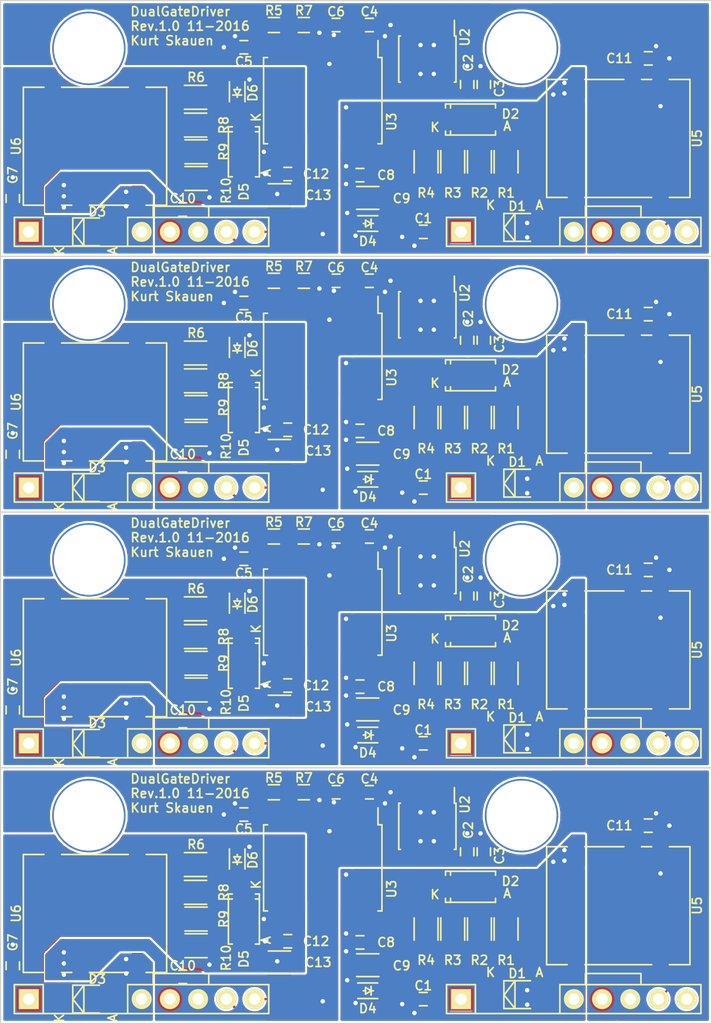
<source format=kicad_pcb>
(kicad_pcb (version 4) (host pcbnew 4.0.1-stable)
  (layers (0 F.Cu signal) (31 B.Cu signal) (34 B.Paste user) (35 F.Paste user) (36 B.SilkS user) (37 F.SilkS user) (38 B.Mask user) (39 F.Mask user) (44 Edge.Cuts user))
  (net 0 "")
  (net 1 +12V)
  (net 2 GND)
  (net 3 OUTH+)
  (net 4 GNDH)
  (net 5 +5V)
  (net 6 OUTL+)
  (net 7 GNDL)
  (net 8 VDDH)
  (net 9 VDDL)
  (net 10 OUTH+a)
  (net 11 OUTH+b)
  (net 12 OUTL+a)
  (net 13 OUTL+b)
  (net 14 DT)
  (net 15 INH)
  (net 16 ~EN)
  (net 17 INL)
  (module MyCapacitors:C_0603 (layer F.Cu) (at 129.35 90.7 180)
    (fp_text reference C8 (at -2.35 0 180) (layer F.SilkS) (effects (font (size 0.8128 0.8128) (thickness 0.1524))))
    (fp_text value 100n hide)
    (pad 1 smd rect (at -0.75 0 180) (size 0.8 0.75) (layers F.Cu F.Paste F.Mask) (net 8 VDDH))
    (pad 2 smd rect (at 0.75 0 180) (size 0.8 0.75) (layers F.Cu F.Paste F.Mask) (net 4 GNDH))
  )
  (module MyCapacitors:C_0603 (layer F.Cu) (at 135.05 95.8 180)
    (fp_text reference C1 (at 0 1.2 180) (layer F.SilkS) (effects (font (size 0.8128 0.8128) (thickness 0.1524))))
    (fp_text value NP hide)
    (pad 1 smd rect (at -0.75 0 180) (size 0.8 0.75) (layers F.Cu F.Paste F.Mask) (net 3 OUTH+))
    (pad 2 smd rect (at 0.75 0 180) (size 0.8 0.75) (layers F.Cu F.Paste F.Mask) (net 4 GNDH))
  )
  (module MyDiodes:SMini2-F5-B (layer F.Cu) (at 130.05 95.05 180)
    (fp_text reference D4 (at 0 -1.6 180) (layer F.SilkS) (effects (font (size 0.8128 0.8128) (thickness 0.1524))))
    (fp_text value DZ2J130M0L hide)
    (pad 1 smd rect (at -1.2 0 180) (size 0.9 1.1) (layers F.Cu F.Paste F.Mask) (net 8 VDDH))
    (pad 2 smd rect (at 1.1 0 180) (size 0.9 1.1) (layers F.Cu F.Paste F.Mask) (net 4 GNDH))
  )
  (module MyCapacitors:C_1206 (layer F.Cu) (at 122.1 92.5 180)
    (fp_text reference C13 (at -3.5 0 180) (layer F.SilkS) (effects (font (size 0.8128 0.8128) (thickness 0.1524))))
    (fp_text value 10u hide)
    (pad 1 smd rect (at -1.5 0 180) (size 1 1.6) (layers F.Cu F.Paste F.Mask) (net 9 VDDL))
    (pad 2 smd rect (at 1.5 0 180) (size 1 1.6) (layers F.Cu F.Paste F.Mask) (net 7 GNDL))
  )
  (module MyCapacitors:C_0603 (layer F.Cu) (at 122.85 90.6 180)
    (fp_text reference C12 (at -2.55 0 180) (layer F.SilkS) (effects (font (size 0.8128 0.8128) (thickness 0.1524))))
    (fp_text value 100n hide)
    (pad 1 smd rect (at -0.75 0 180) (size 0.8 0.75) (layers F.Cu F.Paste F.Mask) (net 9 VDDL))
    (pad 2 smd rect (at 0.75 0 180) (size 0.8 0.75) (layers F.Cu F.Paste F.Mask) (net 7 GNDL))
  )
  (module MyResistors:R_1206 (layer F.Cu) (at 135.3 89.5 270)
    (fp_text reference R4 (at 2.8 0 360) (layer F.SilkS) (effects (font (size 0.8128 0.8128) (thickness 0.1524))))
    (fp_text value 3R9 hide)
    (pad 1 smd rect (at -1.45 0 270) (size 0.9 1.7) (layers F.Cu F.Paste F.Mask) (net 10 OUTH+a))
    (pad 2 smd rect (at 1.45 0 270) (size 0.9 1.7) (layers F.Cu F.Paste F.Mask) (net 3 OUTH+))
  )
  (module MyCapacitors:C_1206 (layer F.Cu) (at 130.05 92.75 180)
    (fp_text reference C9 (at -3.05 -0.05 180) (layer F.SilkS) (effects (font (size 0.8128 0.8128) (thickness 0.1524))))
    (fp_text value 10u hide)
    (pad 1 smd rect (at -1.5 0 180) (size 1 1.6) (layers F.Cu F.Paste F.Mask) (net 8 VDDH))
    (pad 2 smd rect (at 1.5 0 180) (size 1 1.6) (layers F.Cu F.Paste F.Mask) (net 4 GNDH))
  )
  (module MyMechanical:MH6 (layer F.Cu) (at 104.95 102.3)
    (fp_text reference M2 hide)
    (fp_text value MountingHole hide)
    (pad "" np_thru_hole circle (at 0 0) (size 6.6 6.6) (drill 6.3) (layers *.Cu))
  )
  (module MyCapacitors:C_0603 (layer F.Cu) (at 113.4 93.8)
    (fp_text reference C10 (at 0 -1) (layer F.SilkS) (effects (font (size 0.8128 0.8128) (thickness 0.1524))))
    (fp_text value 100n hide)
    (pad 1 smd rect (at -0.75 0) (size 0.8 0.75) (layers F.Cu F.Paste F.Mask) (net 1 +12V))
    (pad 2 smd rect (at 0.75 0) (size 0.8 0.75) (layers F.Cu F.Paste F.Mask) (net 2 GND))
  )
  (module MyResistors:R_0603 (layer F.Cu) (at 121.6 100.2)
    (fp_text reference R5 (at 0 -1.3) (layer F.SilkS) (effects (font (size 0.8128 0.8128) (thickness 0.1524))))
    (fp_text value NP hide)
    (pad 1 smd rect (at -0.75 0) (size 0.5 0.9) (layers F.Cu F.Paste F.Mask) (net 5 +5V))
    (pad 2 smd rect (at 0.75 0) (size 0.5 0.9) (layers F.Cu F.Paste F.Mask) (net 14 DT))
  )
  (module MyCapacitors:C_0603 (layer F.Cu) (at 118.9 102.2 180)
    (fp_text reference C5 (at 0 -1.3 180) (layer F.SilkS) (effects (font (size 0.8128 0.8128) (thickness 0.1524))))
    (fp_text value 100n hide)
    (pad 1 smd rect (at -0.75 0 180) (size 0.8 0.75) (layers F.Cu F.Paste F.Mask) (net 5 +5V))
    (pad 2 smd rect (at 0.75 0 180) (size 0.8 0.75) (layers F.Cu F.Paste F.Mask) (net 2 GND))
  )
  (module MyConnectors:GateDriverSub (layer F.Cu) (at 99.54 95.8)
    (fp_text reference U4 hide)
    (fp_text value GateDriver hide)
    (pad 1 thru_hole rect (at 0 0) (size 1.8 1.8) (drill 1.016) (layers *.Cu *.Mask F.SilkS) (net 6 OUTL+))
    (pad 2 thru_hole oval (at 10.16 0) (size 1.8 1.8) (drill 1.016) (layers *.Cu *.Mask F.SilkS) (net 7 GNDL))
    (pad 3 thru_hole oval (at 12.7 0) (size 1.8 1.8) (drill 1.016) (layers *.Cu *.Mask F.SilkS) (net 1 +12V))
    (pad 4 thru_hole oval (at 15.24 0) (size 1.8 1.8) (drill 1.016) (layers *.Cu *.Mask F.SilkS) (net 2 GND))
    (pad 5 thru_hole oval (at 17.78 0) (size 1.8 1.8) (drill 1.016) (layers *.Cu *.Mask F.SilkS) (net 17 INL))
    (pad 6 thru_hole oval (at 20.32 0) (size 1.8 1.8) (drill 1.016) (layers *.Cu *.Mask F.SilkS) (net 16 ~EN))
  )
  (module MyDiodes:MELF_Standard (layer F.Cu) (at 104.7 95.8)
    (fp_text reference D3 (at 1 -1.8) (layer F.SilkS) (effects (font (size 0.8128 0.8128) (thickness 0.1524))))
    (fp_text value ZMY12 hide)
    (fp_text user K (at -2.4 1.7 90) (layer F.SilkS) (effects (font (size 0.8128 0.8128) (thickness 0.1524))))
    (fp_text user A (at 2.4 1.7 90) (layer F.SilkS) (effects (font (size 0.8128 0.8128) (thickness 0.1524))))
    (pad 1 smd rect (at -2.4003 0) (size 1.50114 2.70002) (layers F.Cu F.Paste F.Mask) (net 6 OUTL+))
    (pad 2 smd rect (at 2.4003 0) (size 1.50114 2.70002) (layers F.Cu F.Paste F.Mask) (net 7 GNDL))
  )
  (module MyDiodes:Diode-SMA_Standard (layer F.Cu) (at 118.9 88.6 270)
    (fp_text reference D5 (at 3.6 0 270) (layer F.SilkS) (effects (font (size 0.8128 0.8128) (thickness 0.1524))))
    (fp_text value SS210 hide)
    (fp_text user K (at -3.1 -1.1 270) (layer F.SilkS) (effects (font (size 0.8128 0.8128) (thickness 0.1524))))
    (fp_text user A (at 1.9 -2 270) (layer F.SilkS) (effects (font (size 0.8128 0.8128) (thickness 0.1524))))
    (pad 1 smd rect (at -1.79 0 270) (size 1.7 1.68) (layers F.Cu F.Paste F.Mask) (net 12 OUTL+a))
    (pad 2 smd rect (at 1.79 0 270) (size 1.7 1.68) (layers F.Cu F.Paste F.Mask) (net 13 OUTL+b))
  )
  (module MyCapacitors:C_0603 (layer F.Cu) (at 130.2 77.2)
    (fp_text reference C4 (at 0 -1.2) (layer F.SilkS) (effects (font (size 0.8128 0.8128) (thickness 0.1524))))
    (fp_text value 1u)
    (pad 1 smd rect (at -0.75 0) (size 0.8 0.75) (layers F.Cu F.Paste F.Mask) (net 5 +5V))
    (pad 2 smd rect (at 0.75 0) (size 0.8 0.75) (layers F.Cu F.Paste F.Mask) (net 2 GND))
  )
  (module MyResistors:R_0603 (layer F.Cu) (at 121.6 77.2)
    (fp_text reference R5 (at 0 -1.3) (layer F.SilkS) (effects (font (size 0.8128 0.8128) (thickness 0.1524))))
    (fp_text value NP hide)
    (pad 1 smd rect (at -0.75 0) (size 0.5 0.9) (layers F.Cu F.Paste F.Mask) (net 5 +5V))
    (pad 2 smd rect (at 0.75 0) (size 0.5 0.9) (layers F.Cu F.Paste F.Mask) (net 14 DT))
  )
  (module MyCapacitors:C_0603 (layer F.Cu) (at 127.2 77.2 180)
    (fp_text reference C6 (at 0 1.2 180) (layer F.SilkS) (effects (font (size 0.8128 0.8128) (thickness 0.1524))))
    (fp_text value 100n hide)
    (pad 1 smd rect (at -0.75 0 180) (size 0.8 0.75) (layers F.Cu F.Paste F.Mask) (net 5 +5V))
    (pad 2 smd rect (at 0.75 0 180) (size 0.8 0.75) (layers F.Cu F.Paste F.Mask) (net 2 GND))
  )
  (module MyCapacitors:C_0603 (layer F.Cu) (at 118.9 79.2 180)
    (fp_text reference C5 (at 0 -1.3 180) (layer F.SilkS) (effects (font (size 0.8128 0.8128) (thickness 0.1524))))
    (fp_text value 100n hide)
    (pad 1 smd rect (at -0.75 0 180) (size 0.8 0.75) (layers F.Cu F.Paste F.Mask) (net 5 +5V))
    (pad 2 smd rect (at 0.75 0 180) (size 0.8 0.75) (layers F.Cu F.Paste F.Mask) (net 2 GND))
  )
  (module MyDiodes:SMini2-F5-B (layer F.Cu) (at 118.3 83.2 90)
    (fp_text reference D6 (at -0.1 1.4 90) (layer F.SilkS) (effects (font (size 0.8128 0.8128) (thickness 0.1524))))
    (fp_text value DZ2J130M0L hide)
    (pad 1 smd rect (at -1.2 0 90) (size 0.9 1.1) (layers F.Cu F.Paste F.Mask) (net 9 VDDL))
    (pad 2 smd rect (at 1.1 0 90) (size 0.9 1.1) (layers F.Cu F.Paste F.Mask) (net 7 GNDL))
  )
  (module MyFootprints:SOIC-16_7.5x10.3mm_Pitch1.27mm (layer F.Cu) (at 126 84 270)
    (fp_text reference U3 (at 1.9 -6.2 270) (layer F.SilkS) (effects (font (size 0.8128 0.8128) (thickness 0.1524))))
    (fp_text value SI8233 hide)
    (pad 1 smd rect (at -4.65 -4.445 270) (size 1.5 0.6) (layers F.Cu F.Paste F.Mask) (net 15 INH))
    (pad 2 smd rect (at -4.65 -3.175 270) (size 1.5 0.6) (layers F.Cu F.Paste F.Mask) (net 17 INL))
    (pad 3 smd rect (at -4.65 -1.905 270) (size 1.5 0.6) (layers F.Cu F.Paste F.Mask) (net 5 +5V))
    (pad 4 smd rect (at -4.65 -0.635 270) (size 1.5 0.6) (layers F.Cu F.Paste F.Mask) (net 2 GND))
    (pad 5 smd rect (at -4.65 0.635 270) (size 1.5 0.6) (layers F.Cu F.Paste F.Mask) (net 16 ~EN))
    (pad 6 smd rect (at -4.65 1.905 270) (size 1.5 0.6) (layers F.Cu F.Paste F.Mask) (net 14 DT))
    (pad 7 smd rect (at -4.65 3.175 270) (size 1.5 0.6) (layers F.Cu F.Paste F.Mask))
    (pad 8 smd rect (at -4.65 4.445 270) (size 1.5 0.6) (layers F.Cu F.Paste F.Mask) (net 5 +5V))
    (pad 9 smd rect (at 4.65 4.445 270) (size 1.5 0.6) (layers F.Cu F.Paste F.Mask) (net 7 GNDL))
    (pad 10 smd rect (at 4.65 3.175 270) (size 1.5 0.6) (layers F.Cu F.Paste F.Mask) (net 12 OUTL+a))
    (pad 11 smd rect (at 4.65 1.905 270) (size 1.5 0.6) (layers F.Cu F.Paste F.Mask) (net 9 VDDL))
    (pad 12 smd rect (at 4.65 0.635 270) (size 1.5 0.6) (layers F.Cu F.Paste F.Mask))
    (pad 13 smd rect (at 4.65 -0.635 270) (size 1.5 0.6) (layers F.Cu F.Paste F.Mask))
    (pad 14 smd rect (at 4.65 -1.905 270) (size 1.5 0.6) (layers F.Cu F.Paste F.Mask) (net 4 GNDH))
    (pad 15 smd rect (at 4.65 -3.175 270) (size 1.5 0.6) (layers F.Cu F.Paste F.Mask) (net 10 OUTH+a))
    (pad 16 smd rect (at 4.65 -4.445 270) (size 1.5 0.6) (layers F.Cu F.Paste F.Mask) (net 8 VDDH))
  )
  (module MyResistors:R_1206 (layer F.Cu) (at 114.6 91 180)
    (fp_text reference R10 (at -2.7 -1.1 270) (layer F.SilkS) (effects (font (size 0.8128 0.8128) (thickness 0.1524))))
    (fp_text value 1 hide)
    (pad 1 smd rect (at -1.45 0 180) (size 0.9 1.7) (layers F.Cu F.Paste F.Mask) (net 13 OUTL+b))
    (pad 2 smd rect (at 1.45 0 180) (size 0.9 1.7) (layers F.Cu F.Paste F.Mask) (net 6 OUTL+))
  )
  (module MyCapacitors:C_0603 (layer F.Cu) (at 98.1 92.8 90)
    (fp_text reference C7 (at 2.1 0 90) (layer F.SilkS) (effects (font (size 0.8128 0.8128) (thickness 0.1524))))
    (fp_text value NP hide)
    (pad 1 smd rect (at -0.75 0 90) (size 0.8 0.75) (layers F.Cu F.Paste F.Mask) (net 6 OUTL+))
    (pad 2 smd rect (at 0.75 0 90) (size 0.8 0.75) (layers F.Cu F.Paste F.Mask) (net 7 GNDL))
  )
  (module MyResistors:R_1206 (layer F.Cu) (at 114.6 88.6 180)
    (fp_text reference R9 (at -2.5 0 270) (layer F.SilkS) (effects (font (size 0.8128 0.8128) (thickness 0.1524))))
    (fp_text value 1 hide)
    (pad 1 smd rect (at -1.45 0 180) (size 0.9 1.7) (layers F.Cu F.Paste F.Mask) (net 13 OUTL+b))
    (pad 2 smd rect (at 1.45 0 180) (size 0.9 1.7) (layers F.Cu F.Paste F.Mask) (net 6 OUTL+))
  )
  (module MyMechanical:MH6 (layer F.Cu) (at 104.95 79.3)
    (fp_text reference M2 hide)
    (fp_text value MountingHole hide)
    (pad "" np_thru_hole circle (at 0 0) (size 6.6 6.6) (drill 6.3) (layers *.Cu))
  )
  (module MyFootprints:NXE2_DCDC (layer F.Cu) (at 105.5 88.1 90)
    (fp_text reference U6 (at 0 -7.1 90) (layer F.SilkS) (effects (font (size 0.8128 0.8128) (thickness 0.1524))))
    (fp_text value NXE2S1212MC hide)
    (pad 1 smd rect (at -4.7 -3.81 90) (size 2.3 1) (layers F.Cu F.Paste F.Mask) (net 2 GND))
    (pad 3 smd rect (at -4.7 -1.27 90) (size 2.3 1) (layers F.Cu F.Paste F.Mask) (net 1 +12V))
    (pad 7 smd rect (at -4.7 3.81 90) (size 2.3 1) (layers F.Cu F.Paste F.Mask) (net 7 GNDL))
    (pad 8 smd rect (at 4.7 3.81 90) (size 2.3 1) (layers F.Cu F.Paste F.Mask) (net 9 VDDL))
    (pad 14 smd rect (at 4.7 -3.81 90) (size 2.3 1) (layers F.Cu F.Paste F.Mask))
  )
  (module MyResistors:R_1206 (layer F.Cu) (at 114.55 83.7 180)
    (fp_text reference R6 (at -0.05 1.8 180) (layer F.SilkS) (effects (font (size 0.8128 0.8128) (thickness 0.1524))))
    (fp_text value 3R9 hide)
    (pad 1 smd rect (at -1.45 0 180) (size 0.9 1.7) (layers F.Cu F.Paste F.Mask) (net 12 OUTL+a))
    (pad 2 smd rect (at 1.45 0 180) (size 0.9 1.7) (layers F.Cu F.Paste F.Mask) (net 6 OUTL+))
  )
  (module MyResistors:R_1206 (layer F.Cu) (at 114.55 86.2 180)
    (fp_text reference R8 (at -2.55 0 270) (layer F.SilkS) (effects (font (size 0.8128 0.8128) (thickness 0.1524))))
    (fp_text value 3R9 hide)
    (pad 1 smd rect (at -1.45 0 180) (size 0.9 1.7) (layers F.Cu F.Paste F.Mask) (net 12 OUTL+a))
    (pad 2 smd rect (at 1.45 0 180) (size 0.9 1.7) (layers F.Cu F.Paste F.Mask) (net 6 OUTL+))
  )
  (module MyDiodes:SMini2-F5-B (layer F.Cu) (at 130.05 118.05 180)
    (fp_text reference D4 (at 0 -1.6 180) (layer F.SilkS) (effects (font (size 0.8128 0.8128) (thickness 0.1524))))
    (fp_text value DZ2J130M0L hide)
    (pad 1 smd rect (at -1.2 0 180) (size 0.9 1.1) (layers F.Cu F.Paste F.Mask) (net 8 VDDH))
    (pad 2 smd rect (at 1.1 0 180) (size 0.9 1.1) (layers F.Cu F.Paste F.Mask) (net 4 GNDH))
  )
  (module MyCapacitors:C_0603 (layer F.Cu) (at 129.35 113.7 180)
    (fp_text reference C8 (at -2.35 0 180) (layer F.SilkS) (effects (font (size 0.8128 0.8128) (thickness 0.1524))))
    (fp_text value 100n hide)
    (pad 1 smd rect (at -0.75 0 180) (size 0.8 0.75) (layers F.Cu F.Paste F.Mask) (net 8 VDDH))
    (pad 2 smd rect (at 0.75 0 180) (size 0.8 0.75) (layers F.Cu F.Paste F.Mask) (net 4 GNDH))
  )
  (module MyCapacitors:C_0603 (layer F.Cu) (at 135.05 118.8 180)
    (fp_text reference C1 (at 0 1.2 180) (layer F.SilkS) (effects (font (size 0.8128 0.8128) (thickness 0.1524))))
    (fp_text value NP hide)
    (pad 1 smd rect (at -0.75 0 180) (size 0.8 0.75) (layers F.Cu F.Paste F.Mask) (net 3 OUTH+))
    (pad 2 smd rect (at 0.75 0 180) (size 0.8 0.75) (layers F.Cu F.Paste F.Mask) (net 4 GNDH))
  )
  (module MyCapacitors:C_1206 (layer F.Cu) (at 130.05 115.75 180)
    (fp_text reference C9 (at -3.05 -0.05 180) (layer F.SilkS) (effects (font (size 0.8128 0.8128) (thickness 0.1524))))
    (fp_text value 10u hide)
    (pad 1 smd rect (at -1.5 0 180) (size 1 1.6) (layers F.Cu F.Paste F.Mask) (net 8 VDDH))
    (pad 2 smd rect (at 1.5 0 180) (size 1 1.6) (layers F.Cu F.Paste F.Mask) (net 4 GNDH))
  )
  (module MyResistors:R_1206 (layer F.Cu) (at 135.3 112.5 270)
    (fp_text reference R4 (at 2.8 0 360) (layer F.SilkS) (effects (font (size 0.8128 0.8128) (thickness 0.1524))))
    (fp_text value 3R9 hide)
    (pad 1 smd rect (at -1.45 0 270) (size 0.9 1.7) (layers F.Cu F.Paste F.Mask) (net 10 OUTH+a))
    (pad 2 smd rect (at 1.45 0 270) (size 0.9 1.7) (layers F.Cu F.Paste F.Mask) (net 3 OUTH+))
  )
  (module MyResistors:R_1206 (layer F.Cu) (at 114.55 106.7 180)
    (fp_text reference R6 (at -0.05 1.8 180) (layer F.SilkS) (effects (font (size 0.8128 0.8128) (thickness 0.1524))))
    (fp_text value 3R9 hide)
    (pad 1 smd rect (at -1.45 0 180) (size 0.9 1.7) (layers F.Cu F.Paste F.Mask) (net 12 OUTL+a))
    (pad 2 smd rect (at 1.45 0 180) (size 0.9 1.7) (layers F.Cu F.Paste F.Mask) (net 6 OUTL+))
  )
  (module MyResistors:R_1206 (layer F.Cu) (at 114.55 109.2 180)
    (fp_text reference R8 (at -2.55 0 270) (layer F.SilkS) (effects (font (size 0.8128 0.8128) (thickness 0.1524))))
    (fp_text value 3R9 hide)
    (pad 1 smd rect (at -1.45 0 180) (size 0.9 1.7) (layers F.Cu F.Paste F.Mask) (net 12 OUTL+a))
    (pad 2 smd rect (at 1.45 0 180) (size 0.9 1.7) (layers F.Cu F.Paste F.Mask) (net 6 OUTL+))
  )
  (module MyDiodes:SMini2-F5-B (layer F.Cu) (at 118.3 106.2 90)
    (fp_text reference D6 (at -0.1 1.4 90) (layer F.SilkS) (effects (font (size 0.8128 0.8128) (thickness 0.1524))))
    (fp_text value DZ2J130M0L hide)
    (pad 1 smd rect (at -1.2 0 90) (size 0.9 1.1) (layers F.Cu F.Paste F.Mask) (net 9 VDDL))
    (pad 2 smd rect (at 1.1 0 90) (size 0.9 1.1) (layers F.Cu F.Paste F.Mask) (net 7 GNDL))
  )
  (module MyDiodes:Diode-SMA_Standard (layer F.Cu) (at 118.9 111.6 270)
    (fp_text reference D5 (at 3.6 0 270) (layer F.SilkS) (effects (font (size 0.8128 0.8128) (thickness 0.1524))))
    (fp_text value SS210 hide)
    (fp_text user K (at -3.1 -1.1 270) (layer F.SilkS) (effects (font (size 0.8128 0.8128) (thickness 0.1524))))
    (fp_text user A (at 1.9 -2 270) (layer F.SilkS) (effects (font (size 0.8128 0.8128) (thickness 0.1524))))
    (pad 1 smd rect (at -1.79 0 270) (size 1.7 1.68) (layers F.Cu F.Paste F.Mask) (net 12 OUTL+a))
    (pad 2 smd rect (at 1.79 0 270) (size 1.7 1.68) (layers F.Cu F.Paste F.Mask) (net 13 OUTL+b))
  )
  (module MyFootprints:NXE2_DCDC (layer F.Cu) (at 105.5 111.1 90)
    (fp_text reference U6 (at 0 -7.1 90) (layer F.SilkS) (effects (font (size 0.8128 0.8128) (thickness 0.1524))))
    (fp_text value NXE2S1212MC hide)
    (pad 1 smd rect (at -4.7 -3.81 90) (size 2.3 1) (layers F.Cu F.Paste F.Mask) (net 2 GND))
    (pad 3 smd rect (at -4.7 -1.27 90) (size 2.3 1) (layers F.Cu F.Paste F.Mask) (net 1 +12V))
    (pad 7 smd rect (at -4.7 3.81 90) (size 2.3 1) (layers F.Cu F.Paste F.Mask) (net 7 GNDL))
    (pad 8 smd rect (at 4.7 3.81 90) (size 2.3 1) (layers F.Cu F.Paste F.Mask) (net 9 VDDL))
    (pad 14 smd rect (at 4.7 -3.81 90) (size 2.3 1) (layers F.Cu F.Paste F.Mask))
  )
  (module MyConnectors:GateDriverSub (layer F.Cu) (at 99.54 118.8)
    (fp_text reference U4 hide)
    (fp_text value GateDriver hide)
    (pad 1 thru_hole rect (at 0 0) (size 1.8 1.8) (drill 1.016) (layers *.Cu *.Mask F.SilkS) (net 6 OUTL+))
    (pad 2 thru_hole oval (at 10.16 0) (size 1.8 1.8) (drill 1.016) (layers *.Cu *.Mask F.SilkS) (net 7 GNDL))
    (pad 3 thru_hole oval (at 12.7 0) (size 1.8 1.8) (drill 1.016) (layers *.Cu *.Mask F.SilkS) (net 1 +12V))
    (pad 4 thru_hole oval (at 15.24 0) (size 1.8 1.8) (drill 1.016) (layers *.Cu *.Mask F.SilkS) (net 2 GND))
    (pad 5 thru_hole oval (at 17.78 0) (size 1.8 1.8) (drill 1.016) (layers *.Cu *.Mask F.SilkS) (net 17 INL))
    (pad 6 thru_hole oval (at 20.32 0) (size 1.8 1.8) (drill 1.016) (layers *.Cu *.Mask F.SilkS) (net 16 ~EN))
  )
  (module MyDiodes:MELF_Standard (layer F.Cu) (at 104.7 118.8)
    (fp_text reference D3 (at 1 -1.8) (layer F.SilkS) (effects (font (size 0.8128 0.8128) (thickness 0.1524))))
    (fp_text value ZMY12 hide)
    (fp_text user K (at -2.4 1.7 90) (layer F.SilkS) (effects (font (size 0.8128 0.8128) (thickness 0.1524))))
    (fp_text user A (at 2.4 1.7 90) (layer F.SilkS) (effects (font (size 0.8128 0.8128) (thickness 0.1524))))
    (pad 1 smd rect (at -2.4003 0) (size 1.50114 2.70002) (layers F.Cu F.Paste F.Mask) (net 6 OUTL+))
    (pad 2 smd rect (at 2.4003 0) (size 1.50114 2.70002) (layers F.Cu F.Paste F.Mask) (net 7 GNDL))
  )
  (module MyCapacitors:C_0603 (layer F.Cu) (at 98.1 115.8 90)
    (fp_text reference C7 (at 2.1 0 90) (layer F.SilkS) (effects (font (size 0.8128 0.8128) (thickness 0.1524))))
    (fp_text value NP hide)
    (pad 1 smd rect (at -0.75 0 90) (size 0.8 0.75) (layers F.Cu F.Paste F.Mask) (net 6 OUTL+))
    (pad 2 smd rect (at 0.75 0 90) (size 0.8 0.75) (layers F.Cu F.Paste F.Mask) (net 7 GNDL))
  )
  (module MyCapacitors:C_0603 (layer F.Cu) (at 122.85 113.6 180)
    (fp_text reference C12 (at -2.55 0 180) (layer F.SilkS) (effects (font (size 0.8128 0.8128) (thickness 0.1524))))
    (fp_text value 100n hide)
    (pad 1 smd rect (at -0.75 0 180) (size 0.8 0.75) (layers F.Cu F.Paste F.Mask) (net 9 VDDL))
    (pad 2 smd rect (at 0.75 0 180) (size 0.8 0.75) (layers F.Cu F.Paste F.Mask) (net 7 GNDL))
  )
  (module MyCapacitors:C_0603 (layer F.Cu) (at 113.4 116.8)
    (fp_text reference C10 (at 0 -1) (layer F.SilkS) (effects (font (size 0.8128 0.8128) (thickness 0.1524))))
    (fp_text value 100n hide)
    (pad 1 smd rect (at -0.75 0) (size 0.8 0.75) (layers F.Cu F.Paste F.Mask) (net 1 +12V))
    (pad 2 smd rect (at 0.75 0) (size 0.8 0.75) (layers F.Cu F.Paste F.Mask) (net 2 GND))
  )
  (module MyCapacitors:C_1206 (layer F.Cu) (at 122.1 115.5 180)
    (fp_text reference C13 (at -3.5 0 180) (layer F.SilkS) (effects (font (size 0.8128 0.8128) (thickness 0.1524))))
    (fp_text value 10u hide)
    (pad 1 smd rect (at -1.5 0 180) (size 1 1.6) (layers F.Cu F.Paste F.Mask) (net 9 VDDL))
    (pad 2 smd rect (at 1.5 0 180) (size 1 1.6) (layers F.Cu F.Paste F.Mask) (net 7 GNDL))
  )
  (module MyResistors:R_1206 (layer F.Cu) (at 114.6 111.6 180)
    (fp_text reference R9 (at -2.5 0 270) (layer F.SilkS) (effects (font (size 0.8128 0.8128) (thickness 0.1524))))
    (fp_text value 1 hide)
    (pad 1 smd rect (at -1.45 0 180) (size 0.9 1.7) (layers F.Cu F.Paste F.Mask) (net 13 OUTL+b))
    (pad 2 smd rect (at 1.45 0 180) (size 0.9 1.7) (layers F.Cu F.Paste F.Mask) (net 6 OUTL+))
  )
  (module MyResistors:R_1206 (layer F.Cu) (at 114.6 114 180)
    (fp_text reference R10 (at -2.7 -1.1 270) (layer F.SilkS) (effects (font (size 0.8128 0.8128) (thickness 0.1524))))
    (fp_text value 1 hide)
    (pad 1 smd rect (at -1.45 0 180) (size 0.9 1.7) (layers F.Cu F.Paste F.Mask) (net 13 OUTL+b))
    (pad 2 smd rect (at 1.45 0 180) (size 0.9 1.7) (layers F.Cu F.Paste F.Mask) (net 6 OUTL+))
  )
  (module MyFootprints:NXE2_DCDC (layer F.Cu) (at 152.6 87.4 270)
    (fp_text reference U5 (at 0 -7.1 270) (layer F.SilkS) (effects (font (size 0.8128 0.8128) (thickness 0.1524))))
    (fp_text value NXE2S1212MC hide)
    (pad 1 smd rect (at -4.7 -3.81 270) (size 2.3 1) (layers F.Cu F.Paste F.Mask) (net 2 GND))
    (pad 3 smd rect (at -4.7 -1.27 270) (size 2.3 1) (layers F.Cu F.Paste F.Mask) (net 1 +12V))
    (pad 7 smd rect (at -4.7 3.81 270) (size 2.3 1) (layers F.Cu F.Paste F.Mask) (net 4 GNDH))
    (pad 8 smd rect (at 4.7 3.81 270) (size 2.3 1) (layers F.Cu F.Paste F.Mask) (net 8 VDDH))
    (pad 14 smd rect (at 4.7 -3.81 270) (size 2.3 1) (layers F.Cu F.Paste F.Mask))
  )
  (module MyCapacitors:C_0603 (layer F.Cu) (at 140.5 82.55 90)
    (fp_text reference C3 (at -0.35 1.4 90) (layer F.SilkS) (effects (font (size 0.8128 0.8128) (thickness 0.1524))))
    (fp_text value 1u hide)
    (pad 1 smd rect (at -0.75 0 90) (size 0.8 0.75) (layers F.Cu F.Paste F.Mask) (net 1 +12V))
    (pad 2 smd rect (at 0.75 0 90) (size 0.8 0.75) (layers F.Cu F.Paste F.Mask) (net 2 GND))
  )
  (module MyMechanical:MH6 (layer F.Cu) (at 143.89 79.3)
    (fp_text reference M1 hide)
    (fp_text value MountingHole hide)
    (pad "" np_thru_hole circle (at 0 0) (size 6.6 6.6) (drill 6.3) (layers *.Cu))
  )
  (module MyConnectors:GateDriverSub (layer F.Cu) (at 138.44 95.8)
    (fp_text reference U1 hide)
    (fp_text value GateDriver hide)
    (pad 1 thru_hole rect (at 0 0) (size 1.8 1.8) (drill 1.016) (layers *.Cu *.Mask F.SilkS) (net 3 OUTH+))
    (pad 2 thru_hole oval (at 10.16 0) (size 1.8 1.8) (drill 1.016) (layers *.Cu *.Mask F.SilkS) (net 4 GNDH))
    (pad 3 thru_hole oval (at 12.7 0) (size 1.8 1.8) (drill 1.016) (layers *.Cu *.Mask F.SilkS) (net 1 +12V))
    (pad 4 thru_hole oval (at 15.24 0) (size 1.8 1.8) (drill 1.016) (layers *.Cu *.Mask F.SilkS) (net 2 GND))
    (pad 5 thru_hole oval (at 17.78 0) (size 1.8 1.8) (drill 1.016) (layers *.Cu *.Mask F.SilkS) (net 15 INH))
    (pad 6 thru_hole oval (at 20.32 0) (size 1.8 1.8) (drill 1.016) (layers *.Cu *.Mask F.SilkS))
  )
  (module MyCapacitors:C_0603 (layer F.Cu) (at 155.3 80.2)
    (fp_text reference C11 (at -2.6 0) (layer F.SilkS) (effects (font (size 0.8128 0.8128) (thickness 0.1524))))
    (fp_text value 100n hide)
    (pad 1 smd rect (at -0.75 0) (size 0.8 0.75) (layers F.Cu F.Paste F.Mask) (net 1 +12V))
    (pad 2 smd rect (at 0.75 0) (size 0.8 0.75) (layers F.Cu F.Paste F.Mask) (net 2 GND))
  )
  (module MyCapacitors:C_0603 (layer F.Cu) (at 139 82.55 90)
    (fp_text reference C2 (at 1.95 0.1 270) (layer F.SilkS) (effects (font (size 0.8128 0.8128) (thickness 0.1524))))
    (fp_text value 1u hide)
    (pad 1 smd rect (at -0.75 0 90) (size 0.8 0.75) (layers F.Cu F.Paste F.Mask) (net 1 +12V))
    (pad 2 smd rect (at 0.75 0 90) (size 0.8 0.75) (layers F.Cu F.Paste F.Mask) (net 2 GND))
  )
  (module MyDiodes:MELF_Standard (layer F.Cu) (at 143.5 95.4)
    (fp_text reference D1 (at 0 -1.9) (layer F.SilkS) (effects (font (size 0.8128 0.8128) (thickness 0.1524))))
    (fp_text value ZMY12 hide)
    (fp_text user K (at -2.4 -2) (layer F.SilkS) (effects (font (size 0.8128 0.8128) (thickness 0.1524))))
    (fp_text user A (at 2 -2) (layer F.SilkS) (effects (font (size 0.8128 0.8128) (thickness 0.1524))))
    (pad 1 smd rect (at -2.4003 0) (size 1.50114 2.70002) (layers F.Cu F.Paste F.Mask) (net 3 OUTH+))
    (pad 2 smd rect (at 2.4003 0) (size 1.50114 2.70002) (layers F.Cu F.Paste F.Mask) (net 4 GNDH))
  )
  (module MyDiodes:Diode-SMA_Standard (layer F.Cu) (at 139.3 108.7)
    (fp_text reference D2 (at 3.6 -0.5) (layer F.SilkS) (effects (font (size 0.8128 0.8128) (thickness 0.1524))))
    (fp_text value SS210 hide)
    (fp_text user K (at -3.2 0.7) (layer F.SilkS) (effects (font (size 0.8128 0.8128) (thickness 0.1524))))
    (fp_text user A (at 3.3 0.6) (layer F.SilkS) (effects (font (size 0.8128 0.8128) (thickness 0.1524))))
    (pad 1 smd rect (at -1.79 0) (size 1.7 1.68) (layers F.Cu F.Paste F.Mask) (net 10 OUTH+a))
    (pad 2 smd rect (at 1.79 0) (size 1.7 1.68) (layers F.Cu F.Paste F.Mask) (net 11 OUTH+b))
  )
  (module MyResistors:R_1206 (layer F.Cu) (at 140.1 112.5 270)
    (fp_text reference R2 (at 2.8 0 360) (layer F.SilkS) (effects (font (size 0.8128 0.8128) (thickness 0.1524))))
    (fp_text value 1 hide)
    (pad 1 smd rect (at -1.45 0 270) (size 0.9 1.7) (layers F.Cu F.Paste F.Mask) (net 11 OUTH+b))
    (pad 2 smd rect (at 1.45 0 270) (size 0.9 1.7) (layers F.Cu F.Paste F.Mask) (net 3 OUTH+))
  )
  (module MyConnectors:GateDriverSub (layer F.Cu) (at 138.44 118.8)
    (fp_text reference U1 hide)
    (fp_text value GateDriver hide)
    (pad 1 thru_hole rect (at 0 0) (size 1.8 1.8) (drill 1.016) (layers *.Cu *.Mask F.SilkS) (net 3 OUTH+))
    (pad 2 thru_hole oval (at 10.16 0) (size 1.8 1.8) (drill 1.016) (layers *.Cu *.Mask F.SilkS) (net 4 GNDH))
    (pad 3 thru_hole oval (at 12.7 0) (size 1.8 1.8) (drill 1.016) (layers *.Cu *.Mask F.SilkS) (net 1 +12V))
    (pad 4 thru_hole oval (at 15.24 0) (size 1.8 1.8) (drill 1.016) (layers *.Cu *.Mask F.SilkS) (net 2 GND))
    (pad 5 thru_hole oval (at 17.78 0) (size 1.8 1.8) (drill 1.016) (layers *.Cu *.Mask F.SilkS) (net 15 INH))
    (pad 6 thru_hole oval (at 20.32 0) (size 1.8 1.8) (drill 1.016) (layers *.Cu *.Mask F.SilkS))
  )
  (module MyResistors:R_1206 (layer F.Cu) (at 142.5 112.5 270)
    (fp_text reference R1 (at 2.8 0 360) (layer F.SilkS) (effects (font (size 0.8128 0.8128) (thickness 0.1524))))
    (fp_text value 1 hide)
    (pad 1 smd rect (at -1.45 0 270) (size 0.9 1.7) (layers F.Cu F.Paste F.Mask) (net 11 OUTH+b))
    (pad 2 smd rect (at 1.45 0 270) (size 0.9 1.7) (layers F.Cu F.Paste F.Mask) (net 3 OUTH+))
  )
  (module MyResistors:R_1206 (layer F.Cu) (at 137.7 112.5 270)
    (fp_text reference R3 (at 2.8 0 360) (layer F.SilkS) (effects (font (size 0.8128 0.8128) (thickness 0.1524))))
    (fp_text value 3R9 hide)
    (pad 1 smd rect (at -1.45 0 270) (size 0.9 1.7) (layers F.Cu F.Paste F.Mask) (net 10 OUTH+a))
    (pad 2 smd rect (at 1.45 0 270) (size 0.9 1.7) (layers F.Cu F.Paste F.Mask) (net 3 OUTH+))
  )
  (module MyDiodes:MELF_Standard (layer F.Cu) (at 143.5 118.4)
    (fp_text reference D1 (at 0 -1.9) (layer F.SilkS) (effects (font (size 0.8128 0.8128) (thickness 0.1524))))
    (fp_text value ZMY12 hide)
    (fp_text user K (at -2.4 -2) (layer F.SilkS) (effects (font (size 0.8128 0.8128) (thickness 0.1524))))
    (fp_text user A (at 2 -2) (layer F.SilkS) (effects (font (size 0.8128 0.8128) (thickness 0.1524))))
    (pad 1 smd rect (at -2.4003 0) (size 1.50114 2.70002) (layers F.Cu F.Paste F.Mask) (net 3 OUTH+))
    (pad 2 smd rect (at 2.4003 0) (size 1.50114 2.70002) (layers F.Cu F.Paste F.Mask) (net 4 GNDH))
  )
  (module MyFootprints:NXE2_DCDC (layer F.Cu) (at 152.6 110.4 270)
    (fp_text reference U5 (at 0 -7.1 270) (layer F.SilkS) (effects (font (size 0.8128 0.8128) (thickness 0.1524))))
    (fp_text value NXE2S1212MC hide)
    (pad 1 smd rect (at -4.7 -3.81 270) (size 2.3 1) (layers F.Cu F.Paste F.Mask) (net 2 GND))
    (pad 3 smd rect (at -4.7 -1.27 270) (size 2.3 1) (layers F.Cu F.Paste F.Mask) (net 1 +12V))
    (pad 7 smd rect (at -4.7 3.81 270) (size 2.3 1) (layers F.Cu F.Paste F.Mask) (net 4 GNDH))
    (pad 8 smd rect (at 4.7 3.81 270) (size 2.3 1) (layers F.Cu F.Paste F.Mask) (net 8 VDDH))
    (pad 14 smd rect (at 4.7 -3.81 270) (size 2.3 1) (layers F.Cu F.Paste F.Mask))
  )
  (module MyMechanical:MH6 (layer F.Cu) (at 143.89 102.3)
    (fp_text reference M1 hide)
    (fp_text value MountingHole hide)
    (pad "" np_thru_hole circle (at 0 0) (size 6.6 6.6) (drill 6.3) (layers *.Cu))
  )
  (module MyCapacitors:C_0603 (layer F.Cu) (at 139 105.55 90)
    (fp_text reference C2 (at 1.95 0.1 270) (layer F.SilkS) (effects (font (size 0.8128 0.8128) (thickness 0.1524))))
    (fp_text value 1u hide)
    (pad 1 smd rect (at -0.75 0 90) (size 0.8 0.75) (layers F.Cu F.Paste F.Mask) (net 1 +12V))
    (pad 2 smd rect (at 0.75 0 90) (size 0.8 0.75) (layers F.Cu F.Paste F.Mask) (net 2 GND))
  )
  (module MyCapacitors:C_0603 (layer F.Cu) (at 140.5 105.55 90)
    (fp_text reference C3 (at -0.35 1.4 90) (layer F.SilkS) (effects (font (size 0.8128 0.8128) (thickness 0.1524))))
    (fp_text value 1u hide)
    (pad 1 smd rect (at -0.75 0 90) (size 0.8 0.75) (layers F.Cu F.Paste F.Mask) (net 1 +12V))
    (pad 2 smd rect (at 0.75 0 90) (size 0.8 0.75) (layers F.Cu F.Paste F.Mask) (net 2 GND))
  )
  (module MyCapacitors:C_0603 (layer F.Cu) (at 155.3 103.2)
    (fp_text reference C11 (at -2.6 0) (layer F.SilkS) (effects (font (size 0.8128 0.8128) (thickness 0.1524))))
    (fp_text value 100n hide)
    (pad 1 smd rect (at -0.75 0) (size 0.8 0.75) (layers F.Cu F.Paste F.Mask) (net 1 +12V))
    (pad 2 smd rect (at 0.75 0) (size 0.8 0.75) (layers F.Cu F.Paste F.Mask) (net 2 GND))
  )
  (module MyResistors:R_0603 (layer F.Cu) (at 124.3 77.2)
    (fp_text reference R7 (at 0 -1.3) (layer F.SilkS) (effects (font (size 0.8128 0.8128) (thickness 0.1524))))
    (fp_text value NP hide)
    (pad 1 smd rect (at -0.75 0) (size 0.5 0.9) (layers F.Cu F.Paste F.Mask) (net 14 DT))
    (pad 2 smd rect (at 0.75 0) (size 0.5 0.9) (layers F.Cu F.Paste F.Mask) (net 2 GND))
  )
  (module MyResistors:R_1206 (layer F.Cu) (at 140.1 89.5 270)
    (fp_text reference R2 (at 2.8 0 360) (layer F.SilkS) (effects (font (size 0.8128 0.8128) (thickness 0.1524))))
    (fp_text value 1 hide)
    (pad 1 smd rect (at -1.45 0 270) (size 0.9 1.7) (layers F.Cu F.Paste F.Mask) (net 11 OUTH+b))
    (pad 2 smd rect (at 1.45 0 270) (size 0.9 1.7) (layers F.Cu F.Paste F.Mask) (net 3 OUTH+))
  )
  (module MyResistors:R_1206 (layer F.Cu) (at 142.5 89.5 270)
    (fp_text reference R1 (at 2.8 0 360) (layer F.SilkS) (effects (font (size 0.8128 0.8128) (thickness 0.1524))))
    (fp_text value 1 hide)
    (pad 1 smd rect (at -1.45 0 270) (size 0.9 1.7) (layers F.Cu F.Paste F.Mask) (net 11 OUTH+b))
    (pad 2 smd rect (at 1.45 0 270) (size 0.9 1.7) (layers F.Cu F.Paste F.Mask) (net 3 OUTH+))
  )
  (module MyResistors:R_1206 (layer F.Cu) (at 137.7 89.5 270)
    (fp_text reference R3 (at 2.8 0 360) (layer F.SilkS) (effects (font (size 0.8128 0.8128) (thickness 0.1524))))
    (fp_text value 3R9 hide)
    (pad 1 smd rect (at -1.45 0 270) (size 0.9 1.7) (layers F.Cu F.Paste F.Mask) (net 10 OUTH+a))
    (pad 2 smd rect (at 1.45 0 270) (size 0.9 1.7) (layers F.Cu F.Paste F.Mask) (net 3 OUTH+))
  )
  (module MyFootprints:SOIC-8_3.9x4.9mm_Pitch1.27mm (layer F.Cu) (at 135.416383 80.260005 270)
    (fp_text reference U2 (at -1.960005 -3.383617 270) (layer F.SilkS) (effects (font (size 0.8128 0.8128) (thickness 0.1524))))
    (fp_text value L78L05ACD hide)
    (pad 1 smd rect (at -2.7 -1.905 270) (size 1.55 0.6) (layers F.Cu F.Paste F.Mask) (net 5 +5V))
    (pad 2 smd rect (at -2.7 -0.635 270) (size 1.55 0.6) (layers F.Cu F.Paste F.Mask) (net 2 GND))
    (pad 3 smd rect (at -2.7 0.635 270) (size 1.55 0.6) (layers F.Cu F.Paste F.Mask) (net 2 GND))
    (pad 4 smd rect (at -2.7 1.905 270) (size 1.55 0.6) (layers F.Cu F.Paste F.Mask))
    (pad 5 smd rect (at 2.7 1.905 270) (size 1.55 0.6) (layers F.Cu F.Paste F.Mask))
    (pad 6 smd rect (at 2.7 0.635 270) (size 1.55 0.6) (layers F.Cu F.Paste F.Mask) (net 2 GND))
    (pad 7 smd rect (at 2.7 -0.635 270) (size 1.55 0.6) (layers F.Cu F.Paste F.Mask) (net 2 GND))
    (pad 8 smd rect (at 2.7 -1.905 270) (size 1.55 0.6) (layers F.Cu F.Paste F.Mask) (net 1 +12V))
  )
  (module MyDiodes:Diode-SMA_Standard (layer F.Cu) (at 139.3 85.7)
    (fp_text reference D2 (at 3.6 -0.5) (layer F.SilkS) (effects (font (size 0.8128 0.8128) (thickness 0.1524))))
    (fp_text value SS210 hide)
    (fp_text user K (at -3.2 0.7) (layer F.SilkS) (effects (font (size 0.8128 0.8128) (thickness 0.1524))))
    (fp_text user A (at 3.3 0.6) (layer F.SilkS) (effects (font (size 0.8128 0.8128) (thickness 0.1524))))
    (pad 1 smd rect (at -1.79 0) (size 1.7 1.68) (layers F.Cu F.Paste F.Mask) (net 10 OUTH+a))
    (pad 2 smd rect (at 1.79 0) (size 1.7 1.68) (layers F.Cu F.Paste F.Mask) (net 11 OUTH+b))
  )
  (module MyCapacitors:C_0603 (layer F.Cu) (at 127.2 100.2 180)
    (fp_text reference C6 (at 0 1.2 180) (layer F.SilkS) (effects (font (size 0.8128 0.8128) (thickness 0.1524))))
    (fp_text value 100n hide)
    (pad 1 smd rect (at -0.75 0 180) (size 0.8 0.75) (layers F.Cu F.Paste F.Mask) (net 5 +5V))
    (pad 2 smd rect (at 0.75 0 180) (size 0.8 0.75) (layers F.Cu F.Paste F.Mask) (net 2 GND))
  )
  (module MyCapacitors:C_0603 (layer F.Cu) (at 130.2 100.2)
    (fp_text reference C4 (at 0 -1.2) (layer F.SilkS) (effects (font (size 0.8128 0.8128) (thickness 0.1524))))
    (fp_text value 1u)
    (pad 1 smd rect (at -0.75 0) (size 0.8 0.75) (layers F.Cu F.Paste F.Mask) (net 5 +5V))
    (pad 2 smd rect (at 0.75 0) (size 0.8 0.75) (layers F.Cu F.Paste F.Mask) (net 2 GND))
  )
  (module MyFootprints:SOIC-8_3.9x4.9mm_Pitch1.27mm (layer F.Cu) (at 135.416383 103.260005 270)
    (fp_text reference U2 (at -1.960005 -3.383617 270) (layer F.SilkS) (effects (font (size 0.8128 0.8128) (thickness 0.1524))))
    (fp_text value L78L05ACD hide)
    (pad 1 smd rect (at -2.7 -1.905 270) (size 1.55 0.6) (layers F.Cu F.Paste F.Mask) (net 5 +5V))
    (pad 2 smd rect (at -2.7 -0.635 270) (size 1.55 0.6) (layers F.Cu F.Paste F.Mask) (net 2 GND))
    (pad 3 smd rect (at -2.7 0.635 270) (size 1.55 0.6) (layers F.Cu F.Paste F.Mask) (net 2 GND))
    (pad 4 smd rect (at -2.7 1.905 270) (size 1.55 0.6) (layers F.Cu F.Paste F.Mask))
    (pad 5 smd rect (at 2.7 1.905 270) (size 1.55 0.6) (layers F.Cu F.Paste F.Mask))
    (pad 6 smd rect (at 2.7 0.635 270) (size 1.55 0.6) (layers F.Cu F.Paste F.Mask) (net 2 GND))
    (pad 7 smd rect (at 2.7 -0.635 270) (size 1.55 0.6) (layers F.Cu F.Paste F.Mask) (net 2 GND))
    (pad 8 smd rect (at 2.7 -1.905 270) (size 1.55 0.6) (layers F.Cu F.Paste F.Mask) (net 1 +12V))
  )
  (module MyResistors:R_0603 (layer F.Cu) (at 124.3 100.2)
    (fp_text reference R7 (at 0 -1.3) (layer F.SilkS) (effects (font (size 0.8128 0.8128) (thickness 0.1524))))
    (fp_text value NP hide)
    (pad 1 smd rect (at -0.75 0) (size 0.5 0.9) (layers F.Cu F.Paste F.Mask) (net 14 DT))
    (pad 2 smd rect (at 0.75 0) (size 0.5 0.9) (layers F.Cu F.Paste F.Mask) (net 2 GND))
  )
  (module MyFootprints:SOIC-16_7.5x10.3mm_Pitch1.27mm (layer F.Cu) (at 126 107 270)
    (fp_text reference U3 (at 1.9 -6.2 270) (layer F.SilkS) (effects (font (size 0.8128 0.8128) (thickness 0.1524))))
    (fp_text value SI8233 hide)
    (pad 1 smd rect (at -4.65 -4.445 270) (size 1.5 0.6) (layers F.Cu F.Paste F.Mask) (net 15 INH))
    (pad 2 smd rect (at -4.65 -3.175 270) (size 1.5 0.6) (layers F.Cu F.Paste F.Mask) (net 17 INL))
    (pad 3 smd rect (at -4.65 -1.905 270) (size 1.5 0.6) (layers F.Cu F.Paste F.Mask) (net 5 +5V))
    (pad 4 smd rect (at -4.65 -0.635 270) (size 1.5 0.6) (layers F.Cu F.Paste F.Mask) (net 2 GND))
    (pad 5 smd rect (at -4.65 0.635 270) (size 1.5 0.6) (layers F.Cu F.Paste F.Mask) (net 16 ~EN))
    (pad 6 smd rect (at -4.65 1.905 270) (size 1.5 0.6) (layers F.Cu F.Paste F.Mask) (net 14 DT))
    (pad 7 smd rect (at -4.65 3.175 270) (size 1.5 0.6) (layers F.Cu F.Paste F.Mask))
    (pad 8 smd rect (at -4.65 4.445 270) (size 1.5 0.6) (layers F.Cu F.Paste F.Mask) (net 5 +5V))
    (pad 9 smd rect (at 4.65 4.445 270) (size 1.5 0.6) (layers F.Cu F.Paste F.Mask) (net 7 GNDL))
    (pad 10 smd rect (at 4.65 3.175 270) (size 1.5 0.6) (layers F.Cu F.Paste F.Mask) (net 12 OUTL+a))
    (pad 11 smd rect (at 4.65 1.905 270) (size 1.5 0.6) (layers F.Cu F.Paste F.Mask) (net 9 VDDL))
    (pad 12 smd rect (at 4.65 0.635 270) (size 1.5 0.6) (layers F.Cu F.Paste F.Mask))
    (pad 13 smd rect (at 4.65 -0.635 270) (size 1.5 0.6) (layers F.Cu F.Paste F.Mask))
    (pad 14 smd rect (at 4.65 -1.905 270) (size 1.5 0.6) (layers F.Cu F.Paste F.Mask) (net 4 GNDH))
    (pad 15 smd rect (at 4.65 -3.175 270) (size 1.5 0.6) (layers F.Cu F.Paste F.Mask) (net 10 OUTH+a))
    (pad 16 smd rect (at 4.65 -4.445 270) (size 1.5 0.6) (layers F.Cu F.Paste F.Mask) (net 8 VDDH))
  )
  (module MyResistors:R_1206 (layer F.Cu) (at 114.55 132.2 180)
    (fp_text reference R8 (at -2.55 0 270) (layer F.SilkS) (effects (font (size 0.8128 0.8128) (thickness 0.1524))))
    (fp_text value 3R9 hide)
    (pad 1 smd rect (at -1.45 0 180) (size 0.9 1.7) (layers F.Cu F.Paste F.Mask) (net 12 OUTL+a))
    (pad 2 smd rect (at 1.45 0 180) (size 0.9 1.7) (layers F.Cu F.Paste F.Mask) (net 6 OUTL+))
  )
  (module MyResistors:R_1206 (layer F.Cu) (at 114.55 129.7 180)
    (fp_text reference R6 (at -0.05 1.8 180) (layer F.SilkS) (effects (font (size 0.8128 0.8128) (thickness 0.1524))))
    (fp_text value 3R9 hide)
    (pad 1 smd rect (at -1.45 0 180) (size 0.9 1.7) (layers F.Cu F.Paste F.Mask) (net 12 OUTL+a))
    (pad 2 smd rect (at 1.45 0 180) (size 0.9 1.7) (layers F.Cu F.Paste F.Mask) (net 6 OUTL+))
  )
  (module MyCapacitors:C_0603 (layer F.Cu) (at 118.9 125.2 180)
    (fp_text reference C5 (at 0 -1.3 180) (layer F.SilkS) (effects (font (size 0.8128 0.8128) (thickness 0.1524))))
    (fp_text value 100n hide)
    (pad 1 smd rect (at -0.75 0 180) (size 0.8 0.75) (layers F.Cu F.Paste F.Mask) (net 5 +5V))
    (pad 2 smd rect (at 0.75 0 180) (size 0.8 0.75) (layers F.Cu F.Paste F.Mask) (net 2 GND))
  )
  (module MyDiodes:SMini2-F5-B (layer F.Cu) (at 118.3 129.2 90)
    (fp_text reference D6 (at -0.1 1.4 90) (layer F.SilkS) (effects (font (size 0.8128 0.8128) (thickness 0.1524))))
    (fp_text value DZ2J130M0L hide)
    (pad 1 smd rect (at -1.2 0 90) (size 0.9 1.1) (layers F.Cu F.Paste F.Mask) (net 9 VDDL))
    (pad 2 smd rect (at 1.1 0 90) (size 0.9 1.1) (layers F.Cu F.Paste F.Mask) (net 7 GNDL))
  )
  (module MyFootprints:SOIC-16_7.5x10.3mm_Pitch1.27mm (layer F.Cu) (at 126 130 270)
    (fp_text reference U3 (at 1.9 -6.2 270) (layer F.SilkS) (effects (font (size 0.8128 0.8128) (thickness 0.1524))))
    (fp_text value SI8233 hide)
    (pad 1 smd rect (at -4.65 -4.445 270) (size 1.5 0.6) (layers F.Cu F.Paste F.Mask) (net 15 INH))
    (pad 2 smd rect (at -4.65 -3.175 270) (size 1.5 0.6) (layers F.Cu F.Paste F.Mask) (net 17 INL))
    (pad 3 smd rect (at -4.65 -1.905 270) (size 1.5 0.6) (layers F.Cu F.Paste F.Mask) (net 5 +5V))
    (pad 4 smd rect (at -4.65 -0.635 270) (size 1.5 0.6) (layers F.Cu F.Paste F.Mask) (net 2 GND))
    (pad 5 smd rect (at -4.65 0.635 270) (size 1.5 0.6) (layers F.Cu F.Paste F.Mask) (net 16 ~EN))
    (pad 6 smd rect (at -4.65 1.905 270) (size 1.5 0.6) (layers F.Cu F.Paste F.Mask) (net 14 DT))
    (pad 7 smd rect (at -4.65 3.175 270) (size 1.5 0.6) (layers F.Cu F.Paste F.Mask))
    (pad 8 smd rect (at -4.65 4.445 270) (size 1.5 0.6) (layers F.Cu F.Paste F.Mask) (net 5 +5V))
    (pad 9 smd rect (at 4.65 4.445 270) (size 1.5 0.6) (layers F.Cu F.Paste F.Mask) (net 7 GNDL))
    (pad 10 smd rect (at 4.65 3.175 270) (size 1.5 0.6) (layers F.Cu F.Paste F.Mask) (net 12 OUTL+a))
    (pad 11 smd rect (at 4.65 1.905 270) (size 1.5 0.6) (layers F.Cu F.Paste F.Mask) (net 9 VDDL))
    (pad 12 smd rect (at 4.65 0.635 270) (size 1.5 0.6) (layers F.Cu F.Paste F.Mask))
    (pad 13 smd rect (at 4.65 -0.635 270) (size 1.5 0.6) (layers F.Cu F.Paste F.Mask))
    (pad 14 smd rect (at 4.65 -1.905 270) (size 1.5 0.6) (layers F.Cu F.Paste F.Mask) (net 4 GNDH))
    (pad 15 smd rect (at 4.65 -3.175 270) (size 1.5 0.6) (layers F.Cu F.Paste F.Mask) (net 10 OUTH+a))
    (pad 16 smd rect (at 4.65 -4.445 270) (size 1.5 0.6) (layers F.Cu F.Paste F.Mask) (net 8 VDDH))
  )
  (module MyCapacitors:C_0603 (layer F.Cu) (at 122.85 136.6 180)
    (fp_text reference C12 (at -2.55 0 180) (layer F.SilkS) (effects (font (size 0.8128 0.8128) (thickness 0.1524))))
    (fp_text value 100n hide)
    (pad 1 smd rect (at -0.75 0 180) (size 0.8 0.75) (layers F.Cu F.Paste F.Mask) (net 9 VDDL))
    (pad 2 smd rect (at 0.75 0 180) (size 0.8 0.75) (layers F.Cu F.Paste F.Mask) (net 7 GNDL))
  )
  (module MyCapacitors:C_0603 (layer F.Cu) (at 127.2 123.2 180)
    (fp_text reference C6 (at 0 1.2 180) (layer F.SilkS) (effects (font (size 0.8128 0.8128) (thickness 0.1524))))
    (fp_text value 100n hide)
    (pad 1 smd rect (at -0.75 0 180) (size 0.8 0.75) (layers F.Cu F.Paste F.Mask) (net 5 +5V))
    (pad 2 smd rect (at 0.75 0 180) (size 0.8 0.75) (layers F.Cu F.Paste F.Mask) (net 2 GND))
  )
  (module MyResistors:R_0603 (layer F.Cu) (at 124.3 123.2)
    (fp_text reference R7 (at 0 -1.3) (layer F.SilkS) (effects (font (size 0.8128 0.8128) (thickness 0.1524))))
    (fp_text value NP hide)
    (pad 1 smd rect (at -0.75 0) (size 0.5 0.9) (layers F.Cu F.Paste F.Mask) (net 14 DT))
    (pad 2 smd rect (at 0.75 0) (size 0.5 0.9) (layers F.Cu F.Paste F.Mask) (net 2 GND))
  )
  (module MyResistors:R_0603 (layer F.Cu) (at 121.6 123.2)
    (fp_text reference R5 (at 0 -1.3) (layer F.SilkS) (effects (font (size 0.8128 0.8128) (thickness 0.1524))))
    (fp_text value NP hide)
    (pad 1 smd rect (at -0.75 0) (size 0.5 0.9) (layers F.Cu F.Paste F.Mask) (net 5 +5V))
    (pad 2 smd rect (at 0.75 0) (size 0.5 0.9) (layers F.Cu F.Paste F.Mask) (net 14 DT))
  )
  (module MyCapacitors:C_0603 (layer F.Cu) (at 130.2 123.2)
    (fp_text reference C4 (at 0 -1.2) (layer F.SilkS) (effects (font (size 0.8128 0.8128) (thickness 0.1524))))
    (fp_text value 1u)
    (pad 1 smd rect (at -0.75 0) (size 0.8 0.75) (layers F.Cu F.Paste F.Mask) (net 5 +5V))
    (pad 2 smd rect (at 0.75 0) (size 0.8 0.75) (layers F.Cu F.Paste F.Mask) (net 2 GND))
  )
  (module MyFootprints:SOIC-8_3.9x4.9mm_Pitch1.27mm (layer F.Cu) (at 135.416383 126.260005 270)
    (fp_text reference U2 (at -1.960005 -3.383617 270) (layer F.SilkS) (effects (font (size 0.8128 0.8128) (thickness 0.1524))))
    (fp_text value L78L05ACD hide)
    (pad 1 smd rect (at -2.7 -1.905 270) (size 1.55 0.6) (layers F.Cu F.Paste F.Mask) (net 5 +5V))
    (pad 2 smd rect (at -2.7 -0.635 270) (size 1.55 0.6) (layers F.Cu F.Paste F.Mask) (net 2 GND))
    (pad 3 smd rect (at -2.7 0.635 270) (size 1.55 0.6) (layers F.Cu F.Paste F.Mask) (net 2 GND))
    (pad 4 smd rect (at -2.7 1.905 270) (size 1.55 0.6) (layers F.Cu F.Paste F.Mask))
    (pad 5 smd rect (at 2.7 1.905 270) (size 1.55 0.6) (layers F.Cu F.Paste F.Mask))
    (pad 6 smd rect (at 2.7 0.635 270) (size 1.55 0.6) (layers F.Cu F.Paste F.Mask) (net 2 GND))
    (pad 7 smd rect (at 2.7 -0.635 270) (size 1.55 0.6) (layers F.Cu F.Paste F.Mask) (net 2 GND))
    (pad 8 smd rect (at 2.7 -1.905 270) (size 1.55 0.6) (layers F.Cu F.Paste F.Mask) (net 1 +12V))
  )
  (module MyFootprints:NXE2_DCDC (layer F.Cu) (at 152.6 133.4 270)
    (fp_text reference U5 (at 0 -7.1 270) (layer F.SilkS) (effects (font (size 0.8128 0.8128) (thickness 0.1524))))
    (fp_text value NXE2S1212MC hide)
    (pad 1 smd rect (at -4.7 -3.81 270) (size 2.3 1) (layers F.Cu F.Paste F.Mask) (net 2 GND))
    (pad 3 smd rect (at -4.7 -1.27 270) (size 2.3 1) (layers F.Cu F.Paste F.Mask) (net 1 +12V))
    (pad 7 smd rect (at -4.7 3.81 270) (size 2.3 1) (layers F.Cu F.Paste F.Mask) (net 4 GNDH))
    (pad 8 smd rect (at 4.7 3.81 270) (size 2.3 1) (layers F.Cu F.Paste F.Mask) (net 8 VDDH))
    (pad 14 smd rect (at 4.7 -3.81 270) (size 2.3 1) (layers F.Cu F.Paste F.Mask))
  )
  (module MyResistors:R_1206 (layer F.Cu) (at 142.5 135.5 270)
    (fp_text reference R1 (at 2.8 0 360) (layer F.SilkS) (effects (font (size 0.8128 0.8128) (thickness 0.1524))))
    (fp_text value 1 hide)
    (pad 1 smd rect (at -1.45 0 270) (size 0.9 1.7) (layers F.Cu F.Paste F.Mask) (net 11 OUTH+b))
    (pad 2 smd rect (at 1.45 0 270) (size 0.9 1.7) (layers F.Cu F.Paste F.Mask) (net 3 OUTH+))
  )
  (module MyResistors:R_1206 (layer F.Cu) (at 140.1 135.5 270)
    (fp_text reference R2 (at 2.8 0 360) (layer F.SilkS) (effects (font (size 0.8128 0.8128) (thickness 0.1524))))
    (fp_text value 1 hide)
    (pad 1 smd rect (at -1.45 0 270) (size 0.9 1.7) (layers F.Cu F.Paste F.Mask) (net 11 OUTH+b))
    (pad 2 smd rect (at 1.45 0 270) (size 0.9 1.7) (layers F.Cu F.Paste F.Mask) (net 3 OUTH+))
  )
  (module MyDiodes:Diode-SMA_Standard (layer F.Cu) (at 139.3 131.7)
    (fp_text reference D2 (at 3.6 -0.5) (layer F.SilkS) (effects (font (size 0.8128 0.8128) (thickness 0.1524))))
    (fp_text value SS210 hide)
    (fp_text user K (at -3.2 0.7) (layer F.SilkS) (effects (font (size 0.8128 0.8128) (thickness 0.1524))))
    (fp_text user A (at 3.3 0.6) (layer F.SilkS) (effects (font (size 0.8128 0.8128) (thickness 0.1524))))
    (pad 1 smd rect (at -1.79 0) (size 1.7 1.68) (layers F.Cu F.Paste F.Mask) (net 10 OUTH+a))
    (pad 2 smd rect (at 1.79 0) (size 1.7 1.68) (layers F.Cu F.Paste F.Mask) (net 11 OUTH+b))
  )
  (module MyDiodes:MELF_Standard (layer F.Cu) (at 143.5 141.4)
    (fp_text reference D1 (at 0 -1.9) (layer F.SilkS) (effects (font (size 0.8128 0.8128) (thickness 0.1524))))
    (fp_text value ZMY12 hide)
    (fp_text user K (at -2.4 -2) (layer F.SilkS) (effects (font (size 0.8128 0.8128) (thickness 0.1524))))
    (fp_text user A (at 2 -2) (layer F.SilkS) (effects (font (size 0.8128 0.8128) (thickness 0.1524))))
    (pad 1 smd rect (at -2.4003 0) (size 1.50114 2.70002) (layers F.Cu F.Paste F.Mask) (net 3 OUTH+))
    (pad 2 smd rect (at 2.4003 0) (size 1.50114 2.70002) (layers F.Cu F.Paste F.Mask) (net 4 GNDH))
  )
  (module MyResistors:R_1206 (layer F.Cu) (at 137.7 135.5 270)
    (fp_text reference R3 (at 2.8 0 360) (layer F.SilkS) (effects (font (size 0.8128 0.8128) (thickness 0.1524))))
    (fp_text value 3R9 hide)
    (pad 1 smd rect (at -1.45 0 270) (size 0.9 1.7) (layers F.Cu F.Paste F.Mask) (net 10 OUTH+a))
    (pad 2 smd rect (at 1.45 0 270) (size 0.9 1.7) (layers F.Cu F.Paste F.Mask) (net 3 OUTH+))
  )
  (module MyConnectors:GateDriverSub (layer F.Cu) (at 138.44 141.8)
    (fp_text reference U1 hide)
    (fp_text value GateDriver hide)
    (pad 1 thru_hole rect (at 0 0) (size 1.8 1.8) (drill 1.016) (layers *.Cu *.Mask F.SilkS) (net 3 OUTH+))
    (pad 2 thru_hole oval (at 10.16 0) (size 1.8 1.8) (drill 1.016) (layers *.Cu *.Mask F.SilkS) (net 4 GNDH))
    (pad 3 thru_hole oval (at 12.7 0) (size 1.8 1.8) (drill 1.016) (layers *.Cu *.Mask F.SilkS) (net 1 +12V))
    (pad 4 thru_hole oval (at 15.24 0) (size 1.8 1.8) (drill 1.016) (layers *.Cu *.Mask F.SilkS) (net 2 GND))
    (pad 5 thru_hole oval (at 17.78 0) (size 1.8 1.8) (drill 1.016) (layers *.Cu *.Mask F.SilkS) (net 15 INH))
    (pad 6 thru_hole oval (at 20.32 0) (size 1.8 1.8) (drill 1.016) (layers *.Cu *.Mask F.SilkS))
  )
  (module MyCapacitors:C_0603 (layer F.Cu) (at 155.3 126.2)
    (fp_text reference C11 (at -2.6 0) (layer F.SilkS) (effects (font (size 0.8128 0.8128) (thickness 0.1524))))
    (fp_text value 100n hide)
    (pad 1 smd rect (at -0.75 0) (size 0.8 0.75) (layers F.Cu F.Paste F.Mask) (net 1 +12V))
    (pad 2 smd rect (at 0.75 0) (size 0.8 0.75) (layers F.Cu F.Paste F.Mask) (net 2 GND))
  )
  (module MyCapacitors:C_0603 (layer F.Cu) (at 140.5 128.55 90)
    (fp_text reference C3 (at -0.35 1.4 90) (layer F.SilkS) (effects (font (size 0.8128 0.8128) (thickness 0.1524))))
    (fp_text value 1u hide)
    (pad 1 smd rect (at -0.75 0 90) (size 0.8 0.75) (layers F.Cu F.Paste F.Mask) (net 1 +12V))
    (pad 2 smd rect (at 0.75 0 90) (size 0.8 0.75) (layers F.Cu F.Paste F.Mask) (net 2 GND))
  )
  (module MyCapacitors:C_0603 (layer F.Cu) (at 139 128.55 90)
    (fp_text reference C2 (at 1.95 0.1 270) (layer F.SilkS) (effects (font (size 0.8128 0.8128) (thickness 0.1524))))
    (fp_text value 1u hide)
    (pad 1 smd rect (at -0.75 0 90) (size 0.8 0.75) (layers F.Cu F.Paste F.Mask) (net 1 +12V))
    (pad 2 smd rect (at 0.75 0 90) (size 0.8 0.75) (layers F.Cu F.Paste F.Mask) (net 2 GND))
  )
  (module MyMechanical:MH6 (layer F.Cu) (at 143.89 125.3)
    (fp_text reference M1 hide)
    (fp_text value MountingHole hide)
    (pad "" np_thru_hole circle (at 0 0) (size 6.6 6.6) (drill 6.3) (layers *.Cu))
  )
  (module MyFootprints:NXE2_DCDC (layer F.Cu) (at 105.5 134.1 90)
    (fp_text reference U6 (at 0 -7.1 90) (layer F.SilkS) (effects (font (size 0.8128 0.8128) (thickness 0.1524))))
    (fp_text value NXE2S1212MC hide)
    (pad 1 smd rect (at -4.7 -3.81 90) (size 2.3 1) (layers F.Cu F.Paste F.Mask) (net 2 GND))
    (pad 3 smd rect (at -4.7 -1.27 90) (size 2.3 1) (layers F.Cu F.Paste F.Mask) (net 1 +12V))
    (pad 7 smd rect (at -4.7 3.81 90) (size 2.3 1) (layers F.Cu F.Paste F.Mask) (net 7 GNDL))
    (pad 8 smd rect (at 4.7 3.81 90) (size 2.3 1) (layers F.Cu F.Paste F.Mask) (net 9 VDDL))
    (pad 14 smd rect (at 4.7 -3.81 90) (size 2.3 1) (layers F.Cu F.Paste F.Mask))
  )
  (module MyDiodes:MELF_Standard (layer F.Cu) (at 104.7 141.8)
    (fp_text reference D3 (at 1 -1.8) (layer F.SilkS) (effects (font (size 0.8128 0.8128) (thickness 0.1524))))
    (fp_text value ZMY12 hide)
    (fp_text user K (at -2.4 1.7 90) (layer F.SilkS) (effects (font (size 0.8128 0.8128) (thickness 0.1524))))
    (fp_text user A (at 2.4 1.7 90) (layer F.SilkS) (effects (font (size 0.8128 0.8128) (thickness 0.1524))))
    (pad 1 smd rect (at -2.4003 0) (size 1.50114 2.70002) (layers F.Cu F.Paste F.Mask) (net 6 OUTL+))
    (pad 2 smd rect (at 2.4003 0) (size 1.50114 2.70002) (layers F.Cu F.Paste F.Mask) (net 7 GNDL))
  )
  (module MyCapacitors:C_0603 (layer F.Cu) (at 98.1 138.8 90)
    (fp_text reference C7 (at 2.1 0 90) (layer F.SilkS) (effects (font (size 0.8128 0.8128) (thickness 0.1524))))
    (fp_text value NP hide)
    (pad 1 smd rect (at -0.75 0 90) (size 0.8 0.75) (layers F.Cu F.Paste F.Mask) (net 6 OUTL+))
    (pad 2 smd rect (at 0.75 0 90) (size 0.8 0.75) (layers F.Cu F.Paste F.Mask) (net 7 GNDL))
  )
  (module MyMechanical:MH6 (layer F.Cu) (at 104.95 125.3)
    (fp_text reference M2 hide)
    (fp_text value MountingHole hide)
    (pad "" np_thru_hole circle (at 0 0) (size 6.6 6.6) (drill 6.3) (layers *.Cu))
  )
  (module MyConnectors:GateDriverSub (layer F.Cu) (at 99.54 141.8)
    (fp_text reference U4 hide)
    (fp_text value GateDriver hide)
    (pad 1 thru_hole rect (at 0 0) (size 1.8 1.8) (drill 1.016) (layers *.Cu *.Mask F.SilkS) (net 6 OUTL+))
    (pad 2 thru_hole oval (at 10.16 0) (size 1.8 1.8) (drill 1.016) (layers *.Cu *.Mask F.SilkS) (net 7 GNDL))
    (pad 3 thru_hole oval (at 12.7 0) (size 1.8 1.8) (drill 1.016) (layers *.Cu *.Mask F.SilkS) (net 1 +12V))
    (pad 4 thru_hole oval (at 15.24 0) (size 1.8 1.8) (drill 1.016) (layers *.Cu *.Mask F.SilkS) (net 2 GND))
    (pad 5 thru_hole oval (at 17.78 0) (size 1.8 1.8) (drill 1.016) (layers *.Cu *.Mask F.SilkS) (net 17 INL))
    (pad 6 thru_hole oval (at 20.32 0) (size 1.8 1.8) (drill 1.016) (layers *.Cu *.Mask F.SilkS) (net 16 ~EN))
  )
  (module MyResistors:R_1206 (layer F.Cu) (at 114.6 137 180)
    (fp_text reference R10 (at -2.7 -1.1 270) (layer F.SilkS) (effects (font (size 0.8128 0.8128) (thickness 0.1524))))
    (fp_text value 1 hide)
    (pad 1 smd rect (at -1.45 0 180) (size 0.9 1.7) (layers F.Cu F.Paste F.Mask) (net 13 OUTL+b))
    (pad 2 smd rect (at 1.45 0 180) (size 0.9 1.7) (layers F.Cu F.Paste F.Mask) (net 6 OUTL+))
  )
  (module MyResistors:R_1206 (layer F.Cu) (at 114.6 134.6 180)
    (fp_text reference R9 (at -2.5 0 270) (layer F.SilkS) (effects (font (size 0.8128 0.8128) (thickness 0.1524))))
    (fp_text value 1 hide)
    (pad 1 smd rect (at -1.45 0 180) (size 0.9 1.7) (layers F.Cu F.Paste F.Mask) (net 13 OUTL+b))
    (pad 2 smd rect (at 1.45 0 180) (size 0.9 1.7) (layers F.Cu F.Paste F.Mask) (net 6 OUTL+))
  )
  (module MyCapacitors:C_1206 (layer F.Cu) (at 122.1 138.5 180)
    (fp_text reference C13 (at -3.5 0 180) (layer F.SilkS) (effects (font (size 0.8128 0.8128) (thickness 0.1524))))
    (fp_text value 10u hide)
    (pad 1 smd rect (at -1.5 0 180) (size 1 1.6) (layers F.Cu F.Paste F.Mask) (net 9 VDDL))
    (pad 2 smd rect (at 1.5 0 180) (size 1 1.6) (layers F.Cu F.Paste F.Mask) (net 7 GNDL))
  )
  (module MyDiodes:Diode-SMA_Standard (layer F.Cu) (at 118.9 134.6 270)
    (fp_text reference D5 (at 3.6 0 270) (layer F.SilkS) (effects (font (size 0.8128 0.8128) (thickness 0.1524))))
    (fp_text value SS210 hide)
    (fp_text user K (at -3.1 -1.1 270) (layer F.SilkS) (effects (font (size 0.8128 0.8128) (thickness 0.1524))))
    (fp_text user A (at 1.9 -2 270) (layer F.SilkS) (effects (font (size 0.8128 0.8128) (thickness 0.1524))))
    (pad 1 smd rect (at -1.79 0 270) (size 1.7 1.68) (layers F.Cu F.Paste F.Mask) (net 12 OUTL+a))
    (pad 2 smd rect (at 1.79 0 270) (size 1.7 1.68) (layers F.Cu F.Paste F.Mask) (net 13 OUTL+b))
  )
  (module MyCapacitors:C_0603 (layer F.Cu) (at 113.4 139.8)
    (fp_text reference C10 (at 0 -1) (layer F.SilkS) (effects (font (size 0.8128 0.8128) (thickness 0.1524))))
    (fp_text value 100n hide)
    (pad 1 smd rect (at -0.75 0) (size 0.8 0.75) (layers F.Cu F.Paste F.Mask) (net 1 +12V))
    (pad 2 smd rect (at 0.75 0) (size 0.8 0.75) (layers F.Cu F.Paste F.Mask) (net 2 GND))
  )
  (module MyResistors:R_1206 (layer F.Cu) (at 135.3 135.5 270)
    (fp_text reference R4 (at 2.8 0 360) (layer F.SilkS) (effects (font (size 0.8128 0.8128) (thickness 0.1524))))
    (fp_text value 3R9 hide)
    (pad 1 smd rect (at -1.45 0 270) (size 0.9 1.7) (layers F.Cu F.Paste F.Mask) (net 10 OUTH+a))
    (pad 2 smd rect (at 1.45 0 270) (size 0.9 1.7) (layers F.Cu F.Paste F.Mask) (net 3 OUTH+))
  )
  (module MyCapacitors:C_0603 (layer F.Cu) (at 129.35 136.7 180)
    (fp_text reference C8 (at -2.35 0 180) (layer F.SilkS) (effects (font (size 0.8128 0.8128) (thickness 0.1524))))
    (fp_text value 100n hide)
    (pad 1 smd rect (at -0.75 0 180) (size 0.8 0.75) (layers F.Cu F.Paste F.Mask) (net 8 VDDH))
    (pad 2 smd rect (at 0.75 0 180) (size 0.8 0.75) (layers F.Cu F.Paste F.Mask) (net 4 GNDH))
  )
  (module MyCapacitors:C_1206 (layer F.Cu) (at 130.05 138.75 180)
    (fp_text reference C9 (at -3.05 -0.05 180) (layer F.SilkS) (effects (font (size 0.8128 0.8128) (thickness 0.1524))))
    (fp_text value 10u hide)
    (pad 1 smd rect (at -1.5 0 180) (size 1 1.6) (layers F.Cu F.Paste F.Mask) (net 8 VDDH))
    (pad 2 smd rect (at 1.5 0 180) (size 1 1.6) (layers F.Cu F.Paste F.Mask) (net 4 GNDH))
  )
  (module MyCapacitors:C_0603 (layer F.Cu) (at 135.05 141.8 180)
    (fp_text reference C1 (at 0 1.2 180) (layer F.SilkS) (effects (font (size 0.8128 0.8128) (thickness 0.1524))))
    (fp_text value NP hide)
    (pad 1 smd rect (at -0.75 0 180) (size 0.8 0.75) (layers F.Cu F.Paste F.Mask) (net 3 OUTH+))
    (pad 2 smd rect (at 0.75 0 180) (size 0.8 0.75) (layers F.Cu F.Paste F.Mask) (net 4 GNDH))
  )
  (module MyDiodes:SMini2-F5-B (layer F.Cu) (at 130.05 141.05 180)
    (fp_text reference D4 (at 0 -1.6 180) (layer F.SilkS) (effects (font (size 0.8128 0.8128) (thickness 0.1524))))
    (fp_text value DZ2J130M0L hide)
    (pad 1 smd rect (at -1.2 0 180) (size 0.9 1.1) (layers F.Cu F.Paste F.Mask) (net 8 VDDH))
    (pad 2 smd rect (at 1.1 0 180) (size 0.9 1.1) (layers F.Cu F.Paste F.Mask) (net 4 GNDH))
  )
  (module MyConnectors:GateDriverSub (layer F.Cu) (at 138.44 164.8)
    (fp_text reference U1 hide)
    (fp_text value GateDriver hide)
    (pad 1 thru_hole rect (at 0 0) (size 1.8 1.8) (drill 1.016) (layers *.Cu *.Mask F.SilkS) (net 3 OUTH+))
    (pad 2 thru_hole oval (at 10.16 0) (size 1.8 1.8) (drill 1.016) (layers *.Cu *.Mask F.SilkS) (net 4 GNDH))
    (pad 3 thru_hole oval (at 12.7 0) (size 1.8 1.8) (drill 1.016) (layers *.Cu *.Mask F.SilkS) (net 1 +12V))
    (pad 4 thru_hole oval (at 15.24 0) (size 1.8 1.8) (drill 1.016) (layers *.Cu *.Mask F.SilkS) (net 2 GND))
    (pad 5 thru_hole oval (at 17.78 0) (size 1.8 1.8) (drill 1.016) (layers *.Cu *.Mask F.SilkS) (net 15 INH))
    (pad 6 thru_hole oval (at 20.32 0) (size 1.8 1.8) (drill 1.016) (layers *.Cu *.Mask F.SilkS))
  )
  (module MyMechanical:MH6 (layer F.Cu) (at 143.89 148.3)
    (fp_text reference M1 hide)
    (fp_text value MountingHole hide)
    (pad "" np_thru_hole circle (at 0 0) (size 6.6 6.6) (drill 6.3) (layers *.Cu))
  )
  (module MyCapacitors:C_0603 (layer F.Cu) (at 135.05 164.8 180)
    (fp_text reference C1 (at 0 1.2 180) (layer F.SilkS) (effects (font (size 0.8128 0.8128) (thickness 0.1524))))
    (fp_text value NP hide)
    (pad 1 smd rect (at -0.75 0 180) (size 0.8 0.75) (layers F.Cu F.Paste F.Mask) (net 3 OUTH+))
    (pad 2 smd rect (at 0.75 0 180) (size 0.8 0.75) (layers F.Cu F.Paste F.Mask) (net 4 GNDH))
  )
  (module MyCapacitors:C_0603 (layer F.Cu) (at 139 151.55 90)
    (fp_text reference C2 (at 1.95 0.1 270) (layer F.SilkS) (effects (font (size 0.8128 0.8128) (thickness 0.1524))))
    (fp_text value 1u hide)
    (pad 1 smd rect (at -0.75 0 90) (size 0.8 0.75) (layers F.Cu F.Paste F.Mask) (net 1 +12V))
    (pad 2 smd rect (at 0.75 0 90) (size 0.8 0.75) (layers F.Cu F.Paste F.Mask) (net 2 GND))
  )
  (module MyCapacitors:C_0603 (layer F.Cu) (at 140.5 151.55 90)
    (fp_text reference C3 (at -0.35 1.4 90) (layer F.SilkS) (effects (font (size 0.8128 0.8128) (thickness 0.1524))))
    (fp_text value 1u hide)
    (pad 1 smd rect (at -0.75 0 90) (size 0.8 0.75) (layers F.Cu F.Paste F.Mask) (net 1 +12V))
    (pad 2 smd rect (at 0.75 0 90) (size 0.8 0.75) (layers F.Cu F.Paste F.Mask) (net 2 GND))
  )
  (module MyCapacitors:C_0603 (layer F.Cu) (at 130.2 146.2)
    (fp_text reference C4 (at 0 -1.2) (layer F.SilkS) (effects (font (size 0.8128 0.8128) (thickness 0.1524))))
    (fp_text value 1u)
    (pad 1 smd rect (at -0.75 0) (size 0.8 0.75) (layers F.Cu F.Paste F.Mask) (net 5 +5V))
    (pad 2 smd rect (at 0.75 0) (size 0.8 0.75) (layers F.Cu F.Paste F.Mask) (net 2 GND))
  )
  (module MyCapacitors:C_0603 (layer F.Cu) (at 118.9 148.2 180)
    (fp_text reference C5 (at 0 -1.3 180) (layer F.SilkS) (effects (font (size 0.8128 0.8128) (thickness 0.1524))))
    (fp_text value 100n hide)
    (pad 1 smd rect (at -0.75 0 180) (size 0.8 0.75) (layers F.Cu F.Paste F.Mask) (net 5 +5V))
    (pad 2 smd rect (at 0.75 0 180) (size 0.8 0.75) (layers F.Cu F.Paste F.Mask) (net 2 GND))
  )
  (module MyCapacitors:C_0603 (layer F.Cu) (at 127.2 146.2 180)
    (fp_text reference C6 (at 0 1.2 180) (layer F.SilkS) (effects (font (size 0.8128 0.8128) (thickness 0.1524))))
    (fp_text value 100n hide)
    (pad 1 smd rect (at -0.75 0 180) (size 0.8 0.75) (layers F.Cu F.Paste F.Mask) (net 5 +5V))
    (pad 2 smd rect (at 0.75 0 180) (size 0.8 0.75) (layers F.Cu F.Paste F.Mask) (net 2 GND))
  )
  (module MyCapacitors:C_0603 (layer F.Cu) (at 98.1 161.8 90)
    (fp_text reference C7 (at 2.1 0 90) (layer F.SilkS) (effects (font (size 0.8128 0.8128) (thickness 0.1524))))
    (fp_text value NP hide)
    (pad 1 smd rect (at -0.75 0 90) (size 0.8 0.75) (layers F.Cu F.Paste F.Mask) (net 6 OUTL+))
    (pad 2 smd rect (at 0.75 0 90) (size 0.8 0.75) (layers F.Cu F.Paste F.Mask) (net 7 GNDL))
  )
  (module MyCapacitors:C_0603 (layer F.Cu) (at 129.35 159.7 180)
    (fp_text reference C8 (at -2.35 0 180) (layer F.SilkS) (effects (font (size 0.8128 0.8128) (thickness 0.1524))))
    (fp_text value 100n hide)
    (pad 1 smd rect (at -0.75 0 180) (size 0.8 0.75) (layers F.Cu F.Paste F.Mask) (net 8 VDDH))
    (pad 2 smd rect (at 0.75 0 180) (size 0.8 0.75) (layers F.Cu F.Paste F.Mask) (net 4 GNDH))
  )
  (module MyCapacitors:C_1206 (layer F.Cu) (at 130.05 161.75 180)
    (fp_text reference C9 (at -3.05 -0.05 180) (layer F.SilkS) (effects (font (size 0.8128 0.8128) (thickness 0.1524))))
    (fp_text value 10u hide)
    (pad 1 smd rect (at -1.5 0 180) (size 1 1.6) (layers F.Cu F.Paste F.Mask) (net 8 VDDH))
    (pad 2 smd rect (at 1.5 0 180) (size 1 1.6) (layers F.Cu F.Paste F.Mask) (net 4 GNDH))
  )
  (module MyCapacitors:C_0603 (layer F.Cu) (at 113.4 162.8)
    (fp_text reference C10 (at 0 -1) (layer F.SilkS) (effects (font (size 0.8128 0.8128) (thickness 0.1524))))
    (fp_text value 100n hide)
    (pad 1 smd rect (at -0.75 0) (size 0.8 0.75) (layers F.Cu F.Paste F.Mask) (net 1 +12V))
    (pad 2 smd rect (at 0.75 0) (size 0.8 0.75) (layers F.Cu F.Paste F.Mask) (net 2 GND))
  )
  (module MyCapacitors:C_0603 (layer F.Cu) (at 155.3 149.2)
    (fp_text reference C11 (at -2.6 0) (layer F.SilkS) (effects (font (size 0.8128 0.8128) (thickness 0.1524))))
    (fp_text value 100n hide)
    (pad 1 smd rect (at -0.75 0) (size 0.8 0.75) (layers F.Cu F.Paste F.Mask) (net 1 +12V))
    (pad 2 smd rect (at 0.75 0) (size 0.8 0.75) (layers F.Cu F.Paste F.Mask) (net 2 GND))
  )
  (module MyCapacitors:C_0603 (layer F.Cu) (at 122.85 159.6 180)
    (fp_text reference C12 (at -2.55 0 180) (layer F.SilkS) (effects (font (size 0.8128 0.8128) (thickness 0.1524))))
    (fp_text value 100n hide)
    (pad 1 smd rect (at -0.75 0 180) (size 0.8 0.75) (layers F.Cu F.Paste F.Mask) (net 9 VDDL))
    (pad 2 smd rect (at 0.75 0 180) (size 0.8 0.75) (layers F.Cu F.Paste F.Mask) (net 7 GNDL))
  )
  (module MyCapacitors:C_1206 (layer F.Cu) (at 122.1 161.5 180)
    (fp_text reference C13 (at -3.5 0 180) (layer F.SilkS) (effects (font (size 0.8128 0.8128) (thickness 0.1524))))
    (fp_text value 10u hide)
    (pad 1 smd rect (at -1.5 0 180) (size 1 1.6) (layers F.Cu F.Paste F.Mask) (net 9 VDDL))
    (pad 2 smd rect (at 1.5 0 180) (size 1 1.6) (layers F.Cu F.Paste F.Mask) (net 7 GNDL))
  )
  (module MyDiodes:MELF_Standard (layer F.Cu) (at 143.5 164.4)
    (fp_text reference D1 (at 0 -1.9) (layer F.SilkS) (effects (font (size 0.8128 0.8128) (thickness 0.1524))))
    (fp_text value ZMY12 hide)
    (fp_text user K (at -2.4 -2) (layer F.SilkS) (effects (font (size 0.8128 0.8128) (thickness 0.1524))))
    (fp_text user A (at 2 -2) (layer F.SilkS) (effects (font (size 0.8128 0.8128) (thickness 0.1524))))
    (pad 1 smd rect (at -2.4003 0) (size 1.50114 2.70002) (layers F.Cu F.Paste F.Mask) (net 3 OUTH+))
    (pad 2 smd rect (at 2.4003 0) (size 1.50114 2.70002) (layers F.Cu F.Paste F.Mask) (net 4 GNDH))
  )
  (module MyDiodes:Diode-SMA_Standard (layer F.Cu) (at 139.3 154.7)
    (fp_text reference D2 (at 3.6 -0.5) (layer F.SilkS) (effects (font (size 0.8128 0.8128) (thickness 0.1524))))
    (fp_text value SS210 hide)
    (fp_text user K (at -3.2 0.7) (layer F.SilkS) (effects (font (size 0.8128 0.8128) (thickness 0.1524))))
    (fp_text user A (at 3.3 0.6) (layer F.SilkS) (effects (font (size 0.8128 0.8128) (thickness 0.1524))))
    (pad 1 smd rect (at -1.79 0) (size 1.7 1.68) (layers F.Cu F.Paste F.Mask) (net 10 OUTH+a))
    (pad 2 smd rect (at 1.79 0) (size 1.7 1.68) (layers F.Cu F.Paste F.Mask) (net 11 OUTH+b))
  )
  (module MyDiodes:MELF_Standard (layer F.Cu) (at 104.7 164.8)
    (fp_text reference D3 (at 1 -1.8) (layer F.SilkS) (effects (font (size 0.8128 0.8128) (thickness 0.1524))))
    (fp_text value ZMY12 hide)
    (fp_text user K (at -2.4 1.7 90) (layer F.SilkS) (effects (font (size 0.8128 0.8128) (thickness 0.1524))))
    (fp_text user A (at 2.4 1.7 90) (layer F.SilkS) (effects (font (size 0.8128 0.8128) (thickness 0.1524))))
    (pad 1 smd rect (at -2.4003 0) (size 1.50114 2.70002) (layers F.Cu F.Paste F.Mask) (net 6 OUTL+))
    (pad 2 smd rect (at 2.4003 0) (size 1.50114 2.70002) (layers F.Cu F.Paste F.Mask) (net 7 GNDL))
  )
  (module MyDiodes:SMini2-F5-B (layer F.Cu) (at 130.05 164.05 180)
    (fp_text reference D4 (at 0 -1.6 180) (layer F.SilkS) (effects (font (size 0.8128 0.8128) (thickness 0.1524))))
    (fp_text value DZ2J130M0L hide)
    (pad 1 smd rect (at -1.2 0 180) (size 0.9 1.1) (layers F.Cu F.Paste F.Mask) (net 8 VDDH))
    (pad 2 smd rect (at 1.1 0 180) (size 0.9 1.1) (layers F.Cu F.Paste F.Mask) (net 4 GNDH))
  )
  (module MyDiodes:Diode-SMA_Standard (layer F.Cu) (at 118.9 157.6 270)
    (fp_text reference D5 (at 3.6 0 270) (layer F.SilkS) (effects (font (size 0.8128 0.8128) (thickness 0.1524))))
    (fp_text value SS210 hide)
    (fp_text user K (at -3.1 -1.1 270) (layer F.SilkS) (effects (font (size 0.8128 0.8128) (thickness 0.1524))))
    (fp_text user A (at 1.9 -2 270) (layer F.SilkS) (effects (font (size 0.8128 0.8128) (thickness 0.1524))))
    (pad 1 smd rect (at -1.79 0 270) (size 1.7 1.68) (layers F.Cu F.Paste F.Mask) (net 12 OUTL+a))
    (pad 2 smd rect (at 1.79 0 270) (size 1.7 1.68) (layers F.Cu F.Paste F.Mask) (net 13 OUTL+b))
  )
  (module MyDiodes:SMini2-F5-B (layer F.Cu) (at 118.3 152.2 90)
    (fp_text reference D6 (at -0.1 1.4 90) (layer F.SilkS) (effects (font (size 0.8128 0.8128) (thickness 0.1524))))
    (fp_text value DZ2J130M0L hide)
    (pad 1 smd rect (at -1.2 0 90) (size 0.9 1.1) (layers F.Cu F.Paste F.Mask) (net 9 VDDL))
    (pad 2 smd rect (at 1.1 0 90) (size 0.9 1.1) (layers F.Cu F.Paste F.Mask) (net 7 GNDL))
  )
  (module MyMechanical:MH6 (layer F.Cu) (at 104.95 148.3)
    (fp_text reference M2 hide)
    (fp_text value MountingHole hide)
    (pad "" np_thru_hole circle (at 0 0) (size 6.6 6.6) (drill 6.3) (layers *.Cu))
  )
  (module MyResistors:R_1206 (layer F.Cu) (at 142.5 158.5 270)
    (fp_text reference R1 (at 2.8 0 360) (layer F.SilkS) (effects (font (size 0.8128 0.8128) (thickness 0.1524))))
    (fp_text value 1 hide)
    (pad 1 smd rect (at -1.45 0 270) (size 0.9 1.7) (layers F.Cu F.Paste F.Mask) (net 11 OUTH+b))
    (pad 2 smd rect (at 1.45 0 270) (size 0.9 1.7) (layers F.Cu F.Paste F.Mask) (net 3 OUTH+))
  )
  (module MyResistors:R_1206 (layer F.Cu) (at 140.1 158.5 270)
    (fp_text reference R2 (at 2.8 0 360) (layer F.SilkS) (effects (font (size 0.8128 0.8128) (thickness 0.1524))))
    (fp_text value 1 hide)
    (pad 1 smd rect (at -1.45 0 270) (size 0.9 1.7) (layers F.Cu F.Paste F.Mask) (net 11 OUTH+b))
    (pad 2 smd rect (at 1.45 0 270) (size 0.9 1.7) (layers F.Cu F.Paste F.Mask) (net 3 OUTH+))
  )
  (module MyResistors:R_1206 (layer F.Cu) (at 137.7 158.5 270)
    (fp_text reference R3 (at 2.8 0 360) (layer F.SilkS) (effects (font (size 0.8128 0.8128) (thickness 0.1524))))
    (fp_text value 3R9 hide)
    (pad 1 smd rect (at -1.45 0 270) (size 0.9 1.7) (layers F.Cu F.Paste F.Mask) (net 10 OUTH+a))
    (pad 2 smd rect (at 1.45 0 270) (size 0.9 1.7) (layers F.Cu F.Paste F.Mask) (net 3 OUTH+))
  )
  (module MyResistors:R_1206 (layer F.Cu) (at 135.3 158.5 270)
    (fp_text reference R4 (at 2.8 0 360) (layer F.SilkS) (effects (font (size 0.8128 0.8128) (thickness 0.1524))))
    (fp_text value 3R9 hide)
    (pad 1 smd rect (at -1.45 0 270) (size 0.9 1.7) (layers F.Cu F.Paste F.Mask) (net 10 OUTH+a))
    (pad 2 smd rect (at 1.45 0 270) (size 0.9 1.7) (layers F.Cu F.Paste F.Mask) (net 3 OUTH+))
  )
  (module MyResistors:R_0603 (layer F.Cu) (at 121.6 146.2)
    (fp_text reference R5 (at 0 -1.3) (layer F.SilkS) (effects (font (size 0.8128 0.8128) (thickness 0.1524))))
    (fp_text value NP hide)
    (pad 1 smd rect (at -0.75 0) (size 0.5 0.9) (layers F.Cu F.Paste F.Mask) (net 5 +5V))
    (pad 2 smd rect (at 0.75 0) (size 0.5 0.9) (layers F.Cu F.Paste F.Mask) (net 14 DT))
  )
  (module MyResistors:R_1206 (layer F.Cu) (at 114.55 152.7 180)
    (fp_text reference R6 (at -0.05 1.8 180) (layer F.SilkS) (effects (font (size 0.8128 0.8128) (thickness 0.1524))))
    (fp_text value 3R9 hide)
    (pad 1 smd rect (at -1.45 0 180) (size 0.9 1.7) (layers F.Cu F.Paste F.Mask) (net 12 OUTL+a))
    (pad 2 smd rect (at 1.45 0 180) (size 0.9 1.7) (layers F.Cu F.Paste F.Mask) (net 6 OUTL+))
  )
  (module MyResistors:R_0603 (layer F.Cu) (at 124.3 146.2)
    (fp_text reference R7 (at 0 -1.3) (layer F.SilkS) (effects (font (size 0.8128 0.8128) (thickness 0.1524))))
    (fp_text value NP hide)
    (pad 1 smd rect (at -0.75 0) (size 0.5 0.9) (layers F.Cu F.Paste F.Mask) (net 14 DT))
    (pad 2 smd rect (at 0.75 0) (size 0.5 0.9) (layers F.Cu F.Paste F.Mask) (net 2 GND))
  )
  (module MyResistors:R_1206 (layer F.Cu) (at 114.55 155.2 180)
    (fp_text reference R8 (at -2.55 0 270) (layer F.SilkS) (effects (font (size 0.8128 0.8128) (thickness 0.1524))))
    (fp_text value 3R9 hide)
    (pad 1 smd rect (at -1.45 0 180) (size 0.9 1.7) (layers F.Cu F.Paste F.Mask) (net 12 OUTL+a))
    (pad 2 smd rect (at 1.45 0 180) (size 0.9 1.7) (layers F.Cu F.Paste F.Mask) (net 6 OUTL+))
  )
  (module MyResistors:R_1206 (layer F.Cu) (at 114.6 157.6 180)
    (fp_text reference R9 (at -2.5 0 270) (layer F.SilkS) (effects (font (size 0.8128 0.8128) (thickness 0.1524))))
    (fp_text value 1 hide)
    (pad 1 smd rect (at -1.45 0 180) (size 0.9 1.7) (layers F.Cu F.Paste F.Mask) (net 13 OUTL+b))
    (pad 2 smd rect (at 1.45 0 180) (size 0.9 1.7) (layers F.Cu F.Paste F.Mask) (net 6 OUTL+))
  )
  (module MyResistors:R_1206 (layer F.Cu) (at 114.6 160 180)
    (fp_text reference R10 (at -2.7 -1.1 270) (layer F.SilkS) (effects (font (size 0.8128 0.8128) (thickness 0.1524))))
    (fp_text value 1 hide)
    (pad 1 smd rect (at -1.45 0 180) (size 0.9 1.7) (layers F.Cu F.Paste F.Mask) (net 13 OUTL+b))
    (pad 2 smd rect (at 1.45 0 180) (size 0.9 1.7) (layers F.Cu F.Paste F.Mask) (net 6 OUTL+))
  )
  (module MyFootprints:SOIC-8_3.9x4.9mm_Pitch1.27mm (layer F.Cu) (at 135.416383 149.260005 270)
    (fp_text reference U2 (at -1.960005 -3.383617 270) (layer F.SilkS) (effects (font (size 0.8128 0.8128) (thickness 0.1524))))
    (fp_text value L78L05ACD hide)
    (pad 1 smd rect (at -2.7 -1.905 270) (size 1.55 0.6) (layers F.Cu F.Paste F.Mask) (net 5 +5V))
    (pad 2 smd rect (at -2.7 -0.635 270) (size 1.55 0.6) (layers F.Cu F.Paste F.Mask) (net 2 GND))
    (pad 3 smd rect (at -2.7 0.635 270) (size 1.55 0.6) (layers F.Cu F.Paste F.Mask) (net 2 GND))
    (pad 4 smd rect (at -2.7 1.905 270) (size 1.55 0.6) (layers F.Cu F.Paste F.Mask))
    (pad 5 smd rect (at 2.7 1.905 270) (size 1.55 0.6) (layers F.Cu F.Paste F.Mask))
    (pad 6 smd rect (at 2.7 0.635 270) (size 1.55 0.6) (layers F.Cu F.Paste F.Mask) (net 2 GND))
    (pad 7 smd rect (at 2.7 -0.635 270) (size 1.55 0.6) (layers F.Cu F.Paste F.Mask) (net 2 GND))
    (pad 8 smd rect (at 2.7 -1.905 270) (size 1.55 0.6) (layers F.Cu F.Paste F.Mask) (net 1 +12V))
  )
  (module MyFootprints:SOIC-16_7.5x10.3mm_Pitch1.27mm (layer F.Cu) (at 126 153 270)
    (fp_text reference U3 (at 1.9 -6.2 270) (layer F.SilkS) (effects (font (size 0.8128 0.8128) (thickness 0.1524))))
    (fp_text value SI8233 hide)
    (pad 1 smd rect (at -4.65 -4.445 270) (size 1.5 0.6) (layers F.Cu F.Paste F.Mask) (net 15 INH))
    (pad 2 smd rect (at -4.65 -3.175 270) (size 1.5 0.6) (layers F.Cu F.Paste F.Mask) (net 17 INL))
    (pad 3 smd rect (at -4.65 -1.905 270) (size 1.5 0.6) (layers F.Cu F.Paste F.Mask) (net 5 +5V))
    (pad 4 smd rect (at -4.65 -0.635 270) (size 1.5 0.6) (layers F.Cu F.Paste F.Mask) (net 2 GND))
    (pad 5 smd rect (at -4.65 0.635 270) (size 1.5 0.6) (layers F.Cu F.Paste F.Mask) (net 16 ~EN))
    (pad 6 smd rect (at -4.65 1.905 270) (size 1.5 0.6) (layers F.Cu F.Paste F.Mask) (net 14 DT))
    (pad 7 smd rect (at -4.65 3.175 270) (size 1.5 0.6) (layers F.Cu F.Paste F.Mask))
    (pad 8 smd rect (at -4.65 4.445 270) (size 1.5 0.6) (layers F.Cu F.Paste F.Mask) (net 5 +5V))
    (pad 9 smd rect (at 4.65 4.445 270) (size 1.5 0.6) (layers F.Cu F.Paste F.Mask) (net 7 GNDL))
    (pad 10 smd rect (at 4.65 3.175 270) (size 1.5 0.6) (layers F.Cu F.Paste F.Mask) (net 12 OUTL+a))
    (pad 11 smd rect (at 4.65 1.905 270) (size 1.5 0.6) (layers F.Cu F.Paste F.Mask) (net 9 VDDL))
    (pad 12 smd rect (at 4.65 0.635 270) (size 1.5 0.6) (layers F.Cu F.Paste F.Mask))
    (pad 13 smd rect (at 4.65 -0.635 270) (size 1.5 0.6) (layers F.Cu F.Paste F.Mask))
    (pad 14 smd rect (at 4.65 -1.905 270) (size 1.5 0.6) (layers F.Cu F.Paste F.Mask) (net 4 GNDH))
    (pad 15 smd rect (at 4.65 -3.175 270) (size 1.5 0.6) (layers F.Cu F.Paste F.Mask) (net 10 OUTH+a))
    (pad 16 smd rect (at 4.65 -4.445 270) (size 1.5 0.6) (layers F.Cu F.Paste F.Mask) (net 8 VDDH))
  )
  (module MyConnectors:GateDriverSub (layer F.Cu) (at 99.54 164.8)
    (fp_text reference U4 hide)
    (fp_text value GateDriver hide)
    (pad 1 thru_hole rect (at 0 0) (size 1.8 1.8) (drill 1.016) (layers *.Cu *.Mask F.SilkS) (net 6 OUTL+))
    (pad 2 thru_hole oval (at 10.16 0) (size 1.8 1.8) (drill 1.016) (layers *.Cu *.Mask F.SilkS) (net 7 GNDL))
    (pad 3 thru_hole oval (at 12.7 0) (size 1.8 1.8) (drill 1.016) (layers *.Cu *.Mask F.SilkS) (net 1 +12V))
    (pad 4 thru_hole oval (at 15.24 0) (size 1.8 1.8) (drill 1.016) (layers *.Cu *.Mask F.SilkS) (net 2 GND))
    (pad 5 thru_hole oval (at 17.78 0) (size 1.8 1.8) (drill 1.016) (layers *.Cu *.Mask F.SilkS) (net 17 INL))
    (pad 6 thru_hole oval (at 20.32 0) (size 1.8 1.8) (drill 1.016) (layers *.Cu *.Mask F.SilkS) (net 16 ~EN))
  )
  (module MyFootprints:NXE2_DCDC (layer F.Cu) (at 152.6 156.4 270)
    (fp_text reference U5 (at 0 -7.1 270) (layer F.SilkS) (effects (font (size 0.8128 0.8128) (thickness 0.1524))))
    (fp_text value NXE2S1212MC hide)
    (pad 1 smd rect (at -4.7 -3.81 270) (size 2.3 1) (layers F.Cu F.Paste F.Mask) (net 2 GND))
    (pad 3 smd rect (at -4.7 -1.27 270) (size 2.3 1) (layers F.Cu F.Paste F.Mask) (net 1 +12V))
    (pad 7 smd rect (at -4.7 3.81 270) (size 2.3 1) (layers F.Cu F.Paste F.Mask) (net 4 GNDH))
    (pad 8 smd rect (at 4.7 3.81 270) (size 2.3 1) (layers F.Cu F.Paste F.Mask) (net 8 VDDH))
    (pad 14 smd rect (at 4.7 -3.81 270) (size 2.3 1) (layers F.Cu F.Paste F.Mask))
  )
  (module MyFootprints:NXE2_DCDC (layer F.Cu) (at 105.5 157.1 90)
    (fp_text reference U6 (at 0 -7.1 90) (layer F.SilkS) (effects (font (size 0.8128 0.8128) (thickness 0.1524))))
    (fp_text value NXE2S1212MC hide)
    (pad 1 smd rect (at -4.7 -3.81 90) (size 2.3 1) (layers F.Cu F.Paste F.Mask) (net 2 GND))
    (pad 3 smd rect (at -4.7 -1.27 90) (size 2.3 1) (layers F.Cu F.Paste F.Mask) (net 1 +12V))
    (pad 7 smd rect (at -4.7 3.81 90) (size 2.3 1) (layers F.Cu F.Paste F.Mask) (net 7 GNDL))
    (pad 8 smd rect (at 4.7 3.81 90) (size 2.3 1) (layers F.Cu F.Paste F.Mask) (net 9 VDDL))
    (pad 14 smd rect (at 4.7 -3.81 90) (size 2.3 1) (layers F.Cu F.Paste F.Mask))
  )
  (gr_line (start 97 75) (end 161 75) (layer Edge.Cuts) (width 0.1))
  (gr_line (start 161 121) (end 97 121) (layer Edge.Cuts) (width 0.1))
  (gr_line (start 97 121) (end 97 98) (layer Edge.Cuts) (width 0.1))
  (gr_line (start 161 98) (end 161 121) (layer Edge.Cuts) (width 0.1))
  (gr_line (start 161 75) (end 161 98) (layer Edge.Cuts) (width 0.1))
  (gr_line (start 161 98) (end 97 98) (layer Edge.Cuts) (width 0.1))
  (gr_line (start 97 98) (end 97 75) (layer Edge.Cuts) (width 0.1))
  (gr_line (start 97 98) (end 161 98) (layer Edge.Cuts) (width 0.1))
  (gr_text "DualGateDriver\nRev.1.0 11-2016\nKurt Skauen" (at 108.6 77.3) (layer F.SilkS) (effects (font (size 0.8128 0.8128) (thickness 0.1524)) (justify left)))
  (gr_text "DualGateDriver\nRev.1.0 11-2016\nKurt Skauen" (at 108.6 100.3) (layer F.SilkS) (effects (font (size 0.8128 0.8128) (thickness 0.1524)) (justify left)))
  (gr_line (start 97 121) (end 161 121) (layer Edge.Cuts) (width 0.1))
  (gr_line (start 161 144) (end 97 144) (layer Edge.Cuts) (width 0.1))
  (gr_line (start 97 144) (end 97 121) (layer Edge.Cuts) (width 0.1))
  (gr_line (start 161 121) (end 161 144) (layer Edge.Cuts) (width 0.1))
  (gr_text "DualGateDriver\nRev.1.0 11-2016\nKurt Skauen" (at 108.6 123.3) (layer F.SilkS) (effects (font (size 0.8128 0.8128) (thickness 0.1524)) (justify left)))
  (gr_text "DualGateDriver\nRev.1.0 11-2016\nKurt Skauen" (at 108.6 146.3) (layer F.SilkS) (effects (font (size 0.8128 0.8128) (thickness 0.1524)) (justify left)))
  (gr_line (start 161 167) (end 97 167) (layer Edge.Cuts) (width 0.1))
  (gr_line (start 161 144) (end 161 167) (layer Edge.Cuts) (width 0.1))
  (gr_line (start 97 144) (end 161 144) (layer Edge.Cuts) (width 0.1))
  (gr_line (start 97 167) (end 97 144) (layer Edge.Cuts) (width 0.1))
  (segment (start 126.5 90.4) (end 126.5 93.8) (width 0.2) (layer F.Cu) (net 1))
  (segment (start 127.235001 87.659999) (end 127.235001 89.664999) (width 0.2) (layer F.Cu) (net 1))
  (segment (start 127.235001 89.664999) (end 126.5 90.4) (width 0.2) (layer F.Cu) (net 1))
  (segment (start 138.1 106.175) (end 138.225 106.3) (width 0.6) (layer F.Cu) (net 1))
  (segment (start 138.021383 105.960005) (end 138.1 106.038622) (width 0.6) (layer F.Cu) (net 1))
  (segment (start 138.1 106.038622) (end 138.1 106.175) (width 0.6) (layer F.Cu) (net 1))
  (segment (start 138.225 106.3) (end 139 106.3) (width 0.6) (layer F.Cu) (net 1))
  (segment (start 137.321383 105.960005) (end 138.021383 105.960005) (width 0.6) (layer F.Cu) (net 1))
  (segment (start 137.321383 104.421383) (end 136.7 103.8) (width 0.2) (layer F.Cu) (net 1))
  (segment (start 137.321383 105.960005) (end 137.321383 104.421383) (width 0.2) (layer F.Cu) (net 1))
  (segment (start 139 106.3) (end 140.5 106.3) (width 0.6) (layer F.Cu) (net 1))
  (segment (start 136.7 103.8) (end 129.9 103.8) (width 0.2) (layer F.Cu) (net 1))
  (segment (start 148.4 103.3) (end 153.29 103.3) (width 0.6) (layer F.Cu) (net 1))
  (segment (start 153.29 103.3) (end 153.87 103.88) (width 0.6) (layer F.Cu) (net 1))
  (segment (start 153.87 103.88) (end 154.55 103.2) (width 0.6) (layer F.Cu) (net 1))
  (segment (start 153.87 105.7) (end 153.87 103.88) (width 0.6) (layer F.Cu) (net 1))
  (segment (start 153.87 105.7) (end 151.1 108.47) (width 0.6) (layer F.Cu) (net 1))
  (segment (start 151.1 108.47) (end 151.1 118.76) (width 0.6) (layer F.Cu) (net 1))
  (segment (start 151.1 118.76) (end 151.14 118.8) (width 0.6) (layer F.Cu) (net 1))
  (segment (start 126.9 110.324998) (end 127.235001 110.659999) (width 0.2) (layer F.Cu) (net 1))
  (segment (start 127.235001 110.659999) (end 127.235001 112.664999) (width 0.2) (layer F.Cu) (net 1))
  (segment (start 145.4 106.3) (end 148.4 103.3) (width 0.6) (layer F.Cu) (net 1))
  (segment (start 140.5 106.3) (end 145.4 106.3) (width 0.6) (layer F.Cu) (net 1))
  (segment (start 151.1 95.76) (end 151.14 95.8) (width 0.6) (layer F.Cu) (net 1))
  (segment (start 151.1 85.47) (end 151.1 95.76) (width 0.6) (layer F.Cu) (net 1))
  (segment (start 153.87 82.7) (end 151.1 85.47) (width 0.6) (layer F.Cu) (net 1))
  (segment (start 139 83.3) (end 140.5 83.3) (width 0.6) (layer F.Cu) (net 1))
  (segment (start 140.5 83.3) (end 145.4 83.3) (width 0.6) (layer F.Cu) (net 1))
  (segment (start 126.9 83.8) (end 126.9 87.324998) (width 0.2) (layer F.Cu) (net 1))
  (segment (start 126.9 87.324998) (end 127.235001 87.659999) (width 0.2) (layer F.Cu) (net 1))
  (segment (start 138.225 83.3) (end 139 83.3) (width 0.6) (layer F.Cu) (net 1))
  (segment (start 137.321383 82.960005) (end 138.021383 82.960005) (width 0.6) (layer F.Cu) (net 1))
  (segment (start 138.1 83.175) (end 138.225 83.3) (width 0.6) (layer F.Cu) (net 1))
  (segment (start 138.1 83.038622) (end 138.1 83.175) (width 0.6) (layer F.Cu) (net 1))
  (segment (start 138.021383 82.960005) (end 138.1 83.038622) (width 0.6) (layer F.Cu) (net 1))
  (segment (start 137.321383 82.960005) (end 137.321383 81.421383) (width 0.2) (layer F.Cu) (net 1))
  (segment (start 129.9 80.8) (end 126.9 83.8) (width 0.2) (layer F.Cu) (net 1))
  (segment (start 113.94 120.5) (end 112.24 118.8) (width 0.2) (layer F.Cu) (net 1))
  (segment (start 153.87 80.88) (end 154.55 80.2) (width 0.6) (layer F.Cu) (net 1))
  (segment (start 153.29 80.3) (end 153.87 80.88) (width 0.6) (layer F.Cu) (net 1))
  (segment (start 153.87 82.7) (end 153.87 80.88) (width 0.6) (layer F.Cu) (net 1))
  (segment (start 145.4 83.3) (end 148.4 80.3) (width 0.6) (layer F.Cu) (net 1))
  (segment (start 148.4 80.3) (end 153.29 80.3) (width 0.6) (layer F.Cu) (net 1))
  (segment (start 137.321383 81.421383) (end 136.7 80.8) (width 0.2) (layer F.Cu) (net 1))
  (segment (start 136.7 80.8) (end 129.9 80.8) (width 0.2) (layer F.Cu) (net 1))
  (segment (start 126.9 106.8) (end 126.9 110.324998) (width 0.2) (layer F.Cu) (net 1))
  (segment (start 129.9 103.8) (end 126.9 106.8) (width 0.2) (layer F.Cu) (net 1))
  (segment (start 113.94 97.5) (end 112.24 95.8) (width 0.2) (layer F.Cu) (net 1))
  (segment (start 126.5 93.8) (end 123.6 96.7) (width 0.2) (layer F.Cu) (net 1))
  (segment (start 120.5 97.5) (end 113.94 97.5) (width 0.2) (layer F.Cu) (net 1))
  (segment (start 121.3 96.7) (end 120.5 97.5) (width 0.2) (layer F.Cu) (net 1))
  (segment (start 123.6 96.7) (end 121.3 96.7) (width 0.2) (layer F.Cu) (net 1))
  (segment (start 110.4 91) (end 112.65 93.25) (width 0.6) (layer F.Cu) (net 1))
  (segment (start 112.24 94.21) (end 112.65 93.8) (width 0.6) (layer F.Cu) (net 1))
  (segment (start 112.65 93.25) (end 112.65 93.8) (width 0.6) (layer F.Cu) (net 1))
  (segment (start 112.24 95.8) (end 112.24 94.21) (width 0.6) (layer F.Cu) (net 1))
  (segment (start 106.93 91) (end 110.4 91) (width 0.6) (layer F.Cu) (net 1))
  (segment (start 104.23 92.8) (end 105.13 92.8) (width 0.6) (layer F.Cu) (net 1))
  (segment (start 105.13 92.8) (end 106.93 91) (width 0.6) (layer F.Cu) (net 1))
  (segment (start 104.23 92.15) (end 104.23 92.8) (width 0.4) (layer F.Cu) (net 1))
  (segment (start 126.5 116.8) (end 123.6 119.7) (width 0.2) (layer F.Cu) (net 1))
  (segment (start 123.6 119.7) (end 121.3 119.7) (width 0.2) (layer F.Cu) (net 1))
  (segment (start 127.235001 112.664999) (end 126.5 113.4) (width 0.2) (layer F.Cu) (net 1))
  (segment (start 126.5 113.4) (end 126.5 116.8) (width 0.2) (layer F.Cu) (net 1))
  (segment (start 112.24 118.8) (end 112.24 117.21) (width 0.6) (layer F.Cu) (net 1))
  (segment (start 112.24 117.21) (end 112.65 116.8) (width 0.6) (layer F.Cu) (net 1))
  (segment (start 104.23 115.8) (end 105.13 115.8) (width 0.6) (layer F.Cu) (net 1))
  (segment (start 104.23 115.15) (end 104.23 115.8) (width 0.4) (layer F.Cu) (net 1))
  (segment (start 105.13 115.8) (end 106.93 114) (width 0.6) (layer F.Cu) (net 1))
  (segment (start 106.93 114) (end 110.4 114) (width 0.6) (layer F.Cu) (net 1))
  (segment (start 112.65 116.25) (end 112.65 116.8) (width 0.6) (layer F.Cu) (net 1))
  (segment (start 110.4 114) (end 112.65 116.25) (width 0.6) (layer F.Cu) (net 1))
  (segment (start 120.5 120.5) (end 113.94 120.5) (width 0.2) (layer F.Cu) (net 1))
  (segment (start 121.3 119.7) (end 120.5 120.5) (width 0.2) (layer F.Cu) (net 1))
  (segment (start 148.4 126.3) (end 153.29 126.3) (width 0.6) (layer F.Cu) (net 1))
  (segment (start 153.29 126.3) (end 153.87 126.88) (width 0.6) (layer F.Cu) (net 1))
  (segment (start 153.87 128.7) (end 153.87 126.88) (width 0.6) (layer F.Cu) (net 1))
  (segment (start 153.87 128.7) (end 151.1 131.47) (width 0.6) (layer F.Cu) (net 1))
  (segment (start 151.1 141.76) (end 151.14 141.8) (width 0.6) (layer F.Cu) (net 1))
  (segment (start 151.1 131.47) (end 151.1 141.76) (width 0.6) (layer F.Cu) (net 1))
  (segment (start 140.5 129.3) (end 145.4 129.3) (width 0.6) (layer F.Cu) (net 1))
  (segment (start 145.4 129.3) (end 148.4 126.3) (width 0.6) (layer F.Cu) (net 1))
  (segment (start 126.5 139.8) (end 123.6 142.7) (width 0.2) (layer F.Cu) (net 1))
  (segment (start 123.6 142.7) (end 121.3 142.7) (width 0.2) (layer F.Cu) (net 1))
  (segment (start 126.5 136.4) (end 126.5 139.8) (width 0.2) (layer F.Cu) (net 1))
  (segment (start 127.235001 135.664999) (end 126.5 136.4) (width 0.2) (layer F.Cu) (net 1))
  (segment (start 104.23 138.15) (end 104.23 138.8) (width 0.4) (layer F.Cu) (net 1))
  (segment (start 105.13 138.8) (end 106.93 137) (width 0.6) (layer F.Cu) (net 1))
  (segment (start 104.23 138.8) (end 105.13 138.8) (width 0.6) (layer F.Cu) (net 1))
  (segment (start 113.94 143.5) (end 112.24 141.8) (width 0.2) (layer F.Cu) (net 1))
  (segment (start 112.24 140.21) (end 112.65 139.8) (width 0.6) (layer F.Cu) (net 1))
  (segment (start 110.4 137) (end 112.65 139.25) (width 0.6) (layer F.Cu) (net 1))
  (segment (start 112.24 141.8) (end 112.24 140.21) (width 0.6) (layer F.Cu) (net 1))
  (segment (start 112.65 139.25) (end 112.65 139.8) (width 0.6) (layer F.Cu) (net 1))
  (segment (start 106.93 137) (end 110.4 137) (width 0.6) (layer F.Cu) (net 1))
  (segment (start 136.7 126.8) (end 129.9 126.8) (width 0.2) (layer F.Cu) (net 1))
  (segment (start 139 129.3) (end 140.5 129.3) (width 0.6) (layer F.Cu) (net 1))
  (segment (start 137.321383 128.960005) (end 137.321383 127.421383) (width 0.2) (layer F.Cu) (net 1))
  (segment (start 138.1 129.175) (end 138.225 129.3) (width 0.6) (layer F.Cu) (net 1))
  (segment (start 138.1 129.038622) (end 138.1 129.175) (width 0.6) (layer F.Cu) (net 1))
  (segment (start 137.321383 128.960005) (end 138.021383 128.960005) (width 0.6) (layer F.Cu) (net 1))
  (segment (start 138.225 129.3) (end 139 129.3) (width 0.6) (layer F.Cu) (net 1))
  (segment (start 138.021383 128.960005) (end 138.1 129.038622) (width 0.6) (layer F.Cu) (net 1))
  (segment (start 126.9 133.324998) (end 127.235001 133.659999) (width 0.2) (layer F.Cu) (net 1))
  (segment (start 127.235001 133.659999) (end 127.235001 135.664999) (width 0.2) (layer F.Cu) (net 1))
  (segment (start 126.9 129.8) (end 126.9 133.324998) (width 0.2) (layer F.Cu) (net 1))
  (segment (start 129.9 126.8) (end 126.9 129.8) (width 0.2) (layer F.Cu) (net 1))
  (segment (start 137.321383 127.421383) (end 136.7 126.8) (width 0.2) (layer F.Cu) (net 1))
  (segment (start 153.87 126.88) (end 154.55 126.2) (width 0.6) (layer F.Cu) (net 1))
  (segment (start 121.3 142.7) (end 120.5 143.5) (width 0.2) (layer F.Cu) (net 1))
  (segment (start 120.5 143.5) (end 113.94 143.5) (width 0.2) (layer F.Cu) (net 1))
  (segment (start 137.321383 151.960005) (end 137.321383 150.421383) (width 0.2) (layer F.Cu) (net 1))
  (segment (start 136.7 149.8) (end 129.9 149.8) (width 0.2) (layer F.Cu) (net 1))
  (segment (start 126.9 152.8) (end 126.9 156.324998) (width 0.2) (layer F.Cu) (net 1))
  (segment (start 127.235001 158.664999) (end 126.5 159.4) (width 0.2) (layer F.Cu) (net 1))
  (segment (start 120.5 166.5) (end 113.94 166.5) (width 0.2) (layer F.Cu) (net 1))
  (segment (start 137.321383 150.421383) (end 136.7 149.8) (width 0.2) (layer F.Cu) (net 1))
  (segment (start 129.9 149.8) (end 126.9 152.8) (width 0.2) (layer F.Cu) (net 1))
  (segment (start 126.9 156.324998) (end 127.235001 156.659999) (width 0.2) (layer F.Cu) (net 1))
  (segment (start 123.6 165.7) (end 121.3 165.7) (width 0.2) (layer F.Cu) (net 1))
  (segment (start 127.235001 156.659999) (end 127.235001 158.664999) (width 0.2) (layer F.Cu) (net 1))
  (segment (start 126.5 159.4) (end 126.5 162.8) (width 0.2) (layer F.Cu) (net 1))
  (segment (start 126.5 162.8) (end 123.6 165.7) (width 0.2) (layer F.Cu) (net 1))
  (segment (start 121.3 165.7) (end 120.5 166.5) (width 0.2) (layer F.Cu) (net 1))
  (segment (start 113.94 166.5) (end 112.24 164.8) (width 0.2) (layer F.Cu) (net 1))
  (segment (start 153.87 151.7) (end 151.1 154.47) (width 0.6) (layer F.Cu) (net 1))
  (segment (start 151.1 154.47) (end 151.1 164.76) (width 0.6) (layer F.Cu) (net 1))
  (segment (start 151.1 164.76) (end 151.14 164.8) (width 0.6) (layer F.Cu) (net 1))
  (segment (start 104.23 161.8) (end 105.13 161.8) (width 0.6) (layer F.Cu) (net 1))
  (segment (start 105.13 161.8) (end 106.93 160) (width 0.6) (layer F.Cu) (net 1))
  (segment (start 106.93 160) (end 110.4 160) (width 0.6) (layer F.Cu) (net 1))
  (segment (start 110.4 160) (end 112.65 162.25) (width 0.6) (layer F.Cu) (net 1))
  (segment (start 112.65 162.25) (end 112.65 162.8) (width 0.6) (layer F.Cu) (net 1))
  (segment (start 140.5 152.3) (end 145.4 152.3) (width 0.6) (layer F.Cu) (net 1))
  (segment (start 153.29 149.3) (end 153.87 149.88) (width 0.6) (layer F.Cu) (net 1))
  (segment (start 148.4 149.3) (end 153.29 149.3) (width 0.6) (layer F.Cu) (net 1))
  (segment (start 145.4 152.3) (end 148.4 149.3) (width 0.6) (layer F.Cu) (net 1))
  (segment (start 139 152.3) (end 140.5 152.3) (width 0.6) (layer F.Cu) (net 1))
  (segment (start 138.1 152.038622) (end 138.1 152.175) (width 0.6) (layer F.Cu) (net 1))
  (segment (start 138.021383 151.960005) (end 138.1 152.038622) (width 0.6) (layer F.Cu) (net 1))
  (segment (start 137.321383 151.960005) (end 138.021383 151.960005) (width 0.6) (layer F.Cu) (net 1))
  (segment (start 138.225 152.3) (end 139 152.3) (width 0.6) (layer F.Cu) (net 1))
  (segment (start 138.1 152.175) (end 138.225 152.3) (width 0.6) (layer F.Cu) (net 1))
  (segment (start 112.24 164.8) (end 112.24 163.21) (width 0.6) (layer F.Cu) (net 1))
  (segment (start 112.24 163.21) (end 112.65 162.8) (width 0.6) (layer F.Cu) (net 1))
  (segment (start 104.23 161.15) (end 104.23 161.8) (width 0.4) (layer F.Cu) (net 1))
  (segment (start 153.87 151.7) (end 153.87 149.88) (width 0.6) (layer F.Cu) (net 1))
  (segment (start 153.87 149.88) (end 154.55 149.2) (width 0.6) (layer F.Cu) (net 1))
  (segment (start 157.1 80.2) (end 156 79.1) (width 0.4) (layer B.Cu) (net 2))
  (segment (start 156 78.6) (end 156 79.1) (width 0.4) (layer B.Cu) (net 2))
  (segment (start 157.2 80.2) (end 157.2 83.7) (width 0.4) (layer B.Cu) (net 2))
  (segment (start 157.2 80.2) (end 157.1 80.2) (width 0.4) (layer B.Cu) (net 2))
  (segment (start 157.2 83.7) (end 156.4 84.5) (width 0.4) (layer B.Cu) (net 2))
  (segment (start 152.949999 75.549999) (end 156 78.6) (width 0.4) (layer B.Cu) (net 2))
  (segment (start 139.450001 75.549999) (end 152.949999 75.549999) (width 0.4) (layer B.Cu) (net 2))
  (segment (start 153.68 87.22) (end 156.4 84.5) (width 0.4) (layer B.Cu) (net 2))
  (segment (start 153.68 95.8) (end 153.68 87.22) (width 0.4) (layer B.Cu) (net 2))
  (segment (start 132.4 79) (end 131.6 78.2) (width 0.4) (layer B.Cu) (net 2))
  (segment (start 129.8 76.4) (end 131.6 78.2) (width 0.4) (layer B.Cu) (net 2))
  (segment (start 131.6 78.2) (end 131.6 77.7) (width 0.4) (layer B.Cu) (net 2))
  (segment (start 127 78.1) (end 128.7 76.4) (width 0.4) (layer B.Cu) (net 2))
  (segment (start 128.7 76.4) (end 129.8 76.4) (width 0.4) (layer B.Cu) (net 2))
  (segment (start 131.6 77.7) (end 132.1 77.2) (width 0.4) (layer B.Cu) (net 2))
  (segment (start 136 79) (end 134.8 79) (width 0.4) (layer B.Cu) (net 2))
  (segment (start 136 79) (end 136 81.6) (width 0.6) (layer B.Cu) (net 2))
  (segment (start 136.7 80.9) (end 136 81.6) (width 0.4) (layer B.Cu) (net 2))
  (segment (start 136 81.6) (end 134.8 81.6) (width 0.6) (layer B.Cu) (net 2))
  (segment (start 134.8 79) (end 132.4 79) (width 0.4) (layer B.Cu) (net 2))
  (segment (start 140.2 80.9) (end 139 80.9) (width 0.4) (layer B.Cu) (net 2))
  (segment (start 136 79) (end 139.450001 75.549999) (width 0.4) (layer B.Cu) (net 2))
  (segment (start 139 80.9) (end 136.7 80.9) (width 0.4) (layer B.Cu) (net 2))
  (segment (start 109.88 90.9) (end 114.78 95.8) (width 0.6) (layer B.Cu) (net 2))
  (segment (start 127 101.1) (end 126.8 100.9) (width 0.4) (layer B.Cu) (net 2))
  (segment (start 126.8 100.9) (end 125.7 100.9) (width 0.4) (layer B.Cu) (net 2))
  (segment (start 125.7 100.9) (end 123 100.9) (width 0.4) (layer B.Cu) (net 2))
  (segment (start 123 100.9) (end 121.7 102.2) (width 0.4) (layer B.Cu) (net 2))
  (segment (start 114.78 95.8) (end 116.080001 97.100001) (width 0.4) (layer B.Cu) (net 2))
  (segment (start 121.7 102.2) (end 117.1 102.2) (width 0.4) (layer B.Cu) (net 2))
  (segment (start 118.1 101.2) (end 117.1 102.2) (width 0.4) (layer B.Cu) (net 2))
  (segment (start 114.78 95.8) (end 116.130001 94.449999) (width 0.4) (layer B.Cu) (net 2))
  (segment (start 124.650001 94.449999) (end 126.6 92.5) (width 0.4) (layer B.Cu) (net 2))
  (segment (start 124.899999 97.100001) (end 126 96) (width 0.4) (layer B.Cu) (net 2))
  (segment (start 116.130001 94.449999) (end 124.650001 94.449999) (width 0.4) (layer B.Cu) (net 2))
  (segment (start 116.080001 97.100001) (end 124.899999 97.100001) (width 0.4) (layer B.Cu) (net 2))
  (segment (start 102.7 92.6) (end 103.536396 92.6) (width 0.6) (layer B.Cu) (net 2))
  (segment (start 102.7 92.6) (end 102.7 93.6) (width 0.6) (layer B.Cu) (net 2))
  (segment (start 105.236396 90.9) (end 109.88 90.9) (width 0.6) (layer B.Cu) (net 2))
  (segment (start 103.536396 92.6) (end 105.236396 90.9) (width 0.6) (layer B.Cu) (net 2))
  (segment (start 129.8 99.4) (end 131.6 101.2) (width 0.4) (layer B.Cu) (net 2))
  (segment (start 128.7 99.4) (end 129.8 99.4) (width 0.4) (layer B.Cu) (net 2))
  (segment (start 131.6 101.2) (end 131.6 100.7) (width 0.4) (layer B.Cu) (net 2))
  (segment (start 127 101.1) (end 128.7 99.4) (width 0.4) (layer B.Cu) (net 2))
  (segment (start 132.4 102) (end 131.6 101.2) (width 0.4) (layer B.Cu) (net 2))
  (segment (start 131.6 100.7) (end 132.1 100.2) (width 0.4) (layer B.Cu) (net 2))
  (segment (start 139 103.9) (end 136.7 103.9) (width 0.4) (layer B.Cu) (net 2))
  (segment (start 140.2 103.9) (end 139 103.9) (width 0.4) (layer B.Cu) (net 2))
  (segment (start 136.7 103.9) (end 136 104.6) (width 0.4) (layer B.Cu) (net 2))
  (segment (start 136 102) (end 134.8 102) (width 0.4) (layer B.Cu) (net 2))
  (segment (start 134.8 102) (end 132.4 102) (width 0.4) (layer B.Cu) (net 2))
  (segment (start 136 104.6) (end 134.8 104.6) (width 0.6) (layer B.Cu) (net 2))
  (segment (start 136 102) (end 136 104.6) (width 0.6) (layer B.Cu) (net 2))
  (segment (start 116.080001 120.100001) (end 124.899999 120.100001) (width 0.4) (layer B.Cu) (net 2))
  (segment (start 124.650001 117.449999) (end 126.6 115.5) (width 0.4) (layer B.Cu) (net 2))
  (segment (start 124.899999 120.100001) (end 126 119) (width 0.4) (layer B.Cu) (net 2))
  (segment (start 116.130001 117.449999) (end 124.650001 117.449999) (width 0.4) (layer B.Cu) (net 2))
  (segment (start 123 77.9) (end 121.7 79.2) (width 0.4) (layer B.Cu) (net 2))
  (segment (start 118.1 78.2) (end 117.1 79.2) (width 0.4) (layer B.Cu) (net 2))
  (segment (start 121.7 79.2) (end 117.1 79.2) (width 0.4) (layer B.Cu) (net 2))
  (segment (start 125.7 77.9) (end 123 77.9) (width 0.4) (layer B.Cu) (net 2))
  (segment (start 126.8 77.9) (end 125.7 77.9) (width 0.4) (layer B.Cu) (net 2))
  (segment (start 126.6 92.5) (end 126.6 80.7) (width 0.4) (layer B.Cu) (net 2))
  (segment (start 127 78.1) (end 126.8 77.9) (width 0.4) (layer B.Cu) (net 2))
  (segment (start 139.450001 98.549999) (end 152.949999 98.549999) (width 0.4) (layer B.Cu) (net 2))
  (segment (start 153.68 110.22) (end 156.4 107.5) (width 0.4) (layer B.Cu) (net 2))
  (segment (start 153.68 118.8) (end 153.68 110.22) (width 0.4) (layer B.Cu) (net 2))
  (segment (start 136 102) (end 139.450001 98.549999) (width 0.4) (layer B.Cu) (net 2))
  (segment (start 156 101.6) (end 156 102.1) (width 0.4) (layer B.Cu) (net 2))
  (segment (start 126.6 115.5) (end 126.6 103.7) (width 0.4) (layer B.Cu) (net 2))
  (segment (start 152.949999 98.549999) (end 156 101.6) (width 0.4) (layer B.Cu) (net 2))
  (segment (start 157.2 106.7) (end 156.4 107.5) (width 0.4) (layer B.Cu) (net 2))
  (segment (start 157.2 103.2) (end 157.2 106.7) (width 0.4) (layer B.Cu) (net 2))
  (segment (start 157.1 103.2) (end 156 102.1) (width 0.4) (layer B.Cu) (net 2))
  (segment (start 157.2 103.2) (end 157.1 103.2) (width 0.4) (layer B.Cu) (net 2))
  (segment (start 102.7 115.6) (end 102.7 116.6) (width 0.6) (layer B.Cu) (net 2))
  (segment (start 102.7 115.6) (end 103.536396 115.6) (width 0.6) (layer B.Cu) (net 2))
  (segment (start 105.236396 113.9) (end 109.88 113.9) (width 0.6) (layer B.Cu) (net 2))
  (segment (start 103.536396 115.6) (end 105.236396 113.9) (width 0.6) (layer B.Cu) (net 2))
  (segment (start 109.88 113.9) (end 114.78 118.8) (width 0.6) (layer B.Cu) (net 2))
  (segment (start 114.78 118.8) (end 116.130001 117.449999) (width 0.4) (layer B.Cu) (net 2))
  (segment (start 114.78 118.8) (end 116.080001 120.100001) (width 0.4) (layer B.Cu) (net 2))
  (segment (start 134.8 105.941388) (end 134.781383 105.960005) (width 0.4) (layer F.Cu) (net 2))
  (segment (start 136.051383 105.960005) (end 135.416383 105.960005) (width 0.6) (layer F.Cu) (net 2))
  (segment (start 134.8 104.6) (end 134.8 105.941388) (width 0.6) (layer F.Cu) (net 2))
  (segment (start 135.416383 105.960005) (end 134.781383 105.960005) (width 0.6) (layer F.Cu) (net 2))
  (segment (start 136 104.6) (end 136 105.908622) (width 0.6) (layer F.Cu) (net 2))
  (segment (start 136 105.908622) (end 136.051383 105.960005) (width 0.4) (layer F.Cu) (net 2))
  (segment (start 140.5 104.8) (end 140.5 104.2) (width 0.4) (layer F.Cu) (net 2))
  (segment (start 139 104.8) (end 139 103.9) (width 0.4) (layer F.Cu) (net 2))
  (segment (start 140.5 104.2) (end 140.2 103.9) (width 0.4) (layer F.Cu) (net 2))
  (segment (start 136.051383 101.948617) (end 136 102) (width 0.6) (layer F.Cu) (net 2))
  (segment (start 134.781383 101.981383) (end 134.8 102) (width 0.6) (layer F.Cu) (net 2))
  (segment (start 134.781383 100.560005) (end 134.781383 101.981383) (width 0.6) (layer F.Cu) (net 2))
  (segment (start 131.6 101.2) (end 131.6 100.85) (width 0.4) (layer F.Cu) (net 2))
  (segment (start 131.6 100.85) (end 130.95 100.2) (width 0.4) (layer F.Cu) (net 2))
  (segment (start 134.781383 100.560005) (end 136.051383 100.560005) (width 0.6) (layer F.Cu) (net 2))
  (segment (start 136.051383 100.560005) (end 136.051383 101.948617) (width 0.6) (layer F.Cu) (net 2))
  (segment (start 132.1 100.2) (end 130.95 100.2) (width 0.4) (layer F.Cu) (net 2))
  (segment (start 156 102.1) (end 156 103.15) (width 0.4) (layer F.Cu) (net 2))
  (segment (start 156.05 103.2) (end 156.4 103.55) (width 0.4) (layer F.Cu) (net 2))
  (segment (start 156 103.15) (end 156.05 103.2) (width 0.4) (layer F.Cu) (net 2))
  (segment (start 156.05 103.2) (end 157.2 103.2) (width 0.6) (layer F.Cu) (net 2))
  (segment (start 156.4 105.71) (end 156.41 105.7) (width 0.4) (layer F.Cu) (net 2))
  (segment (start 156.4 105.69) (end 156.41 105.7) (width 0.4) (layer F.Cu) (net 2))
  (segment (start 156.4 107.5) (end 156.4 105.71) (width 0.6) (layer F.Cu) (net 2))
  (segment (start 156.4 103.55) (end 156.4 105.69) (width 0.4) (layer F.Cu) (net 2))
  (segment (start 156.4 82.71) (end 156.41 82.7) (width 0.4) (layer F.Cu) (net 2))
  (segment (start 156.4 84.5) (end 156.4 82.71) (width 0.6) (layer F.Cu) (net 2))
  (segment (start 156.4 82.69) (end 156.41 82.7) (width 0.4) (layer F.Cu) (net 2))
  (segment (start 136 82.908622) (end 136.051383 82.960005) (width 0.4) (layer F.Cu) (net 2))
  (segment (start 136.051383 82.960005) (end 135.416383 82.960005) (width 0.6) (layer F.Cu) (net 2))
  (segment (start 134.8 82.941388) (end 134.781383 82.960005) (width 0.4) (layer F.Cu) (net 2))
  (segment (start 136 81.6) (end 136 82.908622) (width 0.6) (layer F.Cu) (net 2))
  (segment (start 135.416383 82.960005) (end 134.781383 82.960005) (width 0.6) (layer F.Cu) (net 2))
  (segment (start 134.8 81.6) (end 134.8 82.941388) (width 0.6) (layer F.Cu) (net 2))
  (segment (start 118.15 78.25) (end 118.15 79.2) (width 0.4) (layer F.Cu) (net 2))
  (segment (start 118.1 78.2) (end 118.15 78.25) (width 0.4) (layer F.Cu) (net 2))
  (segment (start 118.15 79.2) (end 117.1 79.2) (width 0.4) (layer F.Cu) (net 2))
  (segment (start 139 81.8) (end 139 80.9) (width 0.4) (layer F.Cu) (net 2))
  (segment (start 140.5 81.2) (end 140.2 80.9) (width 0.4) (layer F.Cu) (net 2))
  (segment (start 140.5 81.8) (end 140.5 81.2) (width 0.4) (layer F.Cu) (net 2))
  (segment (start 126.45 100.55) (end 126.45 100.2) (width 0.4) (layer F.Cu) (net 2))
  (segment (start 126.45 100.2) (end 126.45 102.165) (width 0.4) (layer F.Cu) (net 2))
  (segment (start 126.6 102.385) (end 126.635 102.35) (width 0.4) (layer F.Cu) (net 2))
  (segment (start 126.45 102.165) (end 126.635 102.35) (width 0.4) (layer F.Cu) (net 2))
  (segment (start 127 101.1) (end 126.45 100.55) (width 0.4) (layer F.Cu) (net 2))
  (segment (start 126.635 101.685) (end 126.635 102.35) (width 0.4) (layer F.Cu) (net 2))
  (segment (start 125.05 100.2) (end 126.45 100.2) (width 0.4) (layer F.Cu) (net 2))
  (segment (start 125.7 100.85) (end 125.05 100.2) (width 0.4) (layer F.Cu) (net 2))
  (segment (start 125.7 100.9) (end 125.7 100.85) (width 0.4) (layer F.Cu) (net 2))
  (segment (start 156 80.15) (end 156.05 80.2) (width 0.4) (layer F.Cu) (net 2))
  (segment (start 156.05 80.2) (end 157.2 80.2) (width 0.6) (layer F.Cu) (net 2))
  (segment (start 156.05 80.2) (end 156.4 80.55) (width 0.4) (layer F.Cu) (net 2))
  (segment (start 156 79.1) (end 156 80.15) (width 0.4) (layer F.Cu) (net 2))
  (segment (start 156.4 80.55) (end 156.4 82.69) (width 0.4) (layer F.Cu) (net 2))
  (segment (start 101.69 115.8) (end 102.5 115.8) (width 0.6) (layer F.Cu) (net 2))
  (segment (start 126.6 80.7) (end 126.6 79.385) (width 0.4) (layer F.Cu) (net 2))
  (segment (start 126.6 79.385) (end 126.635 79.35) (width 0.4) (layer F.Cu) (net 2))
  (segment (start 126.635 78.685) (end 126.635 79.35) (width 0.4) (layer F.Cu) (net 2))
  (segment (start 126.45 79.165) (end 126.635 79.35) (width 0.4) (layer F.Cu) (net 2))
  (segment (start 126.45 77.2) (end 126.45 79.165) (width 0.4) (layer F.Cu) (net 2))
  (segment (start 125.05 77.2) (end 126.45 77.2) (width 0.4) (layer F.Cu) (net 2))
  (segment (start 126.45 77.55) (end 126.45 77.2) (width 0.4) (layer F.Cu) (net 2))
  (segment (start 125.7 77.9) (end 125.7 77.85) (width 0.4) (layer F.Cu) (net 2))
  (segment (start 125.7 77.85) (end 125.05 77.2) (width 0.4) (layer F.Cu) (net 2))
  (segment (start 127 78.1) (end 126.45 77.55) (width 0.4) (layer F.Cu) (net 2))
  (segment (start 131.6 78.2) (end 131.6 77.85) (width 0.4) (layer F.Cu) (net 2))
  (segment (start 131.6 77.85) (end 130.95 77.2) (width 0.4) (layer F.Cu) (net 2))
  (segment (start 132.1 77.2) (end 130.95 77.2) (width 0.4) (layer F.Cu) (net 2))
  (segment (start 134.781383 77.560005) (end 134.781383 78.981383) (width 0.6) (layer F.Cu) (net 2))
  (segment (start 136.051383 78.948617) (end 136 79) (width 0.6) (layer F.Cu) (net 2))
  (segment (start 134.781383 77.560005) (end 136.051383 77.560005) (width 0.6) (layer F.Cu) (net 2))
  (segment (start 136.051383 77.560005) (end 136.051383 78.948617) (width 0.6) (layer F.Cu) (net 2))
  (segment (start 134.781383 78.981383) (end 134.8 79) (width 0.6) (layer F.Cu) (net 2))
  (segment (start 126.6 103.7) (end 126.6 102.385) (width 0.4) (layer F.Cu) (net 2))
  (segment (start 114.15 93.8) (end 114.15 95.17) (width 0.6) (layer F.Cu) (net 2))
  (segment (start 114.15 95.17) (end 114.78 95.8) (width 0.4) (layer F.Cu) (net 2))
  (segment (start 118.1 101.2) (end 118.15 101.25) (width 0.4) (layer F.Cu) (net 2))
  (segment (start 118.15 101.25) (end 118.15 102.2) (width 0.4) (layer F.Cu) (net 2))
  (segment (start 118.15 102.2) (end 117.1 102.2) (width 0.4) (layer F.Cu) (net 2))
  (segment (start 101.69 92.8) (end 102.5 92.8) (width 0.6) (layer F.Cu) (net 2))
  (segment (start 102.7 92.6) (end 102.7 91.6) (width 0.6) (layer F.Cu) (net 2))
  (segment (start 102.5 92.8) (end 102.7 92.6) (width 0.6) (layer F.Cu) (net 2))
  (segment (start 102.5 115.8) (end 102.7 115.6) (width 0.6) (layer F.Cu) (net 2))
  (segment (start 102.7 115.6) (end 102.7 114.6) (width 0.6) (layer F.Cu) (net 2))
  (segment (start 114.15 118.17) (end 114.78 118.8) (width 0.4) (layer F.Cu) (net 2))
  (segment (start 114.15 116.8) (end 114.15 118.17) (width 0.6) (layer F.Cu) (net 2))
  (via (at 126.6 80.7) (size 0.9) (drill 0.4) (layers F.Cu B.Cu) (net 2))
  (via (at 118.1 78.2) (size 0.9) (drill 0.4) (layers F.Cu B.Cu) (net 2))
  (via (at 125.7 77.9) (size 0.9) (drill 0.4) (layers F.Cu B.Cu) (net 2))
  (via (at 117.1 79.2) (size 0.9) (drill 0.4) (layers F.Cu B.Cu) (net 2))
  (via (at 127 78.1) (size 0.9) (drill 0.4) (layers F.Cu B.Cu) (net 2))
  (via (at 134.8 79) (size 0.9) (drill 0.4) (layers F.Cu B.Cu) (net 2))
  (via (at 134.8 81.6) (size 0.9) (drill 0.4) (layers F.Cu B.Cu) (net 2))
  (via (at 136 81.6) (size 0.9) (drill 0.4) (layers F.Cu B.Cu) (net 2))
  (via (at 139 80.9) (size 0.9) (drill 0.4) (layers F.Cu B.Cu) (net 2))
  (via (at 140.2 80.9) (size 0.9) (drill 0.4) (layers F.Cu B.Cu) (net 2))
  (via (at 132.1 77.2) (size 0.9) (drill 0.4) (layers F.Cu B.Cu) (net 2))
  (via (at 136 79) (size 0.9) (drill 0.4) (layers F.Cu B.Cu) (net 2))
  (via (at 131.6 78.2) (size 0.9) (drill 0.4) (layers F.Cu B.Cu) (net 2))
  (via (at 157.2 80.2) (size 0.9) (drill 0.4) (layers F.Cu B.Cu) (net 2))
  (via (at 156 79.1) (size 0.9) (drill 0.4) (layers F.Cu B.Cu) (net 2))
  (via (at 156.4 84.5) (size 0.9) (drill 0.4) (layers F.Cu B.Cu) (net 2))
  (via (at 140.2 103.9) (size 0.9) (drill 0.4) (layers F.Cu B.Cu) (net 2))
  (via (at 134.8 102) (size 0.9) (drill 0.4) (layers F.Cu B.Cu) (net 2))
  (via (at 136 104.6) (size 0.9) (drill 0.4) (layers F.Cu B.Cu) (net 2))
  (via (at 134.8 104.6) (size 0.9) (drill 0.4) (layers F.Cu B.Cu) (net 2))
  (via (at 139 103.9) (size 0.9) (drill 0.4) (layers F.Cu B.Cu) (net 2))
  (via (at 136 102) (size 0.9) (drill 0.4) (layers F.Cu B.Cu) (net 2))
  (via (at 157.2 103.2) (size 0.9) (drill 0.4) (layers F.Cu B.Cu) (net 2))
  (via (at 156.4 107.5) (size 0.9) (drill 0.4) (layers F.Cu B.Cu) (net 2))
  (via (at 156 102.1) (size 0.9) (drill 0.4) (layers F.Cu B.Cu) (net 2))
  (via (at 132.1 100.2) (size 0.9) (drill 0.4) (layers F.Cu B.Cu) (net 2))
  (via (at 131.6 101.2) (size 0.9) (drill 0.4) (layers F.Cu B.Cu) (net 2))
  (via (at 126 96) (size 0.9) (drill 0.4) (layers F.Cu B.Cu) (net 2))
  (via (at 117.1 102.2) (size 0.9) (drill 0.4) (layers F.Cu B.Cu) (net 2))
  (via (at 102.7 91.6) (size 0.9) (drill 0.4) (layers F.Cu B.Cu) (net 2))
  (via (at 102.7 92.6) (size 0.9) (drill 0.4) (layers F.Cu B.Cu) (net 2))
  (via (at 102.7 93.6) (size 0.9) (drill 0.4) (layers F.Cu B.Cu) (net 2))
  (via (at 126 119) (size 0.9) (drill 0.4) (layers F.Cu B.Cu) (net 2))
  (via (at 118.1 101.2) (size 0.9) (drill 0.4) (layers F.Cu B.Cu) (net 2))
  (via (at 127 101.1) (size 0.9) (drill 0.4) (layers F.Cu B.Cu) (net 2))
  (via (at 125.7 100.9) (size 0.9) (drill 0.4) (layers F.Cu B.Cu) (net 2))
  (via (at 126.6 103.7) (size 0.9) (drill 0.4) (layers F.Cu B.Cu) (net 2))
  (via (at 102.7 116.6) (size 0.9) (drill 0.4) (layers F.Cu B.Cu) (net 2))
  (via (at 102.7 114.6) (size 0.9) (drill 0.4) (layers F.Cu B.Cu) (net 2))
  (via (at 102.7 115.6) (size 0.9) (drill 0.4) (layers F.Cu B.Cu) (net 2))
  (segment (start 157.2 126.2) (end 157.1 126.2) (width 0.4) (layer B.Cu) (net 2))
  (segment (start 157.1 126.2) (end 156 125.1) (width 0.4) (layer B.Cu) (net 2))
  (segment (start 152.949999 121.549999) (end 156 124.6) (width 0.4) (layer B.Cu) (net 2))
  (segment (start 157.2 126.2) (end 157.2 129.7) (width 0.4) (layer B.Cu) (net 2))
  (segment (start 156 124.6) (end 156 125.1) (width 0.4) (layer B.Cu) (net 2))
  (segment (start 136.7 126.9) (end 136 127.6) (width 0.4) (layer B.Cu) (net 2))
  (segment (start 136 127.6) (end 134.8 127.6) (width 0.6) (layer B.Cu) (net 2))
  (segment (start 139 126.9) (end 136.7 126.9) (width 0.4) (layer B.Cu) (net 2))
  (segment (start 140.2 126.9) (end 139 126.9) (width 0.4) (layer B.Cu) (net 2))
  (segment (start 131.6 123.7) (end 132.1 123.2) (width 0.4) (layer B.Cu) (net 2))
  (segment (start 132.4 125) (end 131.6 124.2) (width 0.4) (layer B.Cu) (net 2))
  (segment (start 129.8 122.4) (end 131.6 124.2) (width 0.4) (layer B.Cu) (net 2))
  (segment (start 131.6 124.2) (end 131.6 123.7) (width 0.4) (layer B.Cu) (net 2))
  (segment (start 134.8 125) (end 132.4 125) (width 0.4) (layer B.Cu) (net 2))
  (segment (start 136 125) (end 134.8 125) (width 0.4) (layer B.Cu) (net 2))
  (segment (start 139.450001 121.549999) (end 152.949999 121.549999) (width 0.4) (layer B.Cu) (net 2))
  (segment (start 136 125) (end 136 127.6) (width 0.6) (layer B.Cu) (net 2))
  (segment (start 136 125) (end 139.450001 121.549999) (width 0.4) (layer B.Cu) (net 2))
  (segment (start 123 123.9) (end 121.7 125.2) (width 0.4) (layer B.Cu) (net 2))
  (segment (start 125.7 123.9) (end 123 123.9) (width 0.4) (layer B.Cu) (net 2))
  (segment (start 127 124.1) (end 126.8 123.9) (width 0.4) (layer B.Cu) (net 2))
  (segment (start 126.8 123.9) (end 125.7 123.9) (width 0.4) (layer B.Cu) (net 2))
  (segment (start 128.7 122.4) (end 129.8 122.4) (width 0.4) (layer B.Cu) (net 2))
  (segment (start 127 124.1) (end 128.7 122.4) (width 0.4) (layer B.Cu) (net 2))
  (segment (start 126.6 138.5) (end 126.6 126.7) (width 0.4) (layer B.Cu) (net 2))
  (segment (start 124.899999 143.100001) (end 126 142) (width 0.4) (layer B.Cu) (net 2))
  (segment (start 116.080001 143.100001) (end 124.899999 143.100001) (width 0.4) (layer B.Cu) (net 2))
  (segment (start 116.130001 140.449999) (end 124.650001 140.449999) (width 0.4) (layer B.Cu) (net 2))
  (segment (start 114.78 141.8) (end 116.080001 143.100001) (width 0.4) (layer B.Cu) (net 2))
  (segment (start 121.7 125.2) (end 117.1 125.2) (width 0.4) (layer B.Cu) (net 2))
  (segment (start 124.650001 140.449999) (end 126.6 138.5) (width 0.4) (layer B.Cu) (net 2))
  (segment (start 118.1 124.2) (end 117.1 125.2) (width 0.4) (layer B.Cu) (net 2))
  (segment (start 114.78 141.8) (end 116.130001 140.449999) (width 0.4) (layer B.Cu) (net 2))
  (segment (start 109.88 136.9) (end 114.78 141.8) (width 0.6) (layer B.Cu) (net 2))
  (segment (start 157.2 129.7) (end 156.4 130.5) (width 0.4) (layer B.Cu) (net 2))
  (segment (start 153.68 133.22) (end 156.4 130.5) (width 0.4) (layer B.Cu) (net 2))
  (segment (start 153.68 141.8) (end 153.68 133.22) (width 0.4) (layer B.Cu) (net 2))
  (segment (start 102.7 138.6) (end 103.536396 138.6) (width 0.6) (layer B.Cu) (net 2))
  (segment (start 103.536396 138.6) (end 105.236396 136.9) (width 0.6) (layer B.Cu) (net 2))
  (segment (start 102.7 138.6) (end 102.7 139.6) (width 0.6) (layer B.Cu) (net 2))
  (segment (start 105.236396 136.9) (end 109.88 136.9) (width 0.6) (layer B.Cu) (net 2))
  (segment (start 156.4 130.5) (end 156.4 128.71) (width 0.6) (layer F.Cu) (net 2))
  (segment (start 156.4 128.71) (end 156.41 128.7) (width 0.4) (layer F.Cu) (net 2))
  (segment (start 156.4 128.69) (end 156.41 128.7) (width 0.4) (layer F.Cu) (net 2))
  (segment (start 156.4 126.55) (end 156.4 128.69) (width 0.4) (layer F.Cu) (net 2))
  (segment (start 136.051383 124.948617) (end 136 125) (width 0.6) (layer F.Cu) (net 2))
  (segment (start 134.781383 124.981383) (end 134.8 125) (width 0.6) (layer F.Cu) (net 2))
  (segment (start 134.781383 123.560005) (end 136.051383 123.560005) (width 0.6) (layer F.Cu) (net 2))
  (segment (start 136.051383 123.560005) (end 136.051383 124.948617) (width 0.6) (layer F.Cu) (net 2))
  (segment (start 118.15 125.2) (end 117.1 125.2) (width 0.4) (layer F.Cu) (net 2))
  (segment (start 102.7 138.6) (end 102.7 137.6) (width 0.6) (layer F.Cu) (net 2))
  (segment (start 101.69 138.8) (end 102.5 138.8) (width 0.6) (layer F.Cu) (net 2))
  (segment (start 102.5 138.8) (end 102.7 138.6) (width 0.6) (layer F.Cu) (net 2))
  (segment (start 139 127.8) (end 139 126.9) (width 0.4) (layer F.Cu) (net 2))
  (segment (start 140.5 127.2) (end 140.2 126.9) (width 0.4) (layer F.Cu) (net 2))
  (segment (start 140.5 127.8) (end 140.5 127.2) (width 0.4) (layer F.Cu) (net 2))
  (segment (start 126.6 125.385) (end 126.635 125.35) (width 0.4) (layer F.Cu) (net 2))
  (segment (start 126.6 126.7) (end 126.6 125.385) (width 0.4) (layer F.Cu) (net 2))
  (segment (start 134.8 127.6) (end 134.8 128.941388) (width 0.6) (layer F.Cu) (net 2))
  (segment (start 135.416383 128.960005) (end 134.781383 128.960005) (width 0.6) (layer F.Cu) (net 2))
  (segment (start 136 128.908622) (end 136.051383 128.960005) (width 0.4) (layer F.Cu) (net 2))
  (segment (start 136.051383 128.960005) (end 135.416383 128.960005) (width 0.6) (layer F.Cu) (net 2))
  (segment (start 134.8 128.941388) (end 134.781383 128.960005) (width 0.4) (layer F.Cu) (net 2))
  (segment (start 136 127.6) (end 136 128.908622) (width 0.6) (layer F.Cu) (net 2))
  (segment (start 132.1 123.2) (end 130.95 123.2) (width 0.4) (layer F.Cu) (net 2))
  (segment (start 134.781383 123.560005) (end 134.781383 124.981383) (width 0.6) (layer F.Cu) (net 2))
  (segment (start 125.05 123.2) (end 126.45 123.2) (width 0.4) (layer F.Cu) (net 2))
  (segment (start 125.7 123.85) (end 125.05 123.2) (width 0.4) (layer F.Cu) (net 2))
  (segment (start 125.7 123.9) (end 125.7 123.85) (width 0.4) (layer F.Cu) (net 2))
  (segment (start 126.45 123.2) (end 126.45 125.165) (width 0.4) (layer F.Cu) (net 2))
  (segment (start 127 124.1) (end 126.45 123.55) (width 0.4) (layer F.Cu) (net 2))
  (segment (start 126.635 124.685) (end 126.635 125.35) (width 0.4) (layer F.Cu) (net 2))
  (segment (start 126.45 125.165) (end 126.635 125.35) (width 0.4) (layer F.Cu) (net 2))
  (segment (start 126.45 123.55) (end 126.45 123.2) (width 0.4) (layer F.Cu) (net 2))
  (segment (start 131.6 124.2) (end 131.6 123.85) (width 0.4) (layer F.Cu) (net 2))
  (segment (start 131.6 123.85) (end 130.95 123.2) (width 0.4) (layer F.Cu) (net 2))
  (segment (start 156 126.15) (end 156.05 126.2) (width 0.4) (layer F.Cu) (net 2))
  (segment (start 156.05 126.2) (end 156.4 126.55) (width 0.4) (layer F.Cu) (net 2))
  (segment (start 156 125.1) (end 156 126.15) (width 0.4) (layer F.Cu) (net 2))
  (segment (start 156.05 126.2) (end 157.2 126.2) (width 0.6) (layer F.Cu) (net 2))
  (segment (start 118.15 124.25) (end 118.15 125.2) (width 0.4) (layer F.Cu) (net 2))
  (segment (start 118.1 124.2) (end 118.15 124.25) (width 0.4) (layer F.Cu) (net 2))
  (segment (start 114.15 141.17) (end 114.78 141.8) (width 0.4) (layer F.Cu) (net 2))
  (segment (start 114.15 139.8) (end 114.15 141.17) (width 0.6) (layer F.Cu) (net 2))
  (via (at 125.7 123.9) (size 0.9) (drill 0.4) (layers F.Cu B.Cu) (net 2))
  (via (at 127 124.1) (size 0.9) (drill 0.4) (layers F.Cu B.Cu) (net 2))
  (via (at 126.6 126.7) (size 0.9) (drill 0.4) (layers F.Cu B.Cu) (net 2))
  (via (at 117.1 125.2) (size 0.9) (drill 0.4) (layers F.Cu B.Cu) (net 2))
  (via (at 118.1 124.2) (size 0.9) (drill 0.4) (layers F.Cu B.Cu) (net 2))
  (via (at 136 127.6) (size 0.9) (drill 0.4) (layers F.Cu B.Cu) (net 2))
  (via (at 139 126.9) (size 0.9) (drill 0.4) (layers F.Cu B.Cu) (net 2))
  (via (at 140.2 126.9) (size 0.9) (drill 0.4) (layers F.Cu B.Cu) (net 2))
  (via (at 131.6 124.2) (size 0.9) (drill 0.4) (layers F.Cu B.Cu) (net 2))
  (via (at 134.8 127.6) (size 0.9) (drill 0.4) (layers F.Cu B.Cu) (net 2))
  (via (at 134.8 125) (size 0.9) (drill 0.4) (layers F.Cu B.Cu) (net 2))
  (via (at 136 125) (size 0.9) (drill 0.4) (layers F.Cu B.Cu) (net 2))
  (via (at 132.1 123.2) (size 0.9) (drill 0.4) (layers F.Cu B.Cu) (net 2))
  (via (at 156 125.1) (size 0.9) (drill 0.4) (layers F.Cu B.Cu) (net 2))
  (via (at 157.2 126.2) (size 0.9) (drill 0.4) (layers F.Cu B.Cu) (net 2))
  (via (at 156.4 130.5) (size 0.9) (drill 0.4) (layers F.Cu B.Cu) (net 2))
  (via (at 126 142) (size 0.9) (drill 0.4) (layers F.Cu B.Cu) (net 2))
  (via (at 102.7 139.6) (size 0.9) (drill 0.4) (layers F.Cu B.Cu) (net 2))
  (via (at 102.7 138.6) (size 0.9) (drill 0.4) (layers F.Cu B.Cu) (net 2))
  (via (at 102.7 137.6) (size 0.9) (drill 0.4) (layers F.Cu B.Cu) (net 2))
  (via (at 102.7 160.6) (size 0.9) (drill 0.4) (layers F.Cu B.Cu) (net 2))
  (segment (start 102.7 161.6) (end 102.7 160.6) (width 0.6) (layer F.Cu) (net 2))
  (via (at 102.7 161.6) (size 0.9) (drill 0.4) (layers F.Cu B.Cu) (net 2))
  (segment (start 101.69 161.8) (end 102.5 161.8) (width 0.6) (layer F.Cu) (net 2))
  (segment (start 105.236396 159.9) (end 109.88 159.9) (width 0.6) (layer B.Cu) (net 2))
  (segment (start 102.7 161.6) (end 102.7 162.6) (width 0.6) (layer B.Cu) (net 2))
  (segment (start 102.5 161.8) (end 102.7 161.6) (width 0.6) (layer F.Cu) (net 2))
  (segment (start 102.7 161.6) (end 103.536396 161.6) (width 0.6) (layer B.Cu) (net 2))
  (segment (start 103.536396 161.6) (end 105.236396 159.9) (width 0.6) (layer B.Cu) (net 2))
  (segment (start 109.88 159.9) (end 114.78 164.8) (width 0.6) (layer B.Cu) (net 2))
  (via (at 102.7 162.6) (size 0.9) (drill 0.4) (layers F.Cu B.Cu) (net 2))
  (via (at 118.1 147.2) (size 0.9) (drill 0.4) (layers F.Cu B.Cu) (net 2))
  (segment (start 118.1 147.2) (end 117.1 148.2) (width 0.4) (layer B.Cu) (net 2))
  (segment (start 118.1 147.2) (end 118.15 147.25) (width 0.4) (layer F.Cu) (net 2))
  (segment (start 118.15 147.25) (end 118.15 148.2) (width 0.4) (layer F.Cu) (net 2))
  (segment (start 114.78 164.8) (end 116.130001 163.449999) (width 0.4) (layer B.Cu) (net 2))
  (segment (start 116.130001 163.449999) (end 124.650001 163.449999) (width 0.4) (layer B.Cu) (net 2))
  (segment (start 126.6 161.5) (end 126.6 149.7) (width 0.4) (layer B.Cu) (net 2))
  (segment (start 124.650001 163.449999) (end 126.6 161.5) (width 0.4) (layer B.Cu) (net 2))
  (via (at 127 147.1) (size 0.9) (drill 0.4) (layers F.Cu B.Cu) (net 2))
  (segment (start 127 147.1) (end 126.8 146.9) (width 0.4) (layer B.Cu) (net 2))
  (segment (start 129.8 145.4) (end 131.6 147.2) (width 0.4) (layer B.Cu) (net 2))
  (segment (start 126.8 146.9) (end 125.7 146.9) (width 0.4) (layer B.Cu) (net 2))
  (segment (start 127 147.1) (end 128.7 145.4) (width 0.4) (layer B.Cu) (net 2))
  (segment (start 128.7 145.4) (end 129.8 145.4) (width 0.4) (layer B.Cu) (net 2))
  (segment (start 127 147.1) (end 126.45 146.55) (width 0.4) (layer F.Cu) (net 2))
  (segment (start 126.45 146.55) (end 126.45 146.2) (width 0.4) (layer F.Cu) (net 2))
  (via (at 125.7 146.9) (size 0.9) (drill 0.4) (layers F.Cu B.Cu) (net 2))
  (segment (start 125.7 146.9) (end 125.7 146.85) (width 0.4) (layer F.Cu) (net 2))
  (segment (start 125.7 146.9) (end 123 146.9) (width 0.4) (layer B.Cu) (net 2))
  (segment (start 123 146.9) (end 121.7 148.2) (width 0.4) (layer B.Cu) (net 2))
  (segment (start 121.7 148.2) (end 117.1 148.2) (width 0.4) (layer B.Cu) (net 2))
  (segment (start 125.7 146.85) (end 125.05 146.2) (width 0.4) (layer F.Cu) (net 2))
  (segment (start 114.78 164.8) (end 116.080001 166.100001) (width 0.4) (layer B.Cu) (net 2))
  (segment (start 116.080001 166.100001) (end 124.899999 166.100001) (width 0.4) (layer B.Cu) (net 2))
  (segment (start 124.899999 166.100001) (end 126 165) (width 0.4) (layer B.Cu) (net 2))
  (via (at 126 165) (size 0.9) (drill 0.4) (layers F.Cu B.Cu) (net 2))
  (segment (start 140.2 149.9) (end 139 149.9) (width 0.4) (layer B.Cu) (net 2))
  (segment (start 140.5 150.8) (end 140.5 150.2) (width 0.4) (layer F.Cu) (net 2))
  (segment (start 140.5 150.2) (end 140.2 149.9) (width 0.4) (layer F.Cu) (net 2))
  (via (at 140.2 149.9) (size 0.9) (drill 0.4) (layers F.Cu B.Cu) (net 2))
  (segment (start 139 149.9) (end 136.7 149.9) (width 0.4) (layer B.Cu) (net 2))
  (segment (start 136.7 149.9) (end 136 150.6) (width 0.4) (layer B.Cu) (net 2))
  (segment (start 139 150.8) (end 139 149.9) (width 0.4) (layer F.Cu) (net 2))
  (via (at 139 149.9) (size 0.9) (drill 0.4) (layers F.Cu B.Cu) (net 2))
  (segment (start 156.05 149.2) (end 156.4 149.55) (width 0.4) (layer F.Cu) (net 2))
  (segment (start 156.4 149.55) (end 156.4 151.69) (width 0.4) (layer F.Cu) (net 2))
  (segment (start 156.4 151.69) (end 156.41 151.7) (width 0.4) (layer F.Cu) (net 2))
  (segment (start 126.6 149.7) (end 126.6 148.385) (width 0.4) (layer F.Cu) (net 2))
  (segment (start 126.6 148.385) (end 126.635 148.35) (width 0.4) (layer F.Cu) (net 2))
  (via (at 126.6 149.7) (size 0.9) (drill 0.4) (layers F.Cu B.Cu) (net 2))
  (segment (start 134.8 150.6) (end 134.8 151.941388) (width 0.6) (layer F.Cu) (net 2))
  (via (at 134.8 150.6) (size 0.9) (drill 0.4) (layers F.Cu B.Cu) (net 2))
  (segment (start 136 150.6) (end 134.8 150.6) (width 0.6) (layer B.Cu) (net 2))
  (segment (start 134.8 151.941388) (end 134.781383 151.960005) (width 0.4) (layer F.Cu) (net 2))
  (segment (start 136 150.6) (end 136 151.908622) (width 0.6) (layer F.Cu) (net 2))
  (via (at 136 150.6) (size 0.9) (drill 0.4) (layers F.Cu B.Cu) (net 2))
  (segment (start 136 151.908622) (end 136.051383 151.960005) (width 0.4) (layer F.Cu) (net 2))
  (segment (start 136 148) (end 136 150.6) (width 0.6) (layer B.Cu) (net 2))
  (segment (start 153.68 164.8) (end 153.68 156.22) (width 0.4) (layer B.Cu) (net 2))
  (segment (start 153.68 156.22) (end 156.4 153.5) (width 0.4) (layer B.Cu) (net 2))
  (segment (start 156.4 153.5) (end 156.4 151.71) (width 0.6) (layer F.Cu) (net 2))
  (via (at 156.4 153.5) (size 0.9) (drill 0.4) (layers F.Cu B.Cu) (net 2))
  (segment (start 156.4 151.71) (end 156.41 151.7) (width 0.4) (layer F.Cu) (net 2))
  (segment (start 157.2 149.2) (end 157.2 152.7) (width 0.4) (layer B.Cu) (net 2))
  (segment (start 157.2 152.7) (end 156.4 153.5) (width 0.4) (layer B.Cu) (net 2))
  (segment (start 157.2 149.2) (end 157.1 149.2) (width 0.4) (layer B.Cu) (net 2))
  (segment (start 157.1 149.2) (end 156 148.1) (width 0.4) (layer B.Cu) (net 2))
  (segment (start 156.05 149.2) (end 157.2 149.2) (width 0.6) (layer F.Cu) (net 2))
  (via (at 157.2 149.2) (size 0.9) (drill 0.4) (layers F.Cu B.Cu) (net 2))
  (segment (start 156 148.1) (end 156 149.15) (width 0.4) (layer F.Cu) (net 2))
  (segment (start 156 149.15) (end 156.05 149.2) (width 0.4) (layer F.Cu) (net 2))
  (segment (start 152.949999 144.549999) (end 156 147.6) (width 0.4) (layer B.Cu) (net 2))
  (segment (start 156 147.6) (end 156 148.1) (width 0.4) (layer B.Cu) (net 2))
  (via (at 156 148.1) (size 0.9) (drill 0.4) (layers F.Cu B.Cu) (net 2))
  (segment (start 136 148) (end 139.450001 144.549999) (width 0.4) (layer B.Cu) (net 2))
  (segment (start 139.450001 144.549999) (end 152.949999 144.549999) (width 0.4) (layer B.Cu) (net 2))
  (segment (start 136 148) (end 134.8 148) (width 0.4) (layer B.Cu) (net 2))
  (segment (start 136.051383 146.560005) (end 136.051383 147.948617) (width 0.6) (layer F.Cu) (net 2))
  (via (at 136 148) (size 0.9) (drill 0.4) (layers F.Cu B.Cu) (net 2))
  (segment (start 136.051383 147.948617) (end 136 148) (width 0.6) (layer F.Cu) (net 2))
  (segment (start 134.8 148) (end 132.4 148) (width 0.4) (layer B.Cu) (net 2))
  (segment (start 132.4 148) (end 131.6 147.2) (width 0.4) (layer B.Cu) (net 2))
  (segment (start 134.781383 147.981383) (end 134.8 148) (width 0.6) (layer F.Cu) (net 2))
  (via (at 134.8 148) (size 0.9) (drill 0.4) (layers F.Cu B.Cu) (net 2))
  (segment (start 134.781383 146.560005) (end 134.781383 147.981383) (width 0.6) (layer F.Cu) (net 2))
  (segment (start 134.781383 146.560005) (end 136.051383 146.560005) (width 0.6) (layer F.Cu) (net 2))
  (segment (start 132.1 146.2) (end 130.95 146.2) (width 0.4) (layer F.Cu) (net 2))
  (segment (start 131.6 147.2) (end 131.6 146.7) (width 0.4) (layer B.Cu) (net 2))
  (segment (start 131.6 146.7) (end 132.1 146.2) (width 0.4) (layer B.Cu) (net 2))
  (via (at 132.1 146.2) (size 0.9) (drill 0.4) (layers F.Cu B.Cu) (net 2))
  (segment (start 131.6 147.2) (end 131.6 146.85) (width 0.4) (layer F.Cu) (net 2))
  (segment (start 131.6 146.85) (end 130.95 146.2) (width 0.4) (layer F.Cu) (net 2))
  (via (at 131.6 147.2) (size 0.9) (drill 0.4) (layers F.Cu B.Cu) (net 2))
  (segment (start 118.15 148.2) (end 117.1 148.2) (width 0.4) (layer F.Cu) (net 2))
  (via (at 117.1 148.2) (size 0.9) (drill 0.4) (layers F.Cu B.Cu) (net 2))
  (segment (start 114.15 162.8) (end 114.15 164.17) (width 0.6) (layer F.Cu) (net 2))
  (segment (start 114.15 164.17) (end 114.78 164.8) (width 0.4) (layer F.Cu) (net 2))
  (segment (start 126.45 146.2) (end 126.45 148.165) (width 0.4) (layer F.Cu) (net 2))
  (segment (start 126.45 148.165) (end 126.635 148.35) (width 0.4) (layer F.Cu) (net 2))
  (segment (start 125.05 146.2) (end 126.45 146.2) (width 0.4) (layer F.Cu) (net 2))
  (segment (start 126.635 147.685) (end 126.635 148.35) (width 0.4) (layer F.Cu) (net 2))
  (segment (start 136.051383 151.960005) (end 135.416383 151.960005) (width 0.6) (layer F.Cu) (net 2))
  (segment (start 135.416383 151.960005) (end 134.781383 151.960005) (width 0.6) (layer F.Cu) (net 2))
  (segment (start 138.44 95.8) (end 138.44 91.69) (width 0.6) (layer F.Cu) (net 3))
  (segment (start 138.44 91.69) (end 137.7 90.95) (width 0.6) (layer F.Cu) (net 3))
  (segment (start 135.3 90.95) (end 137.7 90.95) (width 0.6) (layer F.Cu) (net 3))
  (segment (start 140.1 113.95) (end 142.5 113.95) (width 0.6) (layer F.Cu) (net 3))
  (segment (start 141.35 118.1497) (end 141.0997 118.4) (width 0.25) (layer F.Cu) (net 3))
  (segment (start 141.0997 119) (end 138.64 119) (width 0.6) (layer F.Cu) (net 3))
  (segment (start 137.7 113.95) (end 140.1 113.95) (width 0.6) (layer F.Cu) (net 3))
  (segment (start 138.64 119) (end 138.44 118.8) (width 0.25) (layer F.Cu) (net 3))
  (segment (start 140.1 90.95) (end 142.5 90.95) (width 0.6) (layer F.Cu) (net 3))
  (segment (start 141.35 95.1497) (end 141.0997 95.4) (width 0.25) (layer F.Cu) (net 3))
  (segment (start 135.3 113.95) (end 137.7 113.95) (width 0.6) (layer F.Cu) (net 3))
  (segment (start 138.44 118.8) (end 138.44 114.69) (width 0.6) (layer F.Cu) (net 3))
  (segment (start 135.8 118.8) (end 138.44 118.8) (width 0.6) (layer F.Cu) (net 3))
  (segment (start 138.44 114.69) (end 137.7 113.95) (width 0.6) (layer F.Cu) (net 3))
  (segment (start 141.0997 96) (end 138.64 96) (width 0.6) (layer F.Cu) (net 3))
  (segment (start 135.8 95.8) (end 138.44 95.8) (width 0.6) (layer F.Cu) (net 3))
  (segment (start 138.64 96) (end 138.44 95.8) (width 0.25) (layer F.Cu) (net 3))
  (segment (start 137.7 90.95) (end 140.1 90.95) (width 0.6) (layer F.Cu) (net 3))
  (segment (start 135.3 136.95) (end 137.7 136.95) (width 0.6) (layer F.Cu) (net 3))
  (segment (start 138.44 137.69) (end 137.7 136.95) (width 0.6) (layer F.Cu) (net 3))
  (segment (start 137.7 136.95) (end 140.1 136.95) (width 0.6) (layer F.Cu) (net 3))
  (segment (start 138.64 142) (end 138.44 141.8) (width 0.25) (layer F.Cu) (net 3))
  (segment (start 141.0997 142) (end 138.64 142) (width 0.6) (layer F.Cu) (net 3))
  (segment (start 135.8 141.8) (end 138.44 141.8) (width 0.6) (layer F.Cu) (net 3))
  (segment (start 138.44 141.8) (end 138.44 137.69) (width 0.6) (layer F.Cu) (net 3))
  (segment (start 141.35 141.1497) (end 141.0997 141.4) (width 0.25) (layer F.Cu) (net 3))
  (segment (start 140.1 136.95) (end 142.5 136.95) (width 0.6) (layer F.Cu) (net 3))
  (segment (start 138.44 164.8) (end 138.44 160.69) (width 0.6) (layer F.Cu) (net 3))
  (segment (start 138.44 160.69) (end 137.7 159.95) (width 0.6) (layer F.Cu) (net 3))
  (segment (start 140.1 159.95) (end 142.5 159.95) (width 0.6) (layer F.Cu) (net 3))
  (segment (start 137.7 159.95) (end 140.1 159.95) (width 0.6) (layer F.Cu) (net 3))
  (segment (start 135.3 159.95) (end 137.7 159.95) (width 0.6) (layer F.Cu) (net 3))
  (segment (start 135.8 164.8) (end 138.44 164.8) (width 0.6) (layer F.Cu) (net 3))
  (segment (start 141.0997 165) (end 138.64 165) (width 0.6) (layer F.Cu) (net 3))
  (segment (start 138.64 165) (end 138.44 164.8) (width 0.25) (layer F.Cu) (net 3))
  (segment (start 141.35 164.1497) (end 141.0997 164.4) (width 0.25) (layer F.Cu) (net 3))
  (segment (start 145.199999 95.8) (end 144.849998 95.449999) (width 0.6) (layer B.Cu) (net 4))
  (segment (start 142.9 93.5) (end 143.65 94.250001) (width 0.6) (layer B.Cu) (net 4))
  (segment (start 137.8 93.5) (end 142.9 93.5) (width 0.6) (layer B.Cu) (net 4))
  (segment (start 144.849998 95.449999) (end 144.399999 95) (width 0.6) (layer B.Cu) (net 4))
  (segment (start 148.6 95.8) (end 145.199999 95.8) (width 0.6) (layer B.Cu) (net 4))
  (segment (start 144.399999 95) (end 144.399999 96.299999) (width 0.6) (layer B.Cu) (net 4))
  (segment (start 144.399999 96.299999) (end 144.4 96.3) (width 0.6) (layer B.Cu) (net 4))
  (segment (start 143.65 94.250001) (end 144.399999 95) (width 0.6) (layer B.Cu) (net 4))
  (segment (start 128.1 91.5) (end 128.1 89.9) (width 0.6) (layer B.Cu) (net 4))
  (segment (start 128.95 96.149996) (end 133.049996 96.149996) (width 0.6) (layer B.Cu) (net 4))
  (segment (start 128.2 91.6) (end 128.2 94.1) (width 0.6) (layer B.Cu) (net 4))
  (segment (start 128.2 94.1) (end 128.2 95.399996) (width 0.6) (layer B.Cu) (net 4))
  (segment (start 133.049996 96.149996) (end 133.15 96.25) (width 0.6) (layer B.Cu) (net 4))
  (segment (start 128.1 89.9) (end 128.1 84.6) (width 0.6) (layer B.Cu) (net 4))
  (segment (start 147.75 83.35) (end 146.850002 83.35) (width 0.6) (layer B.Cu) (net 4))
  (segment (start 146.850002 83.35) (end 146.75 83.450002) (width 0.6) (layer B.Cu) (net 4))
  (segment (start 148.199999 82.849999) (end 147.75 82.4) (width 0.6) (layer B.Cu) (net 4))
  (segment (start 147.75 83.35) (end 147.75 82.4) (width 0.6) (layer B.Cu) (net 4))
  (segment (start 148.6 83.25) (end 148.199999 82.849999) (width 0.6) (layer B.Cu) (net 4))
  (segment (start 148.6 95.8) (end 148.6 83.25) (width 0.6) (layer B.Cu) (net 4))
  (segment (start 128.2 95.399996) (end 128.95 96.149996) (width 0.6) (layer B.Cu) (net 4))
  (segment (start 128.1 91.5) (end 128.2 91.6) (width 0.6) (layer B.Cu) (net 4))
  (segment (start 137.8 116.5) (end 142.9 116.5) (width 0.6) (layer B.Cu) (net 4))
  (segment (start 148.6 118.8) (end 145.199999 118.8) (width 0.6) (layer B.Cu) (net 4))
  (segment (start 144.849998 118.449999) (end 144.399999 118) (width 0.6) (layer B.Cu) (net 4))
  (segment (start 145.199999 118.8) (end 144.849998 118.449999) (width 0.6) (layer B.Cu) (net 4))
  (segment (start 142.9 116.5) (end 143.65 117.250001) (width 0.6) (layer B.Cu) (net 4))
  (segment (start 148.6 118.8) (end 148.6 106.25) (width 0.6) (layer B.Cu) (net 4))
  (segment (start 143.65 117.250001) (end 144.399999 118) (width 0.6) (layer B.Cu) (net 4))
  (segment (start 144.399999 118) (end 144.399999 119.299999) (width 0.6) (layer B.Cu) (net 4))
  (segment (start 144.399999 119.299999) (end 144.4 119.3) (width 0.6) (layer B.Cu) (net 4))
  (segment (start 128.1 114.5) (end 128.2 114.6) (width 0.6) (layer B.Cu) (net 4))
  (segment (start 128.1 114.5) (end 128.1 112.9) (width 0.6) (layer B.Cu) (net 4))
  (segment (start 128.1 112.9) (end 128.1 107.6) (width 0.6) (layer B.Cu) (net 4))
  (segment (start 128.2 114.6) (end 128.2 117.1) (width 0.6) (layer B.Cu) (net 4))
  (segment (start 133.049996 119.149996) (end 133.15 119.25) (width 0.6) (layer B.Cu) (net 4))
  (segment (start 134.25 120.05) (end 137.8 116.5) (width 0.6) (layer B.Cu) (net 4))
  (segment (start 128.2 117.1) (end 128.2 118.399996) (width 0.6) (layer B.Cu) (net 4))
  (segment (start 128.95 119.149996) (end 133.049996 119.149996) (width 0.6) (layer B.Cu) (net 4))
  (segment (start 128.2 118.399996) (end 128.95 119.149996) (width 0.6) (layer B.Cu) (net 4))
  (segment (start 148.199999 105.849999) (end 147.75 105.4) (width 0.6) (layer B.Cu) (net 4))
  (segment (start 148.6 106.25) (end 148.199999 105.849999) (width 0.6) (layer B.Cu) (net 4))
  (segment (start 146.850002 106.35) (end 146.75 106.450002) (width 0.6) (layer B.Cu) (net 4))
  (segment (start 147.75 106.35) (end 146.850002 106.35) (width 0.6) (layer B.Cu) (net 4))
  (segment (start 147.75 106.35) (end 147.75 105.4) (width 0.6) (layer B.Cu) (net 4))
  (segment (start 134.25 97.05) (end 137.8 93.5) (width 0.6) (layer B.Cu) (net 4))
  (segment (start 128.75 94.85) (end 128.95 95.05) (width 0.25) (layer F.Cu) (net 4))
  (segment (start 128.6 92.7) (end 128.55 92.75) (width 0.6) (layer F.Cu) (net 4))
  (segment (start 128.6 90.7) (end 128.6 92.7) (width 0.6) (layer F.Cu) (net 4))
  (segment (start 128.55 92.75) (end 128.55 94.65) (width 0.6) (layer F.Cu) (net 4))
  (segment (start 128.95 95.05) (end 128.95 96.149996) (width 0.6) (layer F.Cu) (net 4))
  (segment (start 128.55 94.65) (end 128.95 95.05) (width 0.6) (layer F.Cu) (net 4))
  (segment (start 127.905 90.005) (end 128.6 90.7) (width 0.6) (layer F.Cu) (net 4))
  (segment (start 127.905 88.65) (end 127.905 90.005) (width 0.6) (layer F.Cu) (net 4))
  (segment (start 134.3 95.8) (end 134.3 97) (width 0.6) (layer F.Cu) (net 4))
  (segment (start 148.4 96) (end 148.6 95.8) (width 0.25) (layer F.Cu) (net 4))
  (segment (start 145.9003 96) (end 148.4 96) (width 0.6) (layer F.Cu) (net 4))
  (segment (start 133.85 96.25) (end 133.786396 96.25) (width 0.6) (layer F.Cu) (net 4))
  (segment (start 134.2 95.9) (end 133.85 96.25) (width 0.6) (layer F.Cu) (net 4))
  (segment (start 134.2 95.9) (end 134.3 95.8) (width 0.4) (layer F.Cu) (net 4))
  (segment (start 133.786396 96.25) (end 133.15 96.25) (width 0.6) (layer F.Cu) (net 4))
  (segment (start 134.3 97) (end 134.25 97.05) (width 0.6) (layer F.Cu) (net 4))
  (segment (start 148.386396 105.4) (end 147.75 105.4) (width 0.6) (layer F.Cu) (net 4))
  (segment (start 148.49 105.4) (end 148.386396 105.4) (width 0.6) (layer F.Cu) (net 4))
  (segment (start 148.79 105.7) (end 148.49 105.4) (width 0.6) (layer F.Cu) (net 4))
  (segment (start 144.399999 118.250269) (end 144.399999 118) (width 0.6) (layer F.Cu) (net 4))
  (segment (start 144.54973 118.4) (end 144.399999 118.250269) (width 0.6) (layer F.Cu) (net 4))
  (segment (start 134.3 118.8) (end 134.3 120) (width 0.6) (layer F.Cu) (net 4))
  (segment (start 134.3 120) (end 134.25 120.05) (width 0.6) (layer F.Cu) (net 4))
  (segment (start 145.9 118.3997) (end 145.9003 118.4) (width 0.4) (layer F.Cu) (net 4))
  (segment (start 148.4 119) (end 148.6 118.8) (width 0.25) (layer F.Cu) (net 4))
  (segment (start 145.9003 119) (end 148.4 119) (width 0.6) (layer F.Cu) (net 4))
  (segment (start 145.9003 118.4) (end 144.54973 118.4) (width 0.6) (layer F.Cu) (net 4))
  (segment (start 144.54973 95.4) (end 144.399999 95.250269) (width 0.6) (layer F.Cu) (net 4))
  (segment (start 144.399999 95.250269) (end 144.399999 95) (width 0.6) (layer F.Cu) (net 4))
  (segment (start 145.9003 95.4) (end 144.54973 95.4) (width 0.6) (layer F.Cu) (net 4))
  (segment (start 145.9 95.3997) (end 145.9003 95.4) (width 0.4) (layer F.Cu) (net 4))
  (segment (start 148.49 82.4) (end 148.386396 82.4) (width 0.6) (layer F.Cu) (net 4))
  (segment (start 148.386396 82.4) (end 147.75 82.4) (width 0.6) (layer F.Cu) (net 4))
  (segment (start 148.79 82.7) (end 148.49 82.4) (width 0.6) (layer F.Cu) (net 4))
  (segment (start 133.786396 119.25) (end 133.15 119.25) (width 0.6) (layer F.Cu) (net 4))
  (segment (start 134.2 118.9) (end 133.85 119.25) (width 0.6) (layer F.Cu) (net 4))
  (segment (start 133.85 119.25) (end 133.786396 119.25) (width 0.6) (layer F.Cu) (net 4))
  (segment (start 134.2 118.9) (end 134.3 118.8) (width 0.4) (layer F.Cu) (net 4))
  (segment (start 127.905 111.65) (end 127.905 113.005) (width 0.6) (layer F.Cu) (net 4))
  (segment (start 127.905 113.005) (end 128.6 113.7) (width 0.6) (layer F.Cu) (net 4))
  (segment (start 128.6 113.7) (end 128.6 115.7) (width 0.6) (layer F.Cu) (net 4))
  (segment (start 128.6 115.7) (end 128.55 115.75) (width 0.6) (layer F.Cu) (net 4))
  (segment (start 128.75 117.85) (end 128.95 118.05) (width 0.25) (layer F.Cu) (net 4))
  (segment (start 128.95 118.05) (end 128.95 119.149996) (width 0.6) (layer F.Cu) (net 4))
  (segment (start 128.55 115.75) (end 128.55 117.65) (width 0.6) (layer F.Cu) (net 4))
  (segment (start 128.55 117.65) (end 128.95 118.05) (width 0.6) (layer F.Cu) (net 4))
  (via (at 128.1 89.9) (size 0.9) (drill 0.4) (layers F.Cu B.Cu) (net 4))
  (via (at 128.1 84.6) (size 0.9) (drill 0.4) (layers F.Cu B.Cu) (net 4))
  (via (at 147.75 83.35) (size 0.9) (drill 0.4) (layers F.Cu B.Cu) (net 4))
  (via (at 146.75 83.450002) (size 0.9) (drill 0.4) (layers F.Cu B.Cu) (net 4))
  (via (at 147.75 82.4) (size 0.9) (drill 0.4) (layers F.Cu B.Cu) (net 4))
  (via (at 144.4 96.3) (size 0.9) (drill 0.4) (layers F.Cu B.Cu) (net 4))
  (via (at 134.25 97.05) (size 0.9) (drill 0.4) (layers F.Cu B.Cu) (net 4))
  (via (at 144.399999 95) (size 0.9) (drill 0.4) (layers F.Cu B.Cu) (net 4))
  (via (at 147.75 105.4) (size 0.9) (drill 0.4) (layers F.Cu B.Cu) (net 4))
  (via (at 146.75 106.450002) (size 0.9) (drill 0.4) (layers F.Cu B.Cu) (net 4))
  (via (at 147.75 106.35) (size 0.9) (drill 0.4) (layers F.Cu B.Cu) (net 4))
  (via (at 144.399999 118) (size 0.9) (drill 0.4) (layers F.Cu B.Cu) (net 4))
  (via (at 134.25 120.05) (size 0.9) (drill 0.4) (layers F.Cu B.Cu) (net 4))
  (via (at 128.95 119.149996) (size 0.9) (drill 0.4) (layers F.Cu B.Cu) (net 4))
  (via (at 128.2 117.1) (size 0.9) (drill 0.4) (layers F.Cu B.Cu) (net 4))
  (via (at 144.4 119.3) (size 0.9) (drill 0.4) (layers F.Cu B.Cu) (net 4))
  (via (at 133.15 119.25) (size 0.9) (drill 0.4) (layers F.Cu B.Cu) (net 4))
  (via (at 128.95 96.149996) (size 0.9) (drill 0.4) (layers F.Cu B.Cu) (net 4))
  (via (at 128.2 94.1) (size 0.9) (drill 0.4) (layers F.Cu B.Cu) (net 4))
  (via (at 133.15 96.25) (size 0.9) (drill 0.4) (layers F.Cu B.Cu) (net 4))
  (via (at 128.1 91.5) (size 0.9) (drill 0.4) (layers F.Cu B.Cu) (net 4))
  (via (at 128.1 114.5) (size 0.9) (drill 0.4) (layers F.Cu B.Cu) (net 4))
  (via (at 128.1 112.9) (size 0.9) (drill 0.4) (layers F.Cu B.Cu) (net 4))
  (via (at 128.1 107.6) (size 0.9) (drill 0.4) (layers F.Cu B.Cu) (net 4))
  (segment (start 145.199999 141.8) (end 144.849998 141.449999) (width 0.6) (layer B.Cu) (net 4))
  (segment (start 146.850002 129.35) (end 146.75 129.450002) (width 0.6) (layer B.Cu) (net 4))
  (segment (start 148.6 141.8) (end 148.6 129.25) (width 0.6) (layer B.Cu) (net 4))
  (segment (start 147.75 129.35) (end 146.850002 129.35) (width 0.6) (layer B.Cu) (net 4))
  (segment (start 144.849998 141.449999) (end 144.399999 141) (width 0.6) (layer B.Cu) (net 4))
  (segment (start 148.6 141.8) (end 145.199999 141.8) (width 0.6) (layer B.Cu) (net 4))
  (segment (start 133.049996 142.149996) (end 133.15 142.25) (width 0.6) (layer B.Cu) (net 4))
  (segment (start 144.399999 142.299999) (end 144.4 142.3) (width 0.6) (layer B.Cu) (net 4))
  (segment (start 142.9 139.5) (end 143.65 140.250001) (width 0.6) (layer B.Cu) (net 4))
  (segment (start 137.8 139.5) (end 142.9 139.5) (width 0.6) (layer B.Cu) (net 4))
  (segment (start 144.399999 141) (end 144.399999 142.299999) (width 0.6) (layer B.Cu) (net 4))
  (segment (start 143.65 140.250001) (end 144.399999 141) (width 0.6) (layer B.Cu) (net 4))
  (segment (start 148.199999 128.849999) (end 147.75 128.4) (width 0.6) (layer B.Cu) (net 4))
  (segment (start 147.75 129.35) (end 147.75 128.4) (width 0.6) (layer B.Cu) (net 4))
  (segment (start 148.6 129.25) (end 148.199999 128.849999) (width 0.6) (layer B.Cu) (net 4))
  (segment (start 128.1 135.9) (end 128.1 130.6) (width 0.6) (layer B.Cu) (net 4))
  (segment (start 128.2 141.399996) (end 128.95 142.149996) (width 0.6) (layer B.Cu) (net 4))
  (segment (start 128.2 140.1) (end 128.2 141.399996) (width 0.6) (layer B.Cu) (net 4))
  (segment (start 128.2 137.6) (end 128.2 140.1) (width 0.6) (layer B.Cu) (net 4))
  (segment (start 128.1 137.5) (end 128.2 137.6) (width 0.6) (layer B.Cu) (net 4))
  (segment (start 128.1 137.5) (end 128.1 135.9) (width 0.6) (layer B.Cu) (net 4))
  (segment (start 128.95 142.149996) (end 133.049996 142.149996) (width 0.6) (layer B.Cu) (net 4))
  (segment (start 134.25 143.05) (end 137.8 139.5) (width 0.6) (layer B.Cu) (net 4))
  (segment (start 148.79 128.7) (end 148.49 128.4) (width 0.6) (layer F.Cu) (net 4))
  (segment (start 148.49 128.4) (end 148.386396 128.4) (width 0.6) (layer F.Cu) (net 4))
  (segment (start 148.386396 128.4) (end 147.75 128.4) (width 0.6) (layer F.Cu) (net 4))
  (segment (start 127.905 136.005) (end 128.6 136.7) (width 0.6) (layer F.Cu) (net 4))
  (segment (start 128.6 138.7) (end 128.55 138.75) (width 0.6) (layer F.Cu) (net 4))
  (segment (start 128.6 136.7) (end 128.6 138.7) (width 0.6) (layer F.Cu) (net 4))
  (segment (start 128.55 140.65) (end 128.95 141.05) (width 0.6) (layer F.Cu) (net 4))
  (segment (start 128.55 138.75) (end 128.55 140.65) (width 0.6) (layer F.Cu) (net 4))
  (segment (start 128.95 141.05) (end 128.95 142.149996) (width 0.6) (layer F.Cu) (net 4))
  (segment (start 128.75 140.85) (end 128.95 141.05) (width 0.25) (layer F.Cu) (net 4))
  (segment (start 127.905 134.65) (end 127.905 136.005) (width 0.6) (layer F.Cu) (net 4))
  (segment (start 134.3 143) (end 134.25 143.05) (width 0.6) (layer F.Cu) (net 4))
  (segment (start 134.3 141.8) (end 134.3 143) (width 0.6) (layer F.Cu) (net 4))
  (segment (start 148.4 142) (end 148.6 141.8) (width 0.25) (layer F.Cu) (net 4))
  (segment (start 145.9003 142) (end 148.4 142) (width 0.6) (layer F.Cu) (net 4))
  (segment (start 145.9 141.3997) (end 145.9003 141.4) (width 0.4) (layer F.Cu) (net 4))
  (segment (start 145.9003 141.4) (end 144.54973 141.4) (width 0.6) (layer F.Cu) (net 4))
  (segment (start 134.2 141.9) (end 134.3 141.8) (width 0.4) (layer F.Cu) (net 4))
  (segment (start 134.2 141.9) (end 133.85 142.25) (width 0.6) (layer F.Cu) (net 4))
  (segment (start 133.85 142.25) (end 133.786396 142.25) (width 0.6) (layer F.Cu) (net 4))
  (segment (start 133.786396 142.25) (end 133.15 142.25) (width 0.6) (layer F.Cu) (net 4))
  (segment (start 144.54973 141.4) (end 144.399999 141.250269) (width 0.6) (layer F.Cu) (net 4))
  (segment (start 144.399999 141.250269) (end 144.399999 141) (width 0.6) (layer F.Cu) (net 4))
  (via (at 128.1 130.6) (size 0.9) (drill 0.4) (layers F.Cu B.Cu) (net 4))
  (via (at 133.15 142.25) (size 0.9) (drill 0.4) (layers F.Cu B.Cu) (net 4))
  (via (at 144.4 142.3) (size 0.9) (drill 0.4) (layers F.Cu B.Cu) (net 4))
  (via (at 144.399999 141) (size 0.9) (drill 0.4) (layers F.Cu B.Cu) (net 4))
  (via (at 134.25 143.05) (size 0.9) (drill 0.4) (layers F.Cu B.Cu) (net 4))
  (via (at 147.75 128.4) (size 0.9) (drill 0.4) (layers F.Cu B.Cu) (net 4))
  (via (at 146.75 129.450002) (size 0.9) (drill 0.4) (layers F.Cu B.Cu) (net 4))
  (via (at 147.75 129.35) (size 0.9) (drill 0.4) (layers F.Cu B.Cu) (net 4))
  (via (at 128.95 142.149996) (size 0.9) (drill 0.4) (layers F.Cu B.Cu) (net 4))
  (via (at 128.1 137.5) (size 0.9) (drill 0.4) (layers F.Cu B.Cu) (net 4))
  (via (at 128.1 135.9) (size 0.9) (drill 0.4) (layers F.Cu B.Cu) (net 4))
  (via (at 128.2 140.1) (size 0.9) (drill 0.4) (layers F.Cu B.Cu) (net 4))
  (segment (start 144.399999 164) (end 144.399999 165.299999) (width 0.6) (layer B.Cu) (net 4))
  (segment (start 144.399999 165.299999) (end 144.4 165.3) (width 0.6) (layer B.Cu) (net 4))
  (via (at 144.4 165.3) (size 0.9) (drill 0.4) (layers F.Cu B.Cu) (net 4))
  (segment (start 128.1 158.9) (end 128.1 153.6) (width 0.6) (layer B.Cu) (net 4))
  (via (at 128.1 153.6) (size 0.9) (drill 0.4) (layers F.Cu B.Cu) (net 4))
  (via (at 128.1 158.9) (size 0.9) (drill 0.4) (layers F.Cu B.Cu) (net 4))
  (segment (start 128.1 160.5) (end 128.1 158.9) (width 0.6) (layer B.Cu) (net 4))
  (via (at 128.1 160.5) (size 0.9) (drill 0.4) (layers F.Cu B.Cu) (net 4))
  (segment (start 128.1 160.5) (end 128.2 160.6) (width 0.6) (layer B.Cu) (net 4))
  (segment (start 128.2 160.6) (end 128.2 163.1) (width 0.6) (layer B.Cu) (net 4))
  (via (at 128.2 163.1) (size 0.9) (drill 0.4) (layers F.Cu B.Cu) (net 4))
  (segment (start 128.2 163.1) (end 128.2 164.399996) (width 0.6) (layer B.Cu) (net 4))
  (segment (start 128.2 164.399996) (end 128.95 165.149996) (width 0.6) (layer B.Cu) (net 4))
  (segment (start 146.850002 152.35) (end 146.75 152.450002) (width 0.6) (layer B.Cu) (net 4))
  (segment (start 147.75 152.35) (end 146.850002 152.35) (width 0.6) (layer B.Cu) (net 4))
  (via (at 146.75 152.450002) (size 0.9) (drill 0.4) (layers F.Cu B.Cu) (net 4))
  (segment (start 147.75 152.35) (end 147.75 151.4) (width 0.6) (layer B.Cu) (net 4))
  (via (at 147.75 152.35) (size 0.9) (drill 0.4) (layers F.Cu B.Cu) (net 4))
  (segment (start 148.6 152.25) (end 148.199999 151.849999) (width 0.6) (layer B.Cu) (net 4))
  (segment (start 148.6 164.8) (end 148.6 152.25) (width 0.6) (layer B.Cu) (net 4))
  (segment (start 148.386396 151.4) (end 147.75 151.4) (width 0.6) (layer F.Cu) (net 4))
  (segment (start 148.199999 151.849999) (end 147.75 151.4) (width 0.6) (layer B.Cu) (net 4))
  (segment (start 148.49 151.4) (end 148.386396 151.4) (width 0.6) (layer F.Cu) (net 4))
  (segment (start 148.79 151.7) (end 148.49 151.4) (width 0.6) (layer F.Cu) (net 4))
  (via (at 147.75 151.4) (size 0.9) (drill 0.4) (layers F.Cu B.Cu) (net 4))
  (segment (start 134.25 166.05) (end 137.8 162.5) (width 0.6) (layer B.Cu) (net 4))
  (segment (start 137.8 162.5) (end 142.9 162.5) (width 0.6) (layer B.Cu) (net 4))
  (segment (start 142.9 162.5) (end 143.65 163.250001) (width 0.6) (layer B.Cu) (net 4))
  (segment (start 143.65 163.250001) (end 144.399999 164) (width 0.6) (layer B.Cu) (net 4))
  (segment (start 144.849998 164.449999) (end 144.399999 164) (width 0.6) (layer B.Cu) (net 4))
  (segment (start 148.6 164.8) (end 145.199999 164.8) (width 0.6) (layer B.Cu) (net 4))
  (segment (start 144.54973 164.4) (end 144.399999 164.250269) (width 0.6) (layer F.Cu) (net 4))
  (segment (start 144.399999 164.250269) (end 144.399999 164) (width 0.6) (layer F.Cu) (net 4))
  (segment (start 145.199999 164.8) (end 144.849998 164.449999) (width 0.6) (layer B.Cu) (net 4))
  (segment (start 145.9003 164.4) (end 144.54973 164.4) (width 0.6) (layer F.Cu) (net 4))
  (via (at 144.399999 164) (size 0.9) (drill 0.4) (layers F.Cu B.Cu) (net 4))
  (segment (start 134.3 166) (end 134.25 166.05) (width 0.6) (layer F.Cu) (net 4))
  (segment (start 134.3 164.8) (end 134.3 166) (width 0.6) (layer F.Cu) (net 4))
  (via (at 134.25 166.05) (size 0.9) (drill 0.4) (layers F.Cu B.Cu) (net 4))
  (segment (start 133.049996 165.149996) (end 133.15 165.25) (width 0.6) (layer B.Cu) (net 4))
  (segment (start 128.95 165.149996) (end 133.049996 165.149996) (width 0.6) (layer B.Cu) (net 4))
  (segment (start 133.786396 165.25) (end 133.15 165.25) (width 0.6) (layer F.Cu) (net 4))
  (segment (start 133.85 165.25) (end 133.786396 165.25) (width 0.6) (layer F.Cu) (net 4))
  (segment (start 134.2 164.9) (end 133.85 165.25) (width 0.6) (layer F.Cu) (net 4))
  (via (at 133.15 165.25) (size 0.9) (drill 0.4) (layers F.Cu B.Cu) (net 4))
  (segment (start 128.95 164.05) (end 128.95 165.149996) (width 0.6) (layer F.Cu) (net 4))
  (via (at 128.95 165.149996) (size 0.9) (drill 0.4) (layers F.Cu B.Cu) (net 4))
  (segment (start 128.55 161.75) (end 128.55 163.65) (width 0.6) (layer F.Cu) (net 4))
  (segment (start 128.55 163.65) (end 128.95 164.05) (width 0.6) (layer F.Cu) (net 4))
  (segment (start 128.6 159.7) (end 128.6 161.7) (width 0.6) (layer F.Cu) (net 4))
  (segment (start 128.6 161.7) (end 128.55 161.75) (width 0.6) (layer F.Cu) (net 4))
  (segment (start 145.9 164.3997) (end 145.9003 164.4) (width 0.4) (layer F.Cu) (net 4))
  (segment (start 134.2 164.9) (end 134.3 164.8) (width 0.4) (layer F.Cu) (net 4))
  (segment (start 128.75 163.85) (end 128.95 164.05) (width 0.25) (layer F.Cu) (net 4))
  (segment (start 127.905 157.65) (end 127.905 159.005) (width 0.6) (layer F.Cu) (net 4))
  (segment (start 127.905 159.005) (end 128.6 159.7) (width 0.6) (layer F.Cu) (net 4))
  (segment (start 145.9003 165) (end 148.4 165) (width 0.6) (layer F.Cu) (net 4))
  (segment (start 148.4 165) (end 148.6 164.8) (width 0.25) (layer F.Cu) (net 4))
  (segment (start 127.95 100.2) (end 129.45 100.2) (width 0.25) (layer F.Cu) (net 5))
  (segment (start 127.905 100.245) (end 127.95 100.2) (width 0.25) (layer F.Cu) (net 5))
  (segment (start 127.95 99.55) (end 127.3 98.9) (width 0.25) (layer F.Cu) (net 5))
  (segment (start 127.95 100.2) (end 127.95 99.55) (width 0.25) (layer F.Cu) (net 5))
  (segment (start 127.95 102.305) (end 127.905 102.35) (width 0.25) (layer F.Cu) (net 5))
  (segment (start 127.905 102.35) (end 127.905 100.245) (width 0.25) (layer F.Cu) (net 5))
  (segment (start 129.45 100.2) (end 129.475 100.2) (width 0.25) (layer F.Cu) (net 5))
  (segment (start 129.475 100.2) (end 130.425001 99.249999) (width 0.25) (layer F.Cu) (net 5))
  (segment (start 137.036377 99.249999) (end 137.321383 99.535005) (width 0.25) (layer F.Cu) (net 5))
  (segment (start 137.321383 99.535005) (end 137.321383 100.560005) (width 0.25) (layer F.Cu) (net 5))
  (segment (start 130.425001 99.249999) (end 137.036377 99.249999) (width 0.25) (layer F.Cu) (net 5))
  (segment (start 119.65 79.2) (end 120.8 79.2) (width 0.25) (layer F.Cu) (net 5))
  (segment (start 120.8 79.2) (end 121.405 79.2) (width 0.25) (layer F.Cu) (net 5))
  (segment (start 120.85 79.15) (end 120.8 79.2) (width 0.25) (layer F.Cu) (net 5))
  (segment (start 121.555 79.8) (end 121.555 79.35) (width 0.25) (layer F.Cu) (net 5))
  (segment (start 121.405 79.2) (end 121.555 79.35) (width 0.25) (layer F.Cu) (net 5))
  (segment (start 120.85 77.2) (end 120.85 79.15) (width 0.25) (layer F.Cu) (net 5))
  (segment (start 121.6 75.9) (end 120.85 76.65) (width 0.25) (layer F.Cu) (net 5))
  (segment (start 120.85 76.65) (end 120.85 77.2) (width 0.25) (layer F.Cu) (net 5))
  (segment (start 127.3 75.9) (end 121.6 75.9) (width 0.25) (layer F.Cu) (net 5))
  (segment (start 127.95 76.55) (end 127.3 75.9) (width 0.25) (layer F.Cu) (net 5))
  (segment (start 120.85 99.65) (end 120.85 100.2) (width 0.25) (layer F.Cu) (net 5))
  (segment (start 121.6 98.9) (end 120.85 99.65) (width 0.25) (layer F.Cu) (net 5))
  (segment (start 121.405 102.2) (end 121.555 102.35) (width 0.25) (layer F.Cu) (net 5))
  (segment (start 120.85 100.2) (end 120.85 102.15) (width 0.25) (layer F.Cu) (net 5))
  (segment (start 121.555 102.8) (end 121.555 102.35) (width 0.25) (layer F.Cu) (net 5))
  (segment (start 127.3 98.9) (end 121.6 98.9) (width 0.25) (layer F.Cu) (net 5))
  (segment (start 127.95 77.2) (end 127.95 76.55) (width 0.25) (layer F.Cu) (net 5))
  (segment (start 129.45 77.2) (end 129.475 77.2) (width 0.25) (layer F.Cu) (net 5))
  (segment (start 129.475 77.2) (end 130.425001 76.249999) (width 0.25) (layer F.Cu) (net 5))
  (segment (start 127.95 77.2) (end 129.45 77.2) (width 0.25) (layer F.Cu) (net 5))
  (segment (start 127.905 77.245) (end 127.95 77.2) (width 0.25) (layer F.Cu) (net 5))
  (segment (start 127.95 79.305) (end 127.905 79.35) (width 0.25) (layer F.Cu) (net 5))
  (segment (start 127.905 79.35) (end 127.905 77.245) (width 0.25) (layer F.Cu) (net 5))
  (segment (start 137.321383 76.535005) (end 137.321383 77.560005) (width 0.25) (layer F.Cu) (net 5))
  (segment (start 137.036377 76.249999) (end 137.321383 76.535005) (width 0.25) (layer F.Cu) (net 5))
  (segment (start 130.425001 76.249999) (end 137.036377 76.249999) (width 0.25) (layer F.Cu) (net 5))
  (segment (start 119.65 102.2) (end 120.8 102.2) (width 0.25) (layer F.Cu) (net 5))
  (segment (start 120.8 102.2) (end 121.405 102.2) (width 0.25) (layer F.Cu) (net 5))
  (segment (start 120.85 102.15) (end 120.8 102.2) (width 0.25) (layer F.Cu) (net 5))
  (segment (start 137.321383 122.535005) (end 137.321383 123.560005) (width 0.25) (layer F.Cu) (net 5))
  (segment (start 137.036377 122.249999) (end 137.321383 122.535005) (width 0.25) (layer F.Cu) (net 5))
  (segment (start 130.425001 122.249999) (end 137.036377 122.249999) (width 0.25) (layer F.Cu) (net 5))
  (segment (start 121.555 125.8) (end 121.555 125.35) (width 0.25) (layer F.Cu) (net 5))
  (segment (start 120.8 125.2) (end 121.405 125.2) (width 0.25) (layer F.Cu) (net 5))
  (segment (start 119.65 125.2) (end 120.8 125.2) (width 0.25) (layer F.Cu) (net 5))
  (segment (start 121.405 125.2) (end 121.555 125.35) (width 0.25) (layer F.Cu) (net 5))
  (segment (start 120.85 125.15) (end 120.8 125.2) (width 0.25) (layer F.Cu) (net 5))
  (segment (start 127.95 123.2) (end 129.45 123.2) (width 0.25) (layer F.Cu) (net 5))
  (segment (start 120.85 123.2) (end 120.85 125.15) (width 0.25) (layer F.Cu) (net 5))
  (segment (start 120.85 122.65) (end 120.85 123.2) (width 0.25) (layer F.Cu) (net 5))
  (segment (start 121.6 121.9) (end 120.85 122.65) (width 0.25) (layer F.Cu) (net 5))
  (segment (start 127.905 123.245) (end 127.95 123.2) (width 0.25) (layer F.Cu) (net 5))
  (segment (start 127.3 121.9) (end 121.6 121.9) (width 0.25) (layer F.Cu) (net 5))
  (segment (start 127.95 122.55) (end 127.3 121.9) (width 0.25) (layer F.Cu) (net 5))
  (segment (start 127.95 123.2) (end 127.95 122.55) (width 0.25) (layer F.Cu) (net 5))
  (segment (start 127.95 125.305) (end 127.905 125.35) (width 0.25) (layer F.Cu) (net 5))
  (segment (start 127.905 125.35) (end 127.905 123.245) (width 0.25) (layer F.Cu) (net 5))
  (segment (start 129.475 123.2) (end 130.425001 122.249999) (width 0.25) (layer F.Cu) (net 5))
  (segment (start 129.45 123.2) (end 129.475 123.2) (width 0.25) (layer F.Cu) (net 5))
  (segment (start 127.95 146.2) (end 127.95 145.55) (width 0.25) (layer F.Cu) (net 5))
  (segment (start 120.85 145.65) (end 120.85 146.2) (width 0.25) (layer F.Cu) (net 5))
  (segment (start 127.95 145.55) (end 127.3 144.9) (width 0.25) (layer F.Cu) (net 5))
  (segment (start 127.3 144.9) (end 121.6 144.9) (width 0.25) (layer F.Cu) (net 5))
  (segment (start 121.6 144.9) (end 120.85 145.65) (width 0.25) (layer F.Cu) (net 5))
  (segment (start 120.85 146.2) (end 120.85 148.15) (width 0.25) (layer F.Cu) (net 5))
  (segment (start 120.85 148.15) (end 120.8 148.2) (width 0.25) (layer F.Cu) (net 5))
  (segment (start 119.65 148.2) (end 120.8 148.2) (width 0.25) (layer F.Cu) (net 5))
  (segment (start 120.8 148.2) (end 121.405 148.2) (width 0.25) (layer F.Cu) (net 5))
  (segment (start 121.555 148.8) (end 121.555 148.35) (width 0.25) (layer F.Cu) (net 5))
  (segment (start 127.905 148.35) (end 127.905 146.245) (width 0.25) (layer F.Cu) (net 5))
  (segment (start 127.905 146.245) (end 127.95 146.2) (width 0.25) (layer F.Cu) (net 5))
  (segment (start 129.45 146.2) (end 129.475 146.2) (width 0.25) (layer F.Cu) (net 5))
  (segment (start 129.475 146.2) (end 130.425001 145.249999) (width 0.25) (layer F.Cu) (net 5))
  (segment (start 130.425001 145.249999) (end 137.036377 145.249999) (width 0.25) (layer F.Cu) (net 5))
  (segment (start 137.036377 145.249999) (end 137.321383 145.535005) (width 0.25) (layer F.Cu) (net 5))
  (segment (start 137.321383 145.535005) (end 137.321383 146.560005) (width 0.25) (layer F.Cu) (net 5))
  (segment (start 121.405 148.2) (end 121.555 148.35) (width 0.25) (layer F.Cu) (net 5))
  (segment (start 127.95 146.2) (end 129.45 146.2) (width 0.25) (layer F.Cu) (net 5))
  (segment (start 127.95 148.305) (end 127.905 148.35) (width 0.25) (layer F.Cu) (net 5))
  (segment (start 102.2994 118.9) (end 99.64 118.9) (width 0.6) (layer F.Cu) (net 6))
  (segment (start 102.2 112.1) (end 99.54 114.76) (width 0.6) (layer F.Cu) (net 6))
  (segment (start 98.1 116.55) (end 99.45 116.55) (width 0.6) (layer F.Cu) (net 6))
  (segment (start 99.54 116.46) (end 99.54 118.8) (width 0.6) (layer F.Cu) (net 6))
  (segment (start 99.64 118.9) (end 99.54 118.8) (width 0.3) (layer F.Cu) (net 6))
  (segment (start 99.54 114.76) (end 99.54 116.46) (width 0.6) (layer F.Cu) (net 6))
  (segment (start 99.45 116.55) (end 99.54 116.46) (width 0.6) (layer F.Cu) (net 6))
  (segment (start 99.54 93.46) (end 99.54 95.8) (width 0.6) (layer F.Cu) (net 6))
  (segment (start 102.2994 95.9) (end 99.64 95.9) (width 0.6) (layer F.Cu) (net 6))
  (segment (start 99.64 95.9) (end 99.54 95.8) (width 0.3) (layer F.Cu) (net 6))
  (segment (start 99.54 91.76) (end 99.54 93.46) (width 0.6) (layer F.Cu) (net 6))
  (segment (start 99.45 93.55) (end 99.54 93.46) (width 0.6) (layer F.Cu) (net 6))
  (segment (start 102.2 89.1) (end 99.54 91.76) (width 0.6) (layer F.Cu) (net 6))
  (segment (start 98.1 93.55) (end 99.45 93.55) (width 0.6) (layer F.Cu) (net 6))
  (segment (start 113.15 91) (end 112.4 91) (width 0.6) (layer F.Cu) (net 6))
  (segment (start 113.1 83.7) (end 113.1 86.2) (width 0.6) (layer F.Cu) (net 6))
  (segment (start 113.1 86.2) (end 113.1 88.55) (width 0.6) (layer F.Cu) (net 6))
  (segment (start 112.4 91) (end 110.5 89.1) (width 0.6) (layer F.Cu) (net 6))
  (segment (start 113.1 88.55) (end 113.15 88.6) (width 0.3) (layer F.Cu) (net 6))
  (segment (start 113.15 88.6) (end 113.15 91) (width 0.6) (layer F.Cu) (net 6))
  (segment (start 110.5 89.1) (end 102.2 89.1) (width 0.6) (layer F.Cu) (net 6))
  (segment (start 110.5 112.1) (end 102.2 112.1) (width 0.6) (layer F.Cu) (net 6))
  (segment (start 113.15 114) (end 112.4 114) (width 0.6) (layer F.Cu) (net 6))
  (segment (start 112.4 114) (end 110.5 112.1) (width 0.6) (layer F.Cu) (net 6))
  (segment (start 113.1 109.2) (end 113.1 111.55) (width 0.6) (layer F.Cu) (net 6))
  (segment (start 113.1 106.7) (end 113.1 109.2) (width 0.6) (layer F.Cu) (net 6))
  (segment (start 113.15 111.6) (end 113.15 114) (width 0.6) (layer F.Cu) (net 6))
  (segment (start 113.1 111.55) (end 113.15 111.6) (width 0.3) (layer F.Cu) (net 6))
  (segment (start 113.1 132.2) (end 113.1 134.55) (width 0.6) (layer F.Cu) (net 6))
  (segment (start 113.1 134.55) (end 113.15 134.6) (width 0.3) (layer F.Cu) (net 6))
  (segment (start 113.1 129.7) (end 113.1 132.2) (width 0.6) (layer F.Cu) (net 6))
  (segment (start 102.2 135.1) (end 99.54 137.76) (width 0.6) (layer F.Cu) (net 6))
  (segment (start 113.15 134.6) (end 113.15 137) (width 0.6) (layer F.Cu) (net 6))
  (segment (start 110.5 135.1) (end 102.2 135.1) (width 0.6) (layer F.Cu) (net 6))
  (segment (start 112.4 137) (end 110.5 135.1) (width 0.6) (layer F.Cu) (net 6))
  (segment (start 113.15 137) (end 112.4 137) (width 0.6) (layer F.Cu) (net 6))
  (segment (start 99.64 141.9) (end 99.54 141.8) (width 0.3) (layer F.Cu) (net 6))
  (segment (start 102.2994 141.9) (end 99.64 141.9) (width 0.6) (layer F.Cu) (net 6))
  (segment (start 99.54 139.46) (end 99.54 141.8) (width 0.6) (layer F.Cu) (net 6))
  (segment (start 99.45 139.55) (end 99.54 139.46) (width 0.6) (layer F.Cu) (net 6))
  (segment (start 99.54 137.76) (end 99.54 139.46) (width 0.6) (layer F.Cu) (net 6))
  (segment (start 98.1 139.55) (end 99.45 139.55) (width 0.6) (layer F.Cu) (net 6))
  (segment (start 113.15 160) (end 112.4 160) (width 0.6) (layer F.Cu) (net 6))
  (segment (start 112.4 160) (end 110.5 158.1) (width 0.6) (layer F.Cu) (net 6))
  (segment (start 110.5 158.1) (end 102.2 158.1) (width 0.6) (layer F.Cu) (net 6))
  (segment (start 102.2 158.1) (end 99.54 160.76) (width 0.6) (layer F.Cu) (net 6))
  (segment (start 99.54 160.76) (end 99.54 162.46) (width 0.6) (layer F.Cu) (net 6))
  (segment (start 98.1 162.55) (end 99.45 162.55) (width 0.6) (layer F.Cu) (net 6))
  (segment (start 99.45 162.55) (end 99.54 162.46) (width 0.6) (layer F.Cu) (net 6))
  (segment (start 99.54 162.46) (end 99.54 164.8) (width 0.6) (layer F.Cu) (net 6))
  (segment (start 102.2994 164.9) (end 99.64 164.9) (width 0.6) (layer F.Cu) (net 6))
  (segment (start 99.64 164.9) (end 99.54 164.8) (width 0.3) (layer F.Cu) (net 6))
  (segment (start 113.15 157.6) (end 113.15 160) (width 0.6) (layer F.Cu) (net 6))
  (segment (start 113.1 155.2) (end 113.1 157.55) (width 0.6) (layer F.Cu) (net 6))
  (segment (start 113.1 157.55) (end 113.15 157.6) (width 0.3) (layer F.Cu) (net 6))
  (segment (start 113.1 152.7) (end 113.1 155.2) (width 0.6) (layer F.Cu) (net 6))
  (segment (start 109.7 93.6) (end 109.7 95.8) (width 0.25) (layer B.Cu) (net 7))
  (segment (start 108.3 92.2) (end 109.7 93.6) (width 0.25) (layer B.Cu) (net 7))
  (segment (start 108.3 92.2) (end 108.3 93.5) (width 0.25) (layer B.Cu) (net 7))
  (segment (start 116.1 92.4) (end 115.8 92.7) (width 0.3) (layer B.Cu) (net 7))
  (segment (start 121.9 92.4) (end 116.1 92.4) (width 0.3) (layer B.Cu) (net 7))
  (segment (start 102.2 95.8) (end 109.7 95.8) (width 0.25) (layer B.Cu) (net 7))
  (segment (start 121.450001 91.950001) (end 121.9 92.4) (width 0.3) (layer B.Cu) (net 7))
  (segment (start 120.7 88.6) (end 120.063604 88.6) (width 0.6) (layer B.Cu) (net 7))
  (segment (start 117.2 89.3) (end 118.8 89.3) (width 0.3) (layer B.Cu) (net 7))
  (segment (start 120.8 90.6) (end 120.8 88.7) (width 0.6) (layer B.Cu) (net 7))
  (segment (start 120.063604 88.6) (end 119.5 88.036396) (width 0.6) (layer B.Cu) (net 7))
  (segment (start 120.8 88.7) (end 120.7 88.6) (width 0.6) (layer B.Cu) (net 7))
  (segment (start 118.8 89.3) (end 121.450001 91.950001) (width 0.3) (layer B.Cu) (net 7))
  (segment (start 117.2 89.3) (end 99.7 89.3) (width 0.3) (layer B.Cu) (net 7))
  (segment (start 98.1 91.7) (end 102.2 95.8) (width 0.25) (layer B.Cu) (net 7))
  (segment (start 98.1 90.9) (end 98.1 91.7) (width 0.25) (layer B.Cu) (net 7))
  (segment (start 99.7 89.3) (end 98.1 90.9) (width 0.3) (layer B.Cu) (net 7))
  (segment (start 119.5 87) (end 119.399996 86.899996) (width 0.25) (layer B.Cu) (net 7))
  (segment (start 119.399996 82.736396) (end 119.399996 82.1) (width 0.25) (layer B.Cu) (net 7))
  (segment (start 119.399996 86.899996) (end 119.399996 82.736396) (width 0.25) (layer B.Cu) (net 7))
  (segment (start 119.5 87) (end 117.2 89.3) (width 0.25) (layer B.Cu) (net 7))
  (segment (start 119.5 88.036396) (end 119.5 87) (width 0.6) (layer B.Cu) (net 7))
  (segment (start 119.399996 109.899996) (end 119.399996 105.736396) (width 0.25) (layer B.Cu) (net 7))
  (segment (start 119.5 111.036396) (end 119.5 110) (width 0.6) (layer B.Cu) (net 7))
  (segment (start 119.5 110) (end 119.399996 109.899996) (width 0.25) (layer B.Cu) (net 7))
  (segment (start 120.063604 111.6) (end 119.5 111.036396) (width 0.6) (layer B.Cu) (net 7))
  (segment (start 119.399996 105.736396) (end 119.399996 105.1) (width 0.25) (layer B.Cu) (net 7))
  (segment (start 108.3 115.2) (end 108.3 116.5) (width 0.25) (layer B.Cu) (net 7))
  (segment (start 109.7 116.6) (end 109.7 118.8) (width 0.25) (layer B.Cu) (net 7))
  (segment (start 108.3 115.2) (end 109.7 116.6) (width 0.25) (layer B.Cu) (net 7))
  (segment (start 98.1 114.7) (end 102.2 118.8) (width 0.25) (layer B.Cu) (net 7))
  (segment (start 102.2 118.8) (end 109.7 118.8) (width 0.25) (layer B.Cu) (net 7))
  (segment (start 121.9 115.4) (end 116.1 115.4) (width 0.3) (layer B.Cu) (net 7))
  (segment (start 98.1 113.9) (end 98.1 114.7) (width 0.25) (layer B.Cu) (net 7))
  (segment (start 99.7 112.3) (end 98.1 113.9) (width 0.3) (layer B.Cu) (net 7))
  (segment (start 117.2 112.3) (end 99.7 112.3) (width 0.3) (layer B.Cu) (net 7))
  (segment (start 121.450001 114.950001) (end 121.9 115.4) (width 0.3) (layer B.Cu) (net 7))
  (segment (start 117.2 112.3) (end 118.8 112.3) (width 0.3) (layer B.Cu) (net 7))
  (segment (start 120.8 113.6) (end 120.8 111.7) (width 0.6) (layer B.Cu) (net 7))
  (segment (start 120.8 111.7) (end 120.7 111.6) (width 0.6) (layer B.Cu) (net 7))
  (segment (start 120.7 111.6) (end 120.063604 111.6) (width 0.6) (layer B.Cu) (net 7))
  (segment (start 118.8 112.3) (end 121.450001 114.950001) (width 0.3) (layer B.Cu) (net 7))
  (segment (start 119.5 110) (end 117.2 112.3) (width 0.25) (layer B.Cu) (net 7))
  (segment (start 116.1 115.4) (end 115.8 115.7) (width 0.3) (layer B.Cu) (net 7))
  (segment (start 118.3 82.1) (end 119.399996 82.1) (width 0.6) (layer F.Cu) (net 7))
  (segment (start 98.1 114.4) (end 98.1 113.9) (width 0.6) (layer F.Cu) (net 7))
  (segment (start 98.1 115.05) (end 98.1 114.4) (width 0.6) (layer F.Cu) (net 7))
  (segment (start 120.75 88.65) (end 120.7 88.6) (width 0.6) (layer F.Cu) (net 7))
  (segment (start 118.3 105.1) (end 119.399996 105.1) (width 0.6) (layer F.Cu) (net 7))
  (segment (start 120.5 92.6) (end 120.3 92.4) (width 0.3) (layer F.Cu) (net 7))
  (segment (start 120.6 91.9) (end 120.6 92.5) (width 0.6) (layer F.Cu) (net 7))
  (segment (start 120.6 92.5) (end 120.5 92.6) (width 0.6) (layer F.Cu) (net 7))
  (segment (start 121.9 90.6) (end 120.6 91.9) (width 0.6) (layer F.Cu) (net 7))
  (segment (start 121.263604 92.4) (end 121.9 92.4) (width 0.6) (layer F.Cu) (net 7))
  (segment (start 120.5 92.6) (end 120.7 92.4) (width 0.6) (layer F.Cu) (net 7))
  (segment (start 120.7 92.4) (end 121.263604 92.4) (width 0.6) (layer F.Cu) (net 7))
  (segment (start 122.1 90.6) (end 121.9 90.6) (width 0.6) (layer F.Cu) (net 7))
  (segment (start 122.1 90.6) (end 120.8 90.6) (width 0.6) (layer F.Cu) (net 7))
  (segment (start 121.555 88.65) (end 121.555 90.055) (width 0.6) (layer F.Cu) (net 7))
  (segment (start 121.555 90.055) (end 122.1 90.6) (width 0.6) (layer F.Cu) (net 7))
  (segment (start 121.555 88.65) (end 120.75 88.65) (width 0.6) (layer F.Cu) (net 7))
  (segment (start 109.6 95.9) (end 109.7 95.8) (width 0.3) (layer F.Cu) (net 7))
  (segment (start 109.31 95.41) (end 109.7 95.8) (width 0.6) (layer F.Cu) (net 7))
  (segment (start 98.1 91.4) (end 98.1 90.9) (width 0.6) (layer F.Cu) (net 7))
  (segment (start 98.1 92.05) (end 98.1 91.4) (width 0.6) (layer F.Cu) (net 7))
  (segment (start 108.3 92.2) (end 107.1003 93.3997) (width 0.25) (layer F.Cu) (net 7))
  (segment (start 109.31 92.8) (end 109.31 95.41) (width 0.6) (layer F.Cu) (net 7))
  (segment (start 107.1 95.9) (end 109.6 95.9) (width 0.6) (layer F.Cu) (net 7))
  (segment (start 107.1003 93.3997) (end 107.1003 95.8) (width 0.25) (layer F.Cu) (net 7))
  (segment (start 109.4 95.5) (end 109.7 95.8) (width 0.3) (layer F.Cu) (net 7))
  (segment (start 120.7 115.4) (end 121.263604 115.4) (width 0.6) (layer F.Cu) (net 7))
  (segment (start 121.263604 115.4) (end 121.9 115.4) (width 0.6) (layer F.Cu) (net 7))
  (segment (start 120.6 114.9) (end 120.6 115.5) (width 0.6) (layer F.Cu) (net 7))
  (segment (start 121.9 113.6) (end 120.6 114.9) (width 0.6) (layer F.Cu) (net 7))
  (segment (start 120.75 111.65) (end 120.7 111.6) (width 0.6) (layer F.Cu) (net 7))
  (segment (start 121.555 113.055) (end 122.1 113.6) (width 0.6) (layer F.Cu) (net 7))
  (segment (start 121.555 111.65) (end 121.555 113.055) (width 0.6) (layer F.Cu) (net 7))
  (segment (start 121.555 111.65) (end 120.75 111.65) (width 0.6) (layer F.Cu) (net 7))
  (segment (start 122.1 113.6) (end 120.8 113.6) (width 0.6) (layer F.Cu) (net 7))
  (segment (start 122.1 113.6) (end 121.9 113.6) (width 0.6) (layer F.Cu) (net 7))
  (segment (start 120.5 115.6) (end 120.7 115.4) (width 0.6) (layer F.Cu) (net 7))
  (segment (start 120.5 115.6) (end 120.3 115.4) (width 0.3) (layer F.Cu) (net 7))
  (segment (start 120.6 115.5) (end 120.5 115.6) (width 0.6) (layer F.Cu) (net 7))
  (segment (start 109.31 115.8) (end 109.31 118.41) (width 0.6) (layer F.Cu) (net 7))
  (segment (start 108.3 115.2) (end 107.1003 116.3997) (width 0.25) (layer F.Cu) (net 7))
  (segment (start 107.1003 116.3997) (end 107.1003 118.8) (width 0.25) (layer F.Cu) (net 7))
  (segment (start 109.6 118.9) (end 109.7 118.8) (width 0.3) (layer F.Cu) (net 7))
  (segment (start 109.4 118.5) (end 109.7 118.8) (width 0.3) (layer F.Cu) (net 7))
  (segment (start 109.31 118.41) (end 109.7 118.8) (width 0.6) (layer F.Cu) (net 7))
  (segment (start 107.1 118.9) (end 109.6 118.9) (width 0.6) (layer F.Cu) (net 7))
  (via (at 120.7 88.6) (size 0.9) (drill 0.4) (layers F.Cu B.Cu) (net 7))
  (via (at 119.399996 82.1) (size 0.9) (drill 0.4) (layers F.Cu B.Cu) (net 7))
  (via (at 115.8 92.7) (size 0.9) (drill 0.4) (layers F.Cu B.Cu) (net 7))
  (via (at 121.9 92.4) (size 0.9) (drill 0.4) (layers F.Cu B.Cu) (net 7))
  (via (at 120.8 90.6) (size 0.9) (drill 0.4) (layers F.Cu B.Cu) (net 7))
  (via (at 108.3 92.2) (size 0.9) (drill 0.4) (layers F.Cu B.Cu) (net 7))
  (via (at 108.3 93.5) (size 0.9) (drill 0.4) (layers F.Cu B.Cu) (net 7))
  (via (at 98.1 90.9) (size 0.9) (drill 0.4) (layers F.Cu B.Cu) (net 7))
  (via (at 119.399996 105.1) (size 0.9) (drill 0.4) (layers F.Cu B.Cu) (net 7))
  (via (at 115.8 115.7) (size 0.9) (drill 0.4) (layers F.Cu B.Cu) (net 7))
  (via (at 121.9 115.4) (size 0.9) (drill 0.4) (layers F.Cu B.Cu) (net 7))
  (via (at 120.8 113.6) (size 0.9) (drill 0.4) (layers F.Cu B.Cu) (net 7))
  (via (at 120.7 111.6) (size 0.9) (drill 0.4) (layers F.Cu B.Cu) (net 7))
  (via (at 108.3 115.2) (size 0.9) (drill 0.4) (layers F.Cu B.Cu) (net 7))
  (via (at 108.3 116.5) (size 0.9) (drill 0.4) (layers F.Cu B.Cu) (net 7))
  (via (at 98.1 113.9) (size 0.9) (drill 0.4) (layers F.Cu B.Cu) (net 7))
  (segment (start 119.5 133) (end 117.2 135.3) (width 0.25) (layer B.Cu) (net 7))
  (segment (start 120.063604 134.6) (end 119.5 134.036396) (width 0.6) (layer B.Cu) (net 7))
  (segment (start 119.5 134.036396) (end 119.5 133) (width 0.6) (layer B.Cu) (net 7))
  (segment (start 120.7 134.6) (end 120.063604 134.6) (width 0.6) (layer B.Cu) (net 7))
  (segment (start 117.2 135.3) (end 118.8 135.3) (width 0.3) (layer B.Cu) (net 7))
  (segment (start 120.8 136.6) (end 120.8 134.7) (width 0.6) (layer B.Cu) (net 7))
  (segment (start 120.8 134.7) (end 120.7 134.6) (width 0.6) (layer B.Cu) (net 7))
  (segment (start 119.5 133) (end 119.399996 132.899996) (width 0.25) (layer B.Cu) (net 7))
  (segment (start 119.399996 132.899996) (end 119.399996 128.736396) (width 0.25) (layer B.Cu) (net 7))
  (segment (start 119.399996 128.736396) (end 119.399996 128.1) (width 0.25) (layer B.Cu) (net 7))
  (segment (start 121.9 138.4) (end 116.1 138.4) (width 0.3) (layer B.Cu) (net 7))
  (segment (start 121.450001 137.950001) (end 121.9 138.4) (width 0.3) (layer B.Cu) (net 7))
  (segment (start 118.8 135.3) (end 121.450001 137.950001) (width 0.3) (layer B.Cu) (net 7))
  (segment (start 98.1 136.9) (end 98.1 137.7) (width 0.25) (layer B.Cu) (net 7))
  (segment (start 99.7 135.3) (end 98.1 136.9) (width 0.3) (layer B.Cu) (net 7))
  (segment (start 117.2 135.3) (end 99.7 135.3) (width 0.3) (layer B.Cu) (net 7))
  (segment (start 116.1 138.4) (end 115.8 138.7) (width 0.3) (layer B.Cu) (net 7))
  (segment (start 108.3 138.2) (end 109.7 139.6) (width 0.25) (layer B.Cu) (net 7))
  (segment (start 98.1 137.7) (end 102.2 141.8) (width 0.25) (layer B.Cu) (net 7))
  (segment (start 102.2 141.8) (end 109.7 141.8) (width 0.25) (layer B.Cu) (net 7))
  (segment (start 109.7 139.6) (end 109.7 141.8) (width 0.25) (layer B.Cu) (net 7))
  (segment (start 108.3 138.2) (end 108.3 139.5) (width 0.25) (layer B.Cu) (net 7))
  (segment (start 118.3 128.1) (end 119.399996 128.1) (width 0.6) (layer F.Cu) (net 7))
  (segment (start 109.6 141.9) (end 109.7 141.8) (width 0.3) (layer F.Cu) (net 7))
  (segment (start 109.4 141.5) (end 109.7 141.8) (width 0.3) (layer F.Cu) (net 7))
  (segment (start 107.1003 139.3997) (end 107.1003 141.8) (width 0.25) (layer F.Cu) (net 7))
  (segment (start 109.31 141.41) (end 109.7 141.8) (width 0.6) (layer F.Cu) (net 7))
  (segment (start 107.1 141.9) (end 109.6 141.9) (width 0.6) (layer F.Cu) (net 7))
  (segment (start 108.3 138.2) (end 107.1003 139.3997) (width 0.25) (layer F.Cu) (net 7))
  (segment (start 109.31 138.8) (end 109.31 141.41) (width 0.6) (layer F.Cu) (net 7))
  (segment (start 120.5 138.6) (end 120.3 138.4) (width 0.3) (layer F.Cu) (net 7))
  (segment (start 120.5 138.6) (end 120.7 138.4) (width 0.6) (layer F.Cu) (net 7))
  (segment (start 120.6 137.9) (end 120.6 138.5) (width 0.6) (layer F.Cu) (net 7))
  (segment (start 121.9 136.6) (end 120.6 137.9) (width 0.6) (layer F.Cu) (net 7))
  (segment (start 121.263604 138.4) (end 121.9 138.4) (width 0.6) (layer F.Cu) (net 7))
  (segment (start 122.1 136.6) (end 121.9 136.6) (width 0.6) (layer F.Cu) (net 7))
  (segment (start 120.7 138.4) (end 121.263604 138.4) (width 0.6) (layer F.Cu) (net 7))
  (segment (start 122.1 136.6) (end 120.8 136.6) (width 0.6) (layer F.Cu) (net 7))
  (segment (start 121.555 136.055) (end 122.1 136.6) (width 0.6) (layer F.Cu) (net 7))
  (segment (start 121.555 134.65) (end 121.555 136.055) (width 0.6) (layer F.Cu) (net 7))
  (segment (start 121.555 134.65) (end 120.75 134.65) (width 0.6) (layer F.Cu) (net 7))
  (segment (start 120.75 134.65) (end 120.7 134.6) (width 0.6) (layer F.Cu) (net 7))
  (segment (start 120.6 138.5) (end 120.5 138.6) (width 0.6) (layer F.Cu) (net 7))
  (segment (start 98.1 138.05) (end 98.1 137.4) (width 0.6) (layer F.Cu) (net 7))
  (segment (start 98.1 137.4) (end 98.1 136.9) (width 0.6) (layer F.Cu) (net 7))
  (via (at 120.7 134.6) (size 0.9) (drill 0.4) (layers F.Cu B.Cu) (net 7))
  (via (at 120.8 136.6) (size 0.9) (drill 0.4) (layers F.Cu B.Cu) (net 7))
  (via (at 119.399996 128.1) (size 0.9) (drill 0.4) (layers F.Cu B.Cu) (net 7))
  (via (at 115.8 138.7) (size 0.9) (drill 0.4) (layers F.Cu B.Cu) (net 7))
  (via (at 121.9 138.4) (size 0.9) (drill 0.4) (layers F.Cu B.Cu) (net 7))
  (via (at 98.1 136.9) (size 0.9) (drill 0.4) (layers F.Cu B.Cu) (net 7))
  (via (at 108.3 138.2) (size 0.9) (drill 0.4) (layers F.Cu B.Cu) (net 7))
  (via (at 108.3 139.5) (size 0.9) (drill 0.4) (layers F.Cu B.Cu) (net 7))
  (via (at 108.3 161.2) (size 0.9) (drill 0.4) (layers F.Cu B.Cu) (net 7))
  (segment (start 108.3 161.2) (end 109.7 162.6) (width 0.25) (layer B.Cu) (net 7))
  (segment (start 109.7 162.6) (end 109.7 164.8) (width 0.25) (layer B.Cu) (net 7))
  (segment (start 107.1003 162.3997) (end 107.1003 164.8) (width 0.25) (layer F.Cu) (net 7))
  (segment (start 108.3 161.2) (end 107.1003 162.3997) (width 0.25) (layer F.Cu) (net 7))
  (segment (start 108.3 161.2) (end 108.3 162.5) (width 0.25) (layer B.Cu) (net 7))
  (via (at 108.3 162.5) (size 0.9) (drill 0.4) (layers F.Cu B.Cu) (net 7))
  (segment (start 121.9 161.4) (end 116.1 161.4) (width 0.3) (layer B.Cu) (net 7))
  (segment (start 116.1 161.4) (end 115.8 161.7) (width 0.3) (layer B.Cu) (net 7))
  (via (at 115.8 161.7) (size 0.9) (drill 0.4) (layers F.Cu B.Cu) (net 7))
  (segment (start 119.399996 151.736396) (end 119.399996 151.1) (width 0.25) (layer B.Cu) (net 7))
  (via (at 119.399996 151.1) (size 0.9) (drill 0.4) (layers F.Cu B.Cu) (net 7))
  (segment (start 118.3 151.1) (end 119.399996 151.1) (width 0.6) (layer F.Cu) (net 7))
  (segment (start 119.5 156) (end 119.399996 155.899996) (width 0.25) (layer B.Cu) (net 7))
  (segment (start 119.399996 155.899996) (end 119.399996 151.736396) (width 0.25) (layer B.Cu) (net 7))
  (segment (start 120.8 159.6) (end 120.8 157.7) (width 0.6) (layer B.Cu) (net 7))
  (segment (start 120.8 157.7) (end 120.7 157.6) (width 0.6) (layer B.Cu) (net 7))
  (segment (start 122.1 159.6) (end 120.8 159.6) (width 0.6) (layer F.Cu) (net 7))
  (via (at 120.8 159.6) (size 0.9) (drill 0.4) (layers F.Cu B.Cu) (net 7))
  (segment (start 121.450001 160.950001) (end 121.9 161.4) (width 0.3) (layer B.Cu) (net 7))
  (segment (start 118.8 158.3) (end 121.450001 160.950001) (width 0.3) (layer B.Cu) (net 7))
  (segment (start 117.2 158.3) (end 118.8 158.3) (width 0.3) (layer B.Cu) (net 7))
  (segment (start 120.7 161.4) (end 121.263604 161.4) (width 0.6) (layer F.Cu) (net 7))
  (segment (start 120.5 161.6) (end 120.7 161.4) (width 0.6) (layer F.Cu) (net 7))
  (via (at 121.9 161.4) (size 0.9) (drill 0.4) (layers F.Cu B.Cu) (net 7))
  (segment (start 121.263604 161.4) (end 121.9 161.4) (width 0.6) (layer F.Cu) (net 7))
  (segment (start 120.6 161.5) (end 120.5 161.6) (width 0.6) (layer F.Cu) (net 7))
  (segment (start 122.1 159.6) (end 121.9 159.6) (width 0.6) (layer F.Cu) (net 7))
  (segment (start 121.9 159.6) (end 120.6 160.9) (width 0.6) (layer F.Cu) (net 7))
  (segment (start 120.6 160.9) (end 120.6 161.5) (width 0.6) (layer F.Cu) (net 7))
  (segment (start 109.31 161.8) (end 109.31 164.41) (width 0.6) (layer F.Cu) (net 7))
  (segment (start 109.31 164.41) (end 109.7 164.8) (width 0.6) (layer F.Cu) (net 7))
  (segment (start 120.7 157.6) (end 120.063604 157.6) (width 0.6) (layer B.Cu) (net 7))
  (via (at 120.7 157.6) (size 0.9) (drill 0.4) (layers F.Cu B.Cu) (net 7))
  (segment (start 120.75 157.65) (end 120.7 157.6) (width 0.6) (layer F.Cu) (net 7))
  (segment (start 121.555 157.65) (end 120.75 157.65) (width 0.6) (layer F.Cu) (net 7))
  (segment (start 119.5 157.036396) (end 119.5 156) (width 0.6) (layer B.Cu) (net 7))
  (segment (start 120.063604 157.6) (end 119.5 157.036396) (width 0.6) (layer B.Cu) (net 7))
  (segment (start 119.5 156) (end 117.2 158.3) (width 0.25) (layer B.Cu) (net 7))
  (segment (start 117.2 158.3) (end 99.7 158.3) (width 0.3) (layer B.Cu) (net 7))
  (segment (start 99.7 158.3) (end 98.1 159.9) (width 0.3) (layer B.Cu) (net 7))
  (segment (start 120.5 161.6) (end 120.3 161.4) (width 0.3) (layer F.Cu) (net 7))
  (segment (start 102.2 164.8) (end 109.7 164.8) (width 0.25) (layer B.Cu) (net 7))
  (segment (start 98.1 160.7) (end 102.2 164.8) (width 0.25) (layer B.Cu) (net 7))
  (segment (start 98.1 159.9) (end 98.1 160.7) (width 0.25) (layer B.Cu) (net 7))
  (segment (start 98.1 160.4) (end 98.1 159.9) (width 0.6) (layer F.Cu) (net 7))
  (via (at 98.1 159.9) (size 0.9) (drill 0.4) (layers F.Cu B.Cu) (net 7))
  (segment (start 98.1 161.05) (end 98.1 160.4) (width 0.6) (layer F.Cu) (net 7))
  (segment (start 109.4 164.5) (end 109.7 164.8) (width 0.3) (layer F.Cu) (net 7))
  (segment (start 107.1 164.9) (end 109.6 164.9) (width 0.6) (layer F.Cu) (net 7))
  (segment (start 109.6 164.9) (end 109.7 164.8) (width 0.3) (layer F.Cu) (net 7))
  (segment (start 121.555 157.65) (end 121.555 159.055) (width 0.6) (layer F.Cu) (net 7))
  (segment (start 121.555 159.055) (end 122.1 159.6) (width 0.6) (layer F.Cu) (net 7))
  (segment (start 130.2 90.6) (end 130.1 90.7) (width 0.6) (layer F.Cu) (net 8))
  (segment (start 130.445 89.755) (end 130.2 90) (width 0.6) (layer F.Cu) (net 8))
  (segment (start 130.2 90) (end 130.2 90.6) (width 0.6) (layer F.Cu) (net 8))
  (segment (start 130.445 88.65) (end 130.445 89.755) (width 0.6) (layer F.Cu) (net 8))
  (segment (start 131.65 92.75) (end 131.55 92.75) (width 0.6) (layer F.Cu) (net 8))
  (segment (start 130.1 90.7) (end 130.1 91.3) (width 0.6) (layer F.Cu) (net 8))
  (segment (start 130.1 91.3) (end 131.55 92.75) (width 0.6) (layer F.Cu) (net 8))
  (segment (start 134.35 89.6) (end 131.55 92.4) (width 0.6) (layer F.Cu) (net 8))
  (segment (start 131.25 94.2) (end 131.25 95.05) (width 0.6) (layer F.Cu) (net 8))
  (segment (start 131.55 93.9) (end 131.25 94.2) (width 0.6) (layer F.Cu) (net 8))
  (segment (start 131.55 92.4) (end 131.55 92.75) (width 0.6) (layer F.Cu) (net 8))
  (segment (start 131.55 92.75) (end 131.55 93.9) (width 0.6) (layer F.Cu) (net 8))
  (segment (start 146.94 89.6) (end 134.35 89.6) (width 0.6) (layer F.Cu) (net 8))
  (segment (start 130.445 112.755) (end 130.2 113) (width 0.6) (layer F.Cu) (net 8))
  (segment (start 134.35 112.6) (end 131.55 115.4) (width 0.6) (layer F.Cu) (net 8))
  (segment (start 130.2 113) (end 130.2 113.6) (width 0.6) (layer F.Cu) (net 8))
  (segment (start 146.94 112.6) (end 134.35 112.6) (width 0.6) (layer F.Cu) (net 8))
  (segment (start 130.445 111.65) (end 130.445 112.755) (width 0.6) (layer F.Cu) (net 8))
  (segment (start 148.79 115.1) (end 148.79 114.45) (width 0.6) (layer F.Cu) (net 8))
  (segment (start 148.79 114.45) (end 146.94 112.6) (width 0.6) (layer F.Cu) (net 8))
  (segment (start 148.79 91.45) (end 146.94 89.6) (width 0.6) (layer F.Cu) (net 8))
  (segment (start 148.79 92.1) (end 148.79 91.45) (width 0.6) (layer F.Cu) (net 8))
  (segment (start 130.1 114.3) (end 131.55 115.75) (width 0.6) (layer F.Cu) (net 8))
  (segment (start 130.1 113.7) (end 130.1 114.3) (width 0.6) (layer F.Cu) (net 8))
  (segment (start 131.55 115.4) (end 131.55 115.75) (width 0.6) (layer F.Cu) (net 8))
  (segment (start 130.2 113.6) (end 130.1 113.7) (width 0.6) (layer F.Cu) (net 8))
  (segment (start 131.25 117.2) (end 131.25 118.05) (width 0.6) (layer F.Cu) (net 8))
  (segment (start 131.65 115.75) (end 131.55 115.75) (width 0.6) (layer F.Cu) (net 8))
  (segment (start 131.55 116.9) (end 131.25 117.2) (width 0.6) (layer F.Cu) (net 8))
  (segment (start 131.55 115.75) (end 131.55 116.9) (width 0.6) (layer F.Cu) (net 8))
  (segment (start 130.2 136) (end 130.2 136.6) (width 0.6) (layer F.Cu) (net 8))
  (segment (start 130.445 135.755) (end 130.2 136) (width 0.6) (layer F.Cu) (net 8))
  (segment (start 131.25 140.2) (end 131.25 141.05) (width 0.6) (layer F.Cu) (net 8))
  (segment (start 131.65 138.75) (end 131.55 138.75) (width 0.6) (layer F.Cu) (net 8))
  (segment (start 134.35 135.6) (end 131.55 138.4) (width 0.6) (layer F.Cu) (net 8))
  (segment (start 130.2 136.6) (end 130.1 136.7) (width 0.6) (layer F.Cu) (net 8))
  (segment (start 146.94 135.6) (end 134.35 135.6) (width 0.6) (layer F.Cu) (net 8))
  (segment (start 148.79 137.45) (end 146.94 135.6) (width 0.6) (layer F.Cu) (net 8))
  (segment (start 148.79 138.1) (end 148.79 137.45) (width 0.6) (layer F.Cu) (net 8))
  (segment (start 131.55 139.9) (end 131.25 140.2) (width 0.6) (layer F.Cu) (net 8))
  (segment (start 131.55 138.75) (end 131.55 139.9) (width 0.6) (layer F.Cu) (net 8))
  (segment (start 130.1 137.3) (end 131.55 138.75) (width 0.6) (layer F.Cu) (net 8))
  (segment (start 130.1 136.7) (end 130.1 137.3) (width 0.6) (layer F.Cu) (net 8))
  (segment (start 131.55 138.4) (end 131.55 138.75) (width 0.6) (layer F.Cu) (net 8))
  (segment (start 130.445 134.65) (end 130.445 135.755) (width 0.6) (layer F.Cu) (net 8))
  (segment (start 148.79 161.1) (end 148.79 160.45) (width 0.6) (layer F.Cu) (net 8))
  (segment (start 148.79 160.45) (end 146.94 158.6) (width 0.6) (layer F.Cu) (net 8))
  (segment (start 146.94 158.6) (end 134.35 158.6) (width 0.6) (layer F.Cu) (net 8))
  (segment (start 131.55 161.4) (end 131.55 161.75) (width 0.6) (layer F.Cu) (net 8))
  (segment (start 134.35 158.6) (end 131.55 161.4) (width 0.6) (layer F.Cu) (net 8))
  (segment (start 130.1 159.7) (end 130.1 160.3) (width 0.6) (layer F.Cu) (net 8))
  (segment (start 130.1 160.3) (end 131.55 161.75) (width 0.6) (layer F.Cu) (net 8))
  (segment (start 131.65 161.75) (end 131.55 161.75) (width 0.6) (layer F.Cu) (net 8))
  (segment (start 131.55 161.75) (end 131.55 162.9) (width 0.6) (layer F.Cu) (net 8))
  (segment (start 131.55 162.9) (end 131.25 163.2) (width 0.6) (layer F.Cu) (net 8))
  (segment (start 131.25 163.2) (end 131.25 164.05) (width 0.6) (layer F.Cu) (net 8))
  (segment (start 130.445 157.65) (end 130.445 158.755) (width 0.6) (layer F.Cu) (net 8))
  (segment (start 130.445 158.755) (end 130.2 159) (width 0.6) (layer F.Cu) (net 8))
  (segment (start 130.2 159) (end 130.2 159.6) (width 0.6) (layer F.Cu) (net 8))
  (segment (start 130.2 159.6) (end 130.1 159.7) (width 0.6) (layer F.Cu) (net 8))
  (segment (start 124.095 86.345) (end 122.15 84.4) (width 0.6) (layer F.Cu) (net 9))
  (segment (start 122.15 84.4) (end 118.51 84.4) (width 0.6) (layer F.Cu) (net 9))
  (segment (start 119.01 84.4) (end 118.3 84.4) (width 0.3) (layer F.Cu) (net 9))
  (segment (start 118.3 84.4) (end 118.3 83.9) (width 0.6) (layer F.Cu) (net 9))
  (segment (start 111.61 81.9) (end 110.11 83.4) (width 0.6) (layer F.Cu) (net 9))
  (segment (start 116.3 81.9) (end 111.61 81.9) (width 0.6) (layer F.Cu) (net 9))
  (segment (start 118.3 83.9) (end 116.3 81.9) (width 0.6) (layer F.Cu) (net 9))
  (segment (start 110.11 106.4) (end 109.31 106.4) (width 0.6) (layer F.Cu) (net 9))
  (segment (start 110.11 83.4) (end 109.31 83.4) (width 0.6) (layer F.Cu) (net 9))
  (segment (start 124.095 88.65) (end 124.095 86.345) (width 0.6) (layer F.Cu) (net 9))
  (segment (start 116.3 104.9) (end 111.61 104.9) (width 0.6) (layer F.Cu) (net 9))
  (segment (start 111.61 104.9) (end 110.11 106.4) (width 0.6) (layer F.Cu) (net 9))
  (segment (start 118.3 106.9) (end 116.3 104.9) (width 0.6) (layer F.Cu) (net 9))
  (segment (start 124.095 90.105) (end 123.6 90.6) (width 0.6) (layer F.Cu) (net 9))
  (segment (start 123.6 90.6) (end 123.6 92.5) (width 0.6) (layer F.Cu) (net 9))
  (segment (start 124.095 88.65) (end 124.095 90.105) (width 0.6) (layer F.Cu) (net 9))
  (segment (start 124.095 109.345) (end 122.15 107.4) (width 0.6) (layer F.Cu) (net 9))
  (segment (start 124.095 111.65) (end 124.095 109.345) (width 0.6) (layer F.Cu) (net 9))
  (segment (start 124.095 111.65) (end 124.095 113.105) (width 0.6) (layer F.Cu) (net 9))
  (segment (start 124.095 113.105) (end 123.6 113.6) (width 0.6) (layer F.Cu) (net 9))
  (segment (start 123.6 113.6) (end 123.6 115.5) (width 0.6) (layer F.Cu) (net 9))
  (segment (start 118.3 107.4) (end 118.3 106.9) (width 0.6) (layer F.Cu) (net 9))
  (segment (start 119.01 107.4) (end 118.3 107.4) (width 0.3) (layer F.Cu) (net 9))
  (segment (start 122.15 107.4) (end 118.51 107.4) (width 0.6) (layer F.Cu) (net 9))
  (segment (start 110.11 129.4) (end 109.31 129.4) (width 0.6) (layer F.Cu) (net 9))
  (segment (start 124.095 136.105) (end 123.6 136.6) (width 0.6) (layer F.Cu) (net 9))
  (segment (start 123.6 136.6) (end 123.6 138.5) (width 0.6) (layer F.Cu) (net 9))
  (segment (start 119.01 130.4) (end 118.3 130.4) (width 0.3) (layer F.Cu) (net 9))
  (segment (start 118.3 130.4) (end 118.3 129.9) (width 0.6) (layer F.Cu) (net 9))
  (segment (start 122.15 130.4) (end 118.51 130.4) (width 0.6) (layer F.Cu) (net 9))
  (segment (start 124.095 134.65) (end 124.095 132.345) (width 0.6) (layer F.Cu) (net 9))
  (segment (start 124.095 132.345) (end 122.15 130.4) (width 0.6) (layer F.Cu) (net 9))
  (segment (start 124.095 134.65) (end 124.095 136.105) (width 0.6) (layer F.Cu) (net 9))
  (segment (start 116.3 127.9) (end 111.61 127.9) (width 0.6) (layer F.Cu) (net 9))
  (segment (start 111.61 127.9) (end 110.11 129.4) (width 0.6) (layer F.Cu) (net 9))
  (segment (start 118.3 129.9) (end 116.3 127.9) (width 0.6) (layer F.Cu) (net 9))
  (segment (start 124.095 157.65) (end 124.095 155.345) (width 0.6) (layer F.Cu) (net 9))
  (segment (start 124.095 155.345) (end 122.15 153.4) (width 0.6) (layer F.Cu) (net 9))
  (segment (start 122.15 153.4) (end 118.51 153.4) (width 0.6) (layer F.Cu) (net 9))
  (segment (start 123.6 159.6) (end 123.6 161.5) (width 0.6) (layer F.Cu) (net 9))
  (segment (start 118.3 153.4) (end 118.3 152.9) (width 0.6) (layer F.Cu) (net 9))
  (segment (start 118.3 152.9) (end 116.3 150.9) (width 0.6) (layer F.Cu) (net 9))
  (segment (start 110.11 152.4) (end 109.31 152.4) (width 0.6) (layer F.Cu) (net 9))
  (segment (start 116.3 150.9) (end 111.61 150.9) (width 0.6) (layer F.Cu) (net 9))
  (segment (start 111.61 150.9) (end 110.11 152.4) (width 0.6) (layer F.Cu) (net 9))
  (segment (start 119.01 153.4) (end 118.3 153.4) (width 0.3) (layer F.Cu) (net 9))
  (segment (start 124.095 157.65) (end 124.095 159.105) (width 0.6) (layer F.Cu) (net 9))
  (segment (start 124.095 159.105) (end 123.6 159.6) (width 0.6) (layer F.Cu) (net 9))
  (segment (start 129.175 88.65) (end 129.175 87.625) (width 0.6) (layer F.Cu) (net 10))
  (segment (start 129.8 110) (end 133.9 110) (width 0.6) (layer F.Cu) (net 10))
  (segment (start 134.95 111.05) (end 135.3 111.05) (width 0.6) (layer F.Cu) (net 10))
  (segment (start 133.9 110) (end 134.95 111.05) (width 0.6) (layer F.Cu) (net 10))
  (segment (start 137.51 110.86) (end 137.7 111.05) (width 0.25) (layer F.Cu) (net 10))
  (segment (start 137.51 108.7) (end 137.51 110.86) (width 0.6) (layer F.Cu) (net 10))
  (segment (start 135.3 111.05) (end 137.7 111.05) (width 0.6) (layer F.Cu) (net 10))
  (segment (start 129.175 111.65) (end 129.175 110.625) (width 0.6) (layer F.Cu) (net 10))
  (segment (start 129.175 110.625) (end 129.8 110) (width 0.6) (layer F.Cu) (net 10))
  (segment (start 129.175 87.625) (end 129.8 87) (width 0.6) (layer F.Cu) (net 10))
  (segment (start 129.8 87) (end 133.9 87) (width 0.6) (layer F.Cu) (net 10))
  (segment (start 135.3 88.05) (end 137.7 88.05) (width 0.6) (layer F.Cu) (net 10))
  (segment (start 137.51 85.7) (end 137.51 87.86) (width 0.6) (layer F.Cu) (net 10))
  (segment (start 137.51 87.86) (end 137.7 88.05) (width 0.25) (layer F.Cu) (net 10))
  (segment (start 134.95 88.05) (end 135.3 88.05) (width 0.6) (layer F.Cu) (net 10))
  (segment (start 133.9 87) (end 134.95 88.05) (width 0.6) (layer F.Cu) (net 10))
  (segment (start 129.8 133) (end 133.9 133) (width 0.6) (layer F.Cu) (net 10))
  (segment (start 135.3 134.05) (end 137.7 134.05) (width 0.6) (layer F.Cu) (net 10))
  (segment (start 133.9 133) (end 134.95 134.05) (width 0.6) (layer F.Cu) (net 10))
  (segment (start 134.95 134.05) (end 135.3 134.05) (width 0.6) (layer F.Cu) (net 10))
  (segment (start 137.51 131.7) (end 137.51 133.86) (width 0.6) (layer F.Cu) (net 10))
  (segment (start 137.51 133.86) (end 137.7 134.05) (width 0.25) (layer F.Cu) (net 10))
  (segment (start 129.175 133.625) (end 129.8 133) (width 0.6) (layer F.Cu) (net 10))
  (segment (start 129.175 134.65) (end 129.175 133.625) (width 0.6) (layer F.Cu) (net 10))
  (segment (start 129.175 157.65) (end 129.175 156.625) (width 0.6) (layer F.Cu) (net 10))
  (segment (start 129.175 156.625) (end 129.8 156) (width 0.6) (layer F.Cu) (net 10))
  (segment (start 129.8 156) (end 133.9 156) (width 0.6) (layer F.Cu) (net 10))
  (segment (start 133.9 156) (end 134.95 157.05) (width 0.6) (layer F.Cu) (net 10))
  (segment (start 134.95 157.05) (end 135.3 157.05) (width 0.6) (layer F.Cu) (net 10))
  (segment (start 137.51 154.7) (end 137.51 156.86) (width 0.6) (layer F.Cu) (net 10))
  (segment (start 137.51 156.86) (end 137.7 157.05) (width 0.25) (layer F.Cu) (net 10))
  (segment (start 135.3 157.05) (end 137.7 157.05) (width 0.6) (layer F.Cu) (net 10))
  (segment (start 140.1 111.1) (end 140.1 111.05) (width 0.6) (layer F.Cu) (net 11))
  (segment (start 140.1 110.78) (end 140.1 111.1) (width 0.6) (layer F.Cu) (net 11))
  (segment (start 140.1 111.05) (end 142.5 111.05) (width 0.6) (layer F.Cu) (net 11))
  (segment (start 141.09 108.7) (end 141.09 109.79) (width 0.6) (layer F.Cu) (net 11))
  (segment (start 141.09 109.79) (end 140.1 110.78) (width 0.6) (layer F.Cu) (net 11))
  (segment (start 140.1 88.05) (end 142.5 88.05) (width 0.6) (layer F.Cu) (net 11))
  (segment (start 140.1 88.1) (end 140.1 88.05) (width 0.6) (layer F.Cu) (net 11))
  (segment (start 140.1 87.78) (end 140.1 88.1) (width 0.6) (layer F.Cu) (net 11))
  (segment (start 141.09 85.7) (end 141.09 86.79) (width 0.6) (layer F.Cu) (net 11))
  (segment (start 141.09 86.79) (end 140.1 87.78) (width 0.6) (layer F.Cu) (net 11))
  (segment (start 140.1 134.05) (end 142.5 134.05) (width 0.6) (layer F.Cu) (net 11))
  (segment (start 140.1 133.78) (end 140.1 134.1) (width 0.6) (layer F.Cu) (net 11))
  (segment (start 141.09 132.79) (end 140.1 133.78) (width 0.6) (layer F.Cu) (net 11))
  (segment (start 141.09 131.7) (end 141.09 132.79) (width 0.6) (layer F.Cu) (net 11))
  (segment (start 140.1 134.1) (end 140.1 134.05) (width 0.6) (layer F.Cu) (net 11))
  (segment (start 141.09 154.7) (end 141.09 155.79) (width 0.6) (layer F.Cu) (net 11))
  (segment (start 141.09 155.79) (end 140.1 156.78) (width 0.6) (layer F.Cu) (net 11))
  (segment (start 140.1 156.78) (end 140.1 157.1) (width 0.6) (layer F.Cu) (net 11))
  (segment (start 140.1 157.1) (end 140.1 157.05) (width 0.6) (layer F.Cu) (net 11))
  (segment (start 140.1 157.05) (end 142.5 157.05) (width 0.6) (layer F.Cu) (net 11))
  (segment (start 118.4 86.81) (end 122.01 86.81) (width 0.6) (layer F.Cu) (net 12))
  (segment (start 116 83.7) (end 116 86.2) (width 0.6) (layer F.Cu) (net 12))
  (segment (start 118.9 86.81) (end 117.66 86.81) (width 0.6) (layer F.Cu) (net 12))
  (segment (start 117.66 86.81) (end 117.05 86.2) (width 0.6) (layer F.Cu) (net 12))
  (segment (start 117.05 86.2) (end 116 86.2) (width 0.6) (layer F.Cu) (net 12))
  (segment (start 122.01 86.81) (end 122.825 87.625) (width 0.6) (layer F.Cu) (net 12))
  (segment (start 122.825 87.625) (end 122.825 88.2) (width 0.6) (layer F.Cu) (net 12))
  (segment (start 116 106.7) (end 116 109.2) (width 0.6) (layer F.Cu) (net 12))
  (segment (start 122.01 109.81) (end 122.825 110.625) (width 0.6) (layer F.Cu) (net 12))
  (segment (start 122.825 110.625) (end 122.825 111.2) (width 0.6) (layer F.Cu) (net 12))
  (segment (start 118.4 109.81) (end 122.01 109.81) (width 0.6) (layer F.Cu) (net 12))
  (segment (start 118.9 109.81) (end 117.66 109.81) (width 0.6) (layer F.Cu) (net 12))
  (segment (start 117.05 109.2) (end 116 109.2) (width 0.6) (layer F.Cu) (net 12))
  (segment (start 117.66 109.81) (end 117.05 109.2) (width 0.6) (layer F.Cu) (net 12))
  (segment (start 117.66 132.81) (end 117.05 132.2) (width 0.6) (layer F.Cu) (net 12))
  (segment (start 118.9 132.81) (end 117.66 132.81) (width 0.6) (layer F.Cu) (net 12))
  (segment (start 118.4 132.81) (end 122.01 132.81) (width 0.6) (layer F.Cu) (net 12))
  (segment (start 117.05 132.2) (end 116 132.2) (width 0.6) (layer F.Cu) (net 12))
  (segment (start 122.825 133.625) (end 122.825 134.2) (width 0.6) (layer F.Cu) (net 12))
  (segment (start 122.01 132.81) (end 122.825 133.625) (width 0.6) (layer F.Cu) (net 12))
  (segment (start 116 129.7) (end 116 132.2) (width 0.6) (layer F.Cu) (net 12))
  (segment (start 118.4 155.81) (end 122.01 155.81) (width 0.6) (layer F.Cu) (net 12))
  (segment (start 122.01 155.81) (end 122.825 156.625) (width 0.6) (layer F.Cu) (net 12))
  (segment (start 122.825 156.625) (end 122.825 157.2) (width 0.6) (layer F.Cu) (net 12))
  (segment (start 118.9 155.81) (end 117.66 155.81) (width 0.6) (layer F.Cu) (net 12))
  (segment (start 117.66 155.81) (end 117.05 155.2) (width 0.6) (layer F.Cu) (net 12))
  (segment (start 117.05 155.2) (end 116 155.2) (width 0.6) (layer F.Cu) (net 12))
  (segment (start 116 152.7) (end 116 155.2) (width 0.6) (layer F.Cu) (net 12))
  (segment (start 118.9 90.39) (end 116.66 90.39) (width 0.6) (layer F.Cu) (net 13))
  (segment (start 116.05 88.6) (end 116.05 91) (width 0.6) (layer F.Cu) (net 13))
  (segment (start 116.66 90.39) (end 116.05 91) (width 0.6) (layer F.Cu) (net 13))
  (segment (start 118.9 113.39) (end 116.66 113.39) (width 0.6) (layer F.Cu) (net 13))
  (segment (start 116.66 113.39) (end 116.05 114) (width 0.6) (layer F.Cu) (net 13))
  (segment (start 116.05 111.6) (end 116.05 114) (width 0.6) (layer F.Cu) (net 13))
  (segment (start 116.05 134.6) (end 116.05 137) (width 0.6) (layer F.Cu) (net 13))
  (segment (start 118.9 136.39) (end 116.66 136.39) (width 0.6) (layer F.Cu) (net 13))
  (segment (start 116.66 136.39) (end 116.05 137) (width 0.6) (layer F.Cu) (net 13))
  (segment (start 118.9 159.39) (end 116.66 159.39) (width 0.6) (layer F.Cu) (net 13))
  (segment (start 116.66 159.39) (end 116.05 160) (width 0.6) (layer F.Cu) (net 13))
  (segment (start 116.05 157.6) (end 116.05 160) (width 0.6) (layer F.Cu) (net 13))
  (segment (start 123.55 77.2) (end 122.35 77.2) (width 0.25) (layer F.Cu) (net 14))
  (segment (start 124 102.255) (end 124.095 102.35) (width 0.25) (layer F.Cu) (net 14))
  (segment (start 124.095 102.35) (end 124.095 101.9) (width 0.25) (layer F.Cu) (net 14))
  (segment (start 124 101.3) (end 124 102.255) (width 0.25) (layer F.Cu) (net 14))
  (segment (start 123.55 100.85) (end 124 101.3) (width 0.25) (layer F.Cu) (net 14))
  (segment (start 123.55 100.2) (end 122.35 100.2) (width 0.25) (layer F.Cu) (net 14))
  (segment (start 123.55 100.2) (end 123.55 100.85) (width 0.25) (layer F.Cu) (net 14))
  (segment (start 123.55 100.4) (end 123.55 100.2) (width 0.25) (layer F.Cu) (net 14))
  (segment (start 124 78.3) (end 124 79.255) (width 0.25) (layer F.Cu) (net 14))
  (segment (start 123.55 77.2) (end 123.55 77.85) (width 0.25) (layer F.Cu) (net 14))
  (segment (start 123.55 77.4) (end 123.55 77.2) (width 0.25) (layer F.Cu) (net 14))
  (segment (start 124.095 79.35) (end 124.095 78.9) (width 0.25) (layer F.Cu) (net 14))
  (segment (start 124 79.255) (end 124.095 79.35) (width 0.25) (layer F.Cu) (net 14))
  (segment (start 123.55 77.85) (end 124 78.3) (width 0.25) (layer F.Cu) (net 14))
  (segment (start 123.55 123.2) (end 122.35 123.2) (width 0.25) (layer F.Cu) (net 14))
  (segment (start 123.55 123.4) (end 123.55 123.2) (width 0.25) (layer F.Cu) (net 14))
  (segment (start 124 124.3) (end 124 125.255) (width 0.25) (layer F.Cu) (net 14))
  (segment (start 123.55 123.2) (end 123.55 123.85) (width 0.25) (layer F.Cu) (net 14))
  (segment (start 123.55 123.85) (end 124 124.3) (width 0.25) (layer F.Cu) (net 14))
  (segment (start 124.095 125.35) (end 124.095 124.9) (width 0.25) (layer F.Cu) (net 14))
  (segment (start 124 125.255) (end 124.095 125.35) (width 0.25) (layer F.Cu) (net 14))
  (segment (start 123.55 146.2) (end 123.55 146.85) (width 0.25) (layer F.Cu) (net 14))
  (segment (start 123.55 146.85) (end 124 147.3) (width 0.25) (layer F.Cu) (net 14))
  (segment (start 124 147.3) (end 124 148.255) (width 0.25) (layer F.Cu) (net 14))
  (segment (start 124 148.255) (end 124.095 148.35) (width 0.25) (layer F.Cu) (net 14))
  (segment (start 123.55 146.2) (end 122.35 146.2) (width 0.25) (layer F.Cu) (net 14))
  (segment (start 124.095 148.35) (end 124.095 147.9) (width 0.25) (layer F.Cu) (net 14))
  (segment (start 123.55 146.4) (end 123.55 146.2) (width 0.25) (layer F.Cu) (net 14))
  (segment (start 137.2 102.8) (end 130.895 102.8) (width 0.2) (layer F.Cu) (net 15))
  (segment (start 130.895 102.8) (end 130.445 102.35) (width 0.2) (layer F.Cu) (net 15))
  (segment (start 157.980002 101.880002) (end 156.7 100.6) (width 0.2) (layer F.Cu) (net 15))
  (segment (start 156.7 100.6) (end 148.3 100.6) (width 0.2) (layer F.Cu) (net 15))
  (segment (start 157.980002 117.039998) (end 157.980002 101.880002) (width 0.2) (layer F.Cu) (net 15))
  (segment (start 156.22 118.8) (end 157.980002 117.039998) (width 0.2) (layer F.Cu) (net 15))
  (segment (start 146.3 98.6) (end 141.4 98.6) (width 0.2) (layer F.Cu) (net 15))
  (segment (start 148.3 100.6) (end 146.3 98.6) (width 0.2) (layer F.Cu) (net 15))
  (segment (start 141.4 98.6) (end 137.2 102.8) (width 0.2) (layer F.Cu) (net 15))
  (segment (start 156.22 95.8) (end 157.980002 94.039998) (width 0.2) (layer F.Cu) (net 15))
  (segment (start 157.980002 78.880002) (end 156.7 77.6) (width 0.2) (layer F.Cu) (net 15))
  (segment (start 156.7 77.6) (end 148.3 77.6) (width 0.2) (layer F.Cu) (net 15))
  (segment (start 141.4 75.6) (end 137.2 79.8) (width 0.2) (layer F.Cu) (net 15))
  (segment (start 146.3 75.6) (end 141.4 75.6) (width 0.2) (layer F.Cu) (net 15))
  (segment (start 148.3 77.6) (end 146.3 75.6) (width 0.2) (layer F.Cu) (net 15))
  (segment (start 157.980002 94.039998) (end 157.980002 78.880002) (width 0.2) (layer F.Cu) (net 15))
  (segment (start 137.2 79.8) (end 130.895 79.8) (width 0.2) (layer F.Cu) (net 15))
  (segment (start 130.895 79.8) (end 130.445 79.35) (width 0.2) (layer F.Cu) (net 15))
  (segment (start 156.7 123.6) (end 148.3 123.6) (width 0.2) (layer F.Cu) (net 15))
  (segment (start 137.2 125.8) (end 130.895 125.8) (width 0.2) (layer F.Cu) (net 15))
  (segment (start 130.895 125.8) (end 130.445 125.35) (width 0.2) (layer F.Cu) (net 15))
  (segment (start 141.4 121.6) (end 137.2 125.8) (width 0.2) (layer F.Cu) (net 15))
  (segment (start 146.3 121.6) (end 141.4 121.6) (width 0.2) (layer F.Cu) (net 15))
  (segment (start 148.3 123.6) (end 146.3 121.6) (width 0.2) (layer F.Cu) (net 15))
  (segment (start 157.980002 124.880002) (end 156.7 123.6) (width 0.2) (layer F.Cu) (net 15))
  (segment (start 157.980002 140.039998) (end 157.980002 124.880002) (width 0.2) (layer F.Cu) (net 15))
  (segment (start 156.22 141.8) (end 157.980002 140.039998) (width 0.2) (layer F.Cu) (net 15))
  (segment (start 156.22 164.8) (end 157.980002 163.039998) (width 0.2) (layer F.Cu) (net 15))
  (segment (start 157.980002 163.039998) (end 157.980002 147.880002) (width 0.2) (layer F.Cu) (net 15))
  (segment (start 157.980002 147.880002) (end 156.7 146.6) (width 0.2) (layer F.Cu) (net 15))
  (segment (start 137.2 148.8) (end 130.895 148.8) (width 0.2) (layer F.Cu) (net 15))
  (segment (start 130.895 148.8) (end 130.445 148.35) (width 0.2) (layer F.Cu) (net 15))
  (segment (start 156.7 146.6) (end 148.3 146.6) (width 0.2) (layer F.Cu) (net 15))
  (segment (start 146.3 144.6) (end 141.4 144.6) (width 0.2) (layer F.Cu) (net 15))
  (segment (start 148.3 146.6) (end 146.3 144.6) (width 0.2) (layer F.Cu) (net 15))
  (segment (start 141.4 144.6) (end 137.2 148.8) (width 0.2) (layer F.Cu) (net 15))
  (segment (start 125.365 86.935) (end 125.365 79.35) (width 0.2) (layer F.Cu) (net 16))
  (segment (start 124.739999 87.560001) (end 125.365 86.935) (width 0.2) (layer F.Cu) (net 16))
  (segment (start 124.739999 89.660001) (end 124.739999 87.560001) (width 0.2) (layer F.Cu) (net 16))
  (segment (start 125.365 109.935) (end 125.365 102.35) (width 0.2) (layer F.Cu) (net 16))
  (segment (start 123.3 95.8) (end 125.5 93.6) (width 0.2) (layer F.Cu) (net 16))
  (segment (start 125.5 93.6) (end 125.5 90.420002) (width 0.2) (layer F.Cu) (net 16))
  (segment (start 125.5 90.420002) (end 124.739999 89.660001) (width 0.2) (layer F.Cu) (net 16))
  (segment (start 119.86 95.8) (end 123.3 95.8) (width 0.2) (layer F.Cu) (net 16))
  (segment (start 124.739999 110.560001) (end 125.365 109.935) (width 0.2) (layer F.Cu) (net 16))
  (segment (start 124.739999 112.660001) (end 124.739999 110.560001) (width 0.2) (layer F.Cu) (net 16))
  (segment (start 123.3 118.8) (end 125.5 116.6) (width 0.2) (layer F.Cu) (net 16))
  (segment (start 125.5 113.420002) (end 124.739999 112.660001) (width 0.2) (layer F.Cu) (net 16))
  (segment (start 125.5 116.6) (end 125.5 113.420002) (width 0.2) (layer F.Cu) (net 16))
  (segment (start 119.86 118.8) (end 123.3 118.8) (width 0.2) (layer F.Cu) (net 16))
  (segment (start 119.86 141.8) (end 123.3 141.8) (width 0.2) (layer F.Cu) (net 16))
  (segment (start 123.3 141.8) (end 125.5 139.6) (width 0.2) (layer F.Cu) (net 16))
  (segment (start 125.5 139.6) (end 125.5 136.420002) (width 0.2) (layer F.Cu) (net 16))
  (segment (start 125.365 132.935) (end 125.365 125.35) (width 0.2) (layer F.Cu) (net 16))
  (segment (start 124.739999 133.560001) (end 125.365 132.935) (width 0.2) (layer F.Cu) (net 16))
  (segment (start 124.739999 135.660001) (end 124.739999 133.560001) (width 0.2) (layer F.Cu) (net 16))
  (segment (start 125.5 136.420002) (end 124.739999 135.660001) (width 0.2) (layer F.Cu) (net 16))
  (segment (start 119.86 164.8) (end 123.3 164.8) (width 0.2) (layer F.Cu) (net 16))
  (segment (start 125.5 159.420002) (end 124.739999 158.660001) (width 0.2) (layer F.Cu) (net 16))
  (segment (start 123.3 164.8) (end 125.5 162.6) (width 0.2) (layer F.Cu) (net 16))
  (segment (start 124.739999 158.660001) (end 124.739999 156.560001) (width 0.2) (layer F.Cu) (net 16))
  (segment (start 125.5 162.6) (end 125.5 159.420002) (width 0.2) (layer F.Cu) (net 16))
  (segment (start 124.739999 156.560001) (end 125.365 155.935) (width 0.2) (layer F.Cu) (net 16))
  (segment (start 125.365 155.935) (end 125.365 148.35) (width 0.2) (layer F.Cu) (net 16))
  (segment (start 126 83.475) (end 129.175 80.3) (width 0.2) (layer F.Cu) (net 17))
  (segment (start 129.175 80.3) (end 129.175 79.35) (width 0.2) (layer F.Cu) (net 17))
  (segment (start 126 93.701056) (end 126 83.475) (width 0.2) (layer F.Cu) (net 17))
  (segment (start 126 106.475) (end 129.175 103.3) (width 0.2) (layer F.Cu) (net 17))
  (segment (start 129.175 103.3) (end 129.175 102.35) (width 0.2) (layer F.Cu) (net 17))
  (segment (start 123.401067 96.299989) (end 126 93.701056) (width 0.2) (layer F.Cu) (net 17))
  (segment (start 120.334311 97.099989) (end 121.134311 96.299989) (width 0.2) (layer F.Cu) (net 17))
  (segment (start 121.134311 96.299989) (end 123.401067 96.299989) (width 0.2) (layer F.Cu) (net 17))
  (segment (start 117.32 95.8) (end 118.619989 97.099989) (width 0.2) (layer F.Cu) (net 17))
  (segment (start 118.619989 97.099989) (end 120.334311 97.099989) (width 0.2) (layer F.Cu) (net 17))
  (segment (start 126 116.701056) (end 126 106.475) (width 0.2) (layer F.Cu) (net 17))
  (segment (start 123.401067 119.299989) (end 126 116.701056) (width 0.2) (layer F.Cu) (net 17))
  (segment (start 121.134311 119.299989) (end 123.401067 119.299989) (width 0.2) (layer F.Cu) (net 17))
  (segment (start 118.619989 120.099989) (end 120.334311 120.099989) (width 0.2) (layer F.Cu) (net 17))
  (segment (start 120.334311 120.099989) (end 121.134311 119.299989) (width 0.2) (layer F.Cu) (net 17))
  (segment (start 117.32 118.8) (end 118.619989 120.099989) (width 0.2) (layer F.Cu) (net 17))
  (segment (start 123.401067 142.299989) (end 126 139.701056) (width 0.2) (layer F.Cu) (net 17))
  (segment (start 121.134311 142.299989) (end 123.401067 142.299989) (width 0.2) (layer F.Cu) (net 17))
  (segment (start 126 139.701056) (end 126 129.475) (width 0.2) (layer F.Cu) (net 17))
  (segment (start 129.175 126.3) (end 129.175 125.35) (width 0.2) (layer F.Cu) (net 17))
  (segment (start 126 129.475) (end 129.175 126.3) (width 0.2) (layer F.Cu) (net 17))
  (segment (start 117.32 141.8) (end 118.619989 143.099989) (width 0.2) (layer F.Cu) (net 17))
  (segment (start 120.334311 143.099989) (end 121.134311 142.299989) (width 0.2) (layer F.Cu) (net 17))
  (segment (start 118.619989 143.099989) (end 120.334311 143.099989) (width 0.2) (layer F.Cu) (net 17))
  (segment (start 129.175 149.3) (end 129.175 148.35) (width 0.2) (layer F.Cu) (net 17))
  (segment (start 126 152.475) (end 129.175 149.3) (width 0.2) (layer F.Cu) (net 17))
  (segment (start 126 162.701056) (end 126 152.475) (width 0.2) (layer F.Cu) (net 17))
  (segment (start 121.134311 165.299989) (end 123.401067 165.299989) (width 0.2) (layer F.Cu) (net 17))
  (segment (start 118.619989 166.099989) (end 120.334311 166.099989) (width 0.2) (layer F.Cu) (net 17))
  (segment (start 120.334311 166.099989) (end 121.134311 165.299989) (width 0.2) (layer F.Cu) (net 17))
  (segment (start 117.32 164.8) (end 118.619989 166.099989) (width 0.2) (layer F.Cu) (net 17))
  (segment (start 123.401067 165.299989) (end 126 162.701056) (width 0.2) (layer F.Cu) (net 17))
  (zone (net 2) (net_name GND) (layer B.Cu) (connect_pads yes (clearance 0.2)) (min_thickness 0.2) (fill yes (arc_segments 32) (thermal_gap 0.508) (thermal_bridge_width 0.508))
    (polygon (pts (xy 97 144) (xy 161 144) (xy 161 167) (xy 97 167)))
  )
  (zone (net 7) (net_name GNDL) (layer B.Cu) (priority 20) (connect_pads yes (clearance 0.2)) (min_thickness 0.2) (fill yes (arc_segments 16) (thermal_gap 0.508) (thermal_bridge_width 0.508))
    (polygon (pts (xy 97 167) (xy 110.7 167) (xy 110.7 161.5) (xy 109.9 160.7) (xy 107.8 160.7) (xy 105.2 163.3) (xy 100.8 163.3) (xy 100.8 160.7) (xy 102.3 159.2) (xy 110.5 159.2) (xy 113.299655 162) (xy 115 162) (xy 115.4 162.4) (xy 124.4 162.4) (xy 124.4 150) (xy 97 150)))
  )
  (zone (net 4) (net_name GNDH) (layer B.Cu) (priority 20) (connect_pads yes (clearance 0.2)) (min_thickness 0.2) (fill yes (arc_segments 32) (thermal_gap 0.508) (thermal_bridge_width 0.508))
    (polygon (pts (xy 127.6 167) (xy 149.6 167) (xy 149.6 150) (xy 148.4 150) (xy 145.3 153.1) (xy 127.6 153.1)))
  )
  (zone (net 6) (net_name OUTL+) (layer F.Cu) (priority 20) (connect_pads yes (clearance 0.2)) (min_thickness 0.2) (fill yes (arc_segments 32) (thermal_gap 0.508) (thermal_bridge_width 0.508))
    (polygon (pts (xy 114.5 151.7) (xy 112 151.7) (xy 109.5 154.2) (xy 101.5 154.2) (xy 98.8 156.9) (xy 98.8 161.8) (xy 97.7 161.8) (xy 97.7 166.5) (xy 103.6 166.5) (xy 103.6 163.3) (xy 100.9 163.3) (xy 100.9 160.7) (xy 102.4 159.2) (xy 110.4 159.2) (xy 112.5 161.3) (xy 114.5 161.3)))
  )
  (zone (net 7) (net_name GNDL) (layer F.Cu) (priority 40) (connect_pads yes (clearance 0.2)) (min_thickness 0.2) (fill yes (arc_segments 32) (thermal_gap 0.508) (thermal_bridge_width 0.508))
    (polygon (pts (xy 106 166.7) (xy 106 162.5) (xy 107.8 160.7) (xy 109.9 160.7) (xy 110.7 161.5) (xy 110.7 166.7)))
  )
  (zone (net 12) (net_name OUTL+a) (layer F.Cu) (priority 12) (connect_pads yes (clearance 0.2)) (min_thickness 0.2) (fill yes (arc_segments 32) (thermal_gap 0.508) (thermal_bridge_width 0.508))
    (polygon (pts (xy 114.7 151.7) (xy 116.5 151.7) (xy 117.55 152.75) (xy 117.55 154.05) (xy 121.95 154.05) (xy 123.2 155.3) (xy 123.2 158.4) (xy 114.7 158.4)))
  )
  (zone (net 7) (net_name GNDL) (layer F.Cu) (priority 15) (connect_pads yes (clearance 0.2)) (min_thickness 0.2) (fill yes (arc_segments 32) (thermal_gap 0.508) (thermal_bridge_width 0.508))
    (polygon (pts (xy 112.6 156.9) (xy 121.9 156.9) (xy 122.5 157.5) (xy 122.5 162.3) (xy 112.6 162.3)))
  )
  (zone (net 13) (net_name OUTL+b) (layer F.Cu) (priority 30) (connect_pads yes (clearance 0.2)) (min_thickness 0.2) (fill yes (arc_segments 32) (thermal_gap 0.508) (thermal_bridge_width 0.508))
    (polygon (pts (xy 114.7 156.7) (xy 117.4 156.7) (xy 117.8 157.1) (xy 119.7 157.1) (xy 119.7 160.9) (xy 114.7 160.9)))
  )
  (zone (net 9) (net_name VDDL) (layer F.Cu) (priority 10) (connect_pads yes (clearance 0.2)) (min_thickness 0.2) (fill yes (arc_segments 32) (thermal_gap 0.508) (thermal_bridge_width 0.508))
    (polygon (pts (xy 124.4 162.4) (xy 124.4 150) (xy 97 150) (xy 97 159.2) (xy 104.3 159.2) (xy 112 151.5) (xy 116.3 151.5) (xy 117.8 153) (xy 117.8 153.9) (xy 120.7 153.9) (xy 123.4 156.6) (xy 123.4 158.6) (xy 122.9 159.1) (xy 122.9 162.4)))
  )
  (zone (net 4) (net_name GNDH) (layer F.Cu) (priority 20) (connect_pads yes (clearance 0.2)) (min_thickness 0.2) (fill yes (arc_segments 32) (thermal_gap 0.508) (thermal_bridge_width 0.508))
    (polygon (pts (xy 127.6 153.1) (xy 127.6 167) (xy 149.65 167) (xy 149.65 162.8) (xy 143.75 162.8) (xy 143.75 164.4) (xy 133.35 164.4) (xy 132.95 164.8) (xy 130.4 164.8) (xy 130.4 163.85) (xy 129.5 162.95) (xy 129.5 153.1)))
  )
  (zone (net 11) (net_name OUTH+b) (layer F.Cu) (priority 20) (connect_pads yes (clearance 0.2)) (min_thickness 0.2) (fill yes (arc_segments 32) (thermal_gap 0.508) (thermal_bridge_width 0.508))
    (polygon (pts (xy 143.55 157.85) (xy 143.55 153.1) (xy 139.05 153.1) (xy 139.05 157.85)))
  )
  (zone (net 10) (net_name OUTH+a) (layer F.Cu) (priority 30) (connect_pads yes (clearance 0.2)) (min_thickness 0.2) (fill yes (arc_segments 32) (thermal_gap 0.508) (thermal_bridge_width 0.508))
    (polygon (pts (xy 138.95 157.85) (xy 138.95 153.1) (xy 128.8 153.1) (xy 128.8 158.45) (xy 129.95 158.45) (xy 129.95 157.85)))
  )
  (zone (net 8) (net_name VDDH) (layer F.Cu) (priority 5) (connect_pads yes (clearance 0.2)) (min_thickness 0.2) (fill yes (arc_segments 32) (thermal_gap 0.508) (thermal_bridge_width 0.508))
    (polygon (pts (xy 149.65 166.7) (xy 149.65 153.1) (xy 129.4 153.1) (xy 129.4 166.7)))
  )
  (zone (net 3) (net_name OUTH+) (layer F.Cu) (priority 30) (connect_pads yes (clearance 0.2)) (min_thickness 0.2) (fill yes (arc_segments 32) (thermal_gap 0.508) (thermal_bridge_width 0.508))
    (polygon (pts (xy 134.3 159.5) (xy 134.3 164.1) (xy 135.1 164.1) (xy 135.1 165.85) (xy 143.55 165.85) (xy 143.55 159.5)))
  )
  (zone (net 4) (net_name GNDH) (layer F.Cu) (priority 20) (connect_pads yes (clearance 0.2)) (min_thickness 0.2) (fill yes (arc_segments 32) (thermal_gap 0.508) (thermal_bridge_width 0.508))
    (polygon (pts (xy 149.6 152.9) (xy 149.6 150) (xy 148.4 150) (xy 145.5 152.9)))
  )
  (zone (net 1) (net_name +12V) (layer F.Cu) (priority 10) (connect_pads yes (clearance 0.2)) (min_thickness 0.2) (fill yes (arc_segments 32) (thermal_gap 0.508) (thermal_bridge_width 0.508))
    (polygon (pts (xy 149.8 167) (xy 152.4 167) (xy 152.4 157.1) (xy 155.3 154.2) (xy 155.3 147.6) (xy 143.9 147.6) (xy 143.9 151.6) (xy 138.75 151.6) (xy 138.3 151.15) (xy 138.3 149.1) (xy 129.65 149.1) (xy 126.15 152.6) (xy 126.15 156.7) (xy 127.4 156.7) (xy 127.4 152.9) (xy 145.25 152.9) (xy 148.35 149.8) (xy 149.8 149.8)))
  )
  (zone (net 2) (net_name GND) (layer F.Cu) (priority 30) (connect_pads yes (clearance 0.2)) (min_thickness 0.2) (fill yes (arc_segments 32) (thermal_gap 0.508) (thermal_bridge_width 0.508))
    (polygon (pts (xy 134.15 152.9) (xy 134.15 150.3) (xy 136.55 150.3) (xy 136.55 152.9)))
  )
  (zone (net 2) (net_name GND) (layer F.Cu) (connect_pads yes (clearance 0.2)) (min_thickness 0.2) (fill yes (arc_segments 32) (thermal_gap 0.508) (thermal_bridge_width 0.508))
    (polygon (pts (xy 161 167) (xy 161 144) (xy 97 144) (xy 97 150) (xy 124.6 150) (xy 124.6 162.6) (xy 115.3 162.6) (xy 114.9 162.2) (xy 113.2 162.2) (xy 110.4 159.4) (xy 102.4 159.4) (xy 101 160.8) (xy 101 163.1) (xy 105.1 163.1) (xy 107.7 160.5) (xy 110 160.5) (xy 110.9 161.4) (xy 110.9 167) (xy 127.4 167) (xy 127.4 153.1) (xy 149.8 153.1) (xy 149.7 167)))
  )
  (zone (net 1) (net_name +12V) (layer F.Cu) (priority 30) (connect_pads yes (clearance 0.2)) (min_thickness 0.2) (fill yes (arc_segments 16) (thermal_gap 0.508) (thermal_bridge_width 0.508))
    (polygon (pts (xy 103.4 163.1) (xy 103.4 159.4) (xy 110.4 159.4) (xy 113.4 162.4) (xy 113.4 166.7) (xy 110.9 166.7) (xy 110.9 161.5) (xy 109.9 160.5) (xy 107.8 160.5) (xy 105.2 163.1)))
  )
  (zone (net 7) (net_name GNDL) (layer F.Cu) (priority 15) (connect_pads yes (clearance 0.2)) (min_thickness 0.2) (fill yes (arc_segments 32) (thermal_gap 0.508) (thermal_bridge_width 0.508))
    (polygon (pts (xy 112.6 133.9) (xy 121.9 133.9) (xy 122.5 134.5) (xy 122.5 139.3) (xy 112.6 139.3)))
  )
  (zone (net 13) (net_name OUTL+b) (layer F.Cu) (priority 30) (connect_pads yes (clearance 0.2)) (min_thickness 0.2) (fill yes (arc_segments 32) (thermal_gap 0.508) (thermal_bridge_width 0.508))
    (polygon (pts (xy 114.7 133.7) (xy 117.4 133.7) (xy 117.8 134.1) (xy 119.7 134.1) (xy 119.7 137.9) (xy 114.7 137.9)))
  )
  (zone (net 12) (net_name OUTL+a) (layer F.Cu) (priority 12) (connect_pads yes (clearance 0.2)) (min_thickness 0.2) (fill yes (arc_segments 32) (thermal_gap 0.508) (thermal_bridge_width 0.508))
    (polygon (pts (xy 114.7 128.7) (xy 116.5 128.7) (xy 117.55 129.75) (xy 117.55 131.05) (xy 121.95 131.05) (xy 123.2 132.3) (xy 123.2 135.4) (xy 114.7 135.4)))
  )
  (zone (net 9) (net_name VDDL) (layer F.Cu) (priority 10) (connect_pads yes (clearance 0.2)) (min_thickness 0.2) (fill yes (arc_segments 32) (thermal_gap 0.508) (thermal_bridge_width 0.508))
    (polygon (pts (xy 124.4 139.4) (xy 124.4 127) (xy 97 127) (xy 97 136.2) (xy 104.3 136.2) (xy 112 128.5) (xy 116.3 128.5) (xy 117.8 130) (xy 117.8 130.9) (xy 120.7 130.9) (xy 123.4 133.6) (xy 123.4 135.6) (xy 122.9 136.1) (xy 122.9 139.4)))
  )
  (zone (net 2) (net_name GND) (layer F.Cu) (connect_pads yes (clearance 0.2)) (min_thickness 0.2) (fill yes (arc_segments 32) (thermal_gap 0.508) (thermal_bridge_width 0.508))
    (polygon (pts (xy 161 144) (xy 161 121) (xy 97 121) (xy 97 127) (xy 124.6 127) (xy 124.6 139.6) (xy 115.3 139.6) (xy 114.9 139.2) (xy 113.2 139.2) (xy 110.4 136.4) (xy 102.4 136.4) (xy 101 137.8) (xy 101 140.1) (xy 105.1 140.1) (xy 107.7 137.5) (xy 110 137.5) (xy 110.9 138.4) (xy 110.9 144) (xy 127.4 144) (xy 127.4 130.1) (xy 149.8 130.1) (xy 149.7 144)))
  )
  (zone (net 2) (net_name GND) (layer F.Cu) (priority 30) (connect_pads yes (clearance 0.2)) (min_thickness 0.2) (fill yes (arc_segments 32) (thermal_gap 0.508) (thermal_bridge_width 0.508))
    (polygon (pts (xy 134.15 129.9) (xy 134.15 127.3) (xy 136.55 127.3) (xy 136.55 129.9)))
  )
  (zone (net 10) (net_name OUTH+a) (layer F.Cu) (priority 30) (connect_pads yes (clearance 0.2)) (min_thickness 0.2) (fill yes (arc_segments 32) (thermal_gap 0.508) (thermal_bridge_width 0.508))
    (polygon (pts (xy 138.95 134.85) (xy 138.95 130.1) (xy 128.8 130.1) (xy 128.8 135.45) (xy 129.95 135.45) (xy 129.95 134.85)))
  )
  (zone (net 3) (net_name OUTH+) (layer F.Cu) (priority 30) (connect_pads yes (clearance 0.2)) (min_thickness 0.2) (fill yes (arc_segments 32) (thermal_gap 0.508) (thermal_bridge_width 0.508))
    (polygon (pts (xy 134.3 136.5) (xy 134.3 141.1) (xy 135.1 141.1) (xy 135.1 142.85) (xy 143.55 142.85) (xy 143.55 136.5)))
  )
  (zone (net 4) (net_name GNDH) (layer F.Cu) (priority 20) (connect_pads yes (clearance 0.2)) (min_thickness 0.2) (fill yes (arc_segments 32) (thermal_gap 0.508) (thermal_bridge_width 0.508))
    (polygon (pts (xy 127.6 130.1) (xy 127.6 144) (xy 149.65 144) (xy 149.65 139.8) (xy 143.75 139.8) (xy 143.75 141.4) (xy 133.35 141.4) (xy 132.95 141.8) (xy 130.4 141.8) (xy 130.4 140.85) (xy 129.5 139.95) (xy 129.5 130.1)))
  )
  (zone (net 8) (net_name VDDH) (layer F.Cu) (priority 5) (connect_pads yes (clearance 0.2)) (min_thickness 0.2) (fill yes (arc_segments 32) (thermal_gap 0.508) (thermal_bridge_width 0.508))
    (polygon (pts (xy 149.65 143.7) (xy 149.65 130.1) (xy 129.4 130.1) (xy 129.4 143.7)))
  )
  (zone (net 7) (net_name GNDL) (layer F.Cu) (priority 40) (connect_pads yes (clearance 0.2)) (min_thickness 0.2) (fill yes (arc_segments 32) (thermal_gap 0.508) (thermal_bridge_width 0.508))
    (polygon (pts (xy 106 143.7) (xy 106 139.5) (xy 107.8 137.7) (xy 109.9 137.7) (xy 110.7 138.5) (xy 110.7 143.7)))
  )
  (zone (net 6) (net_name OUTL+) (layer F.Cu) (priority 20) (connect_pads yes (clearance 0.2)) (min_thickness 0.2) (fill yes (arc_segments 32) (thermal_gap 0.508) (thermal_bridge_width 0.508))
    (polygon (pts (xy 114.5 128.7) (xy 112 128.7) (xy 109.5 131.2) (xy 101.5 131.2) (xy 98.8 133.9) (xy 98.8 138.8) (xy 97.7 138.8) (xy 97.7 143.5) (xy 103.6 143.5) (xy 103.6 140.3) (xy 100.9 140.3) (xy 100.9 137.7) (xy 102.4 136.2) (xy 110.4 136.2) (xy 112.5 138.3) (xy 114.5 138.3)))
  )
  (zone (net 1) (net_name +12V) (layer F.Cu) (priority 30) (connect_pads yes (clearance 0.2)) (min_thickness 0.2) (fill yes (arc_segments 16) (thermal_gap 0.508) (thermal_bridge_width 0.508))
    (polygon (pts (xy 103.4 140.1) (xy 103.4 136.4) (xy 110.4 136.4) (xy 113.4 139.4) (xy 113.4 143.7) (xy 110.9 143.7) (xy 110.9 138.5) (xy 109.9 137.5) (xy 107.8 137.5) (xy 105.2 140.1)))
  )
  (zone (net 4) (net_name GNDH) (layer F.Cu) (priority 20) (connect_pads yes (clearance 0.2)) (min_thickness 0.2) (fill yes (arc_segments 32) (thermal_gap 0.508) (thermal_bridge_width 0.508))
    (polygon (pts (xy 149.6 129.9) (xy 149.6 127) (xy 148.4 127) (xy 145.5 129.9)))
  )
  (zone (net 11) (net_name OUTH+b) (layer F.Cu) (priority 20) (connect_pads yes (clearance 0.2)) (min_thickness 0.2) (fill yes (arc_segments 32) (thermal_gap 0.508) (thermal_bridge_width 0.508))
    (polygon (pts (xy 143.55 134.85) (xy 143.55 130.1) (xy 139.05 130.1) (xy 139.05 134.85)))
  )
  (zone (net 1) (net_name +12V) (layer F.Cu) (priority 10) (connect_pads yes (clearance 0.2)) (min_thickness 0.2) (fill yes (arc_segments 32) (thermal_gap 0.508) (thermal_bridge_width 0.508))
    (polygon (pts (xy 149.8 144) (xy 152.4 144) (xy 152.4 134.1) (xy 155.3 131.2) (xy 155.3 124.6) (xy 143.9 124.6) (xy 143.9 128.6) (xy 138.75 128.6) (xy 138.3 128.15) (xy 138.3 126.1) (xy 129.65 126.1) (xy 126.15 129.6) (xy 126.15 133.7) (xy 127.4 133.7) (xy 127.4 129.9) (xy 145.25 129.9) (xy 148.35 126.8) (xy 149.8 126.8)))
  )
  (zone (net 4) (net_name GNDH) (layer B.Cu) (priority 20) (connect_pads yes (clearance 0.2)) (min_thickness 0.2) (fill yes (arc_segments 32) (thermal_gap 0.508) (thermal_bridge_width 0.508))
    (polygon (pts (xy 127.6 144) (xy 149.6 144) (xy 149.6 127) (xy 148.4 127) (xy 145.3 130.1) (xy 127.6 130.1)))
  )
  (zone (net 2) (net_name GND) (layer B.Cu) (connect_pads yes (clearance 0.2)) (min_thickness 0.2) (fill yes (arc_segments 32) (thermal_gap 0.508) (thermal_bridge_width 0.508))
    (polygon (pts (xy 97 121) (xy 161 121) (xy 161 144) (xy 97 144)))
  )
  (zone (net 7) (net_name GNDL) (layer B.Cu) (priority 20) (connect_pads yes (clearance 0.2)) (min_thickness 0.2) (fill yes (arc_segments 16) (thermal_gap 0.508) (thermal_bridge_width 0.508))
    (polygon (pts (xy 97 144) (xy 110.7 144) (xy 110.7 138.5) (xy 109.9 137.7) (xy 107.8 137.7) (xy 105.2 140.3) (xy 100.8 140.3) (xy 100.8 137.7) (xy 102.3 136.2) (xy 110.5 136.2) (xy 113.299655 139) (xy 115 139) (xy 115.4 139.4) (xy 124.4 139.4) (xy 124.4 127) (xy 97 127)))
  )
  (zone (net 7) (net_name GNDL) (layer F.Cu) (priority 15) (connect_pads yes (clearance 0.2)) (min_thickness 0.2) (fill yes (arc_segments 32) (thermal_gap 0.508) (thermal_bridge_width 0.508))
    (polygon (pts (xy 112.6 110.9) (xy 121.9 110.9) (xy 122.5 111.5) (xy 122.5 116.3) (xy 112.6 116.3)))
  )
  (zone (net 12) (net_name OUTL+a) (layer F.Cu) (priority 12) (connect_pads yes (clearance 0.2)) (min_thickness 0.2) (fill yes (arc_segments 32) (thermal_gap 0.508) (thermal_bridge_width 0.508))
    (polygon (pts (xy 114.7 105.7) (xy 116.5 105.7) (xy 117.55 106.75) (xy 117.55 108.05) (xy 121.95 108.05) (xy 123.2 109.3) (xy 123.2 112.4) (xy 114.7 112.4)))
  )
  (zone (net 13) (net_name OUTL+b) (layer F.Cu) (priority 30) (connect_pads yes (clearance 0.2)) (min_thickness 0.2) (fill yes (arc_segments 32) (thermal_gap 0.508) (thermal_bridge_width 0.508))
    (polygon (pts (xy 114.7 110.7) (xy 117.4 110.7) (xy 117.8 111.1) (xy 119.7 111.1) (xy 119.7 114.9) (xy 114.7 114.9)))
  )
  (zone (net 7) (net_name GNDL) (layer F.Cu) (priority 40) (connect_pads yes (clearance 0.2)) (min_thickness 0.2) (fill yes (arc_segments 32) (thermal_gap 0.508) (thermal_bridge_width 0.508))
    (polygon (pts (xy 106 120.7) (xy 106 116.5) (xy 107.8 114.7) (xy 109.9 114.7) (xy 110.7 115.5) (xy 110.7 120.7)))
  )
  (zone (net 1) (net_name +12V) (layer F.Cu) (priority 30) (connect_pads yes (clearance 0.2)) (min_thickness 0.2) (fill yes (arc_segments 16) (thermal_gap 0.508) (thermal_bridge_width 0.508))
    (polygon (pts (xy 103.4 117.1) (xy 103.4 113.4) (xy 110.4 113.4) (xy 113.4 116.4) (xy 113.4 120.7) (xy 110.9 120.7) (xy 110.9 115.5) (xy 109.9 114.5) (xy 107.8 114.5) (xy 105.2 117.1)))
  )
  (zone (net 7) (net_name GNDL) (layer F.Cu) (priority 15) (connect_pads yes (clearance 0.2)) (min_thickness 0.2) (fill yes (arc_segments 32) (thermal_gap 0.508) (thermal_bridge_width 0.508))
    (polygon (pts (xy 112.6 87.9) (xy 121.9 87.9) (xy 122.5 88.5) (xy 122.5 93.3) (xy 112.6 93.3)))
  )
  (zone (net 12) (net_name OUTL+a) (layer F.Cu) (priority 12) (connect_pads yes (clearance 0.2)) (min_thickness 0.2) (fill yes (arc_segments 32) (thermal_gap 0.508) (thermal_bridge_width 0.508))
    (polygon (pts (xy 114.7 82.7) (xy 116.5 82.7) (xy 117.55 83.75) (xy 117.55 85.05) (xy 121.95 85.05) (xy 123.2 86.3) (xy 123.2 89.4) (xy 114.7 89.4)))
  )
  (zone (net 13) (net_name OUTL+b) (layer F.Cu) (priority 30) (connect_pads yes (clearance 0.2)) (min_thickness 0.2) (fill yes (arc_segments 32) (thermal_gap 0.508) (thermal_bridge_width 0.508))
    (polygon (pts (xy 114.7 87.7) (xy 117.4 87.7) (xy 117.8 88.1) (xy 119.7 88.1) (xy 119.7 91.9) (xy 114.7 91.9)))
  )
  (zone (net 9) (net_name VDDL) (layer F.Cu) (priority 10) (connect_pads yes (clearance 0.2)) (min_thickness 0.2) (fill yes (arc_segments 32) (thermal_gap 0.508) (thermal_bridge_width 0.508))
    (polygon (pts (xy 124.4 93.4) (xy 124.4 81) (xy 97 81) (xy 97 90.2) (xy 104.3 90.2) (xy 112 82.5) (xy 116.3 82.5) (xy 117.8 84) (xy 117.8 84.9) (xy 120.7 84.9) (xy 123.4 87.6) (xy 123.4 89.6) (xy 122.9 90.1) (xy 122.9 93.4)))
  )
  (zone (net 6) (net_name OUTL+) (layer F.Cu) (priority 20) (connect_pads yes (clearance 0.2)) (min_thickness 0.2) (fill yes (arc_segments 32) (thermal_gap 0.508) (thermal_bridge_width 0.508))
    (polygon (pts (xy 114.5 82.7) (xy 112 82.7) (xy 109.5 85.2) (xy 101.5 85.2) (xy 98.8 87.9) (xy 98.8 92.8) (xy 97.7 92.8) (xy 97.7 97.5) (xy 103.6 97.5) (xy 103.6 94.3) (xy 100.9 94.3) (xy 100.9 91.7) (xy 102.4 90.2) (xy 110.4 90.2) (xy 112.5 92.3) (xy 114.5 92.3)))
  )
  (zone (net 2) (net_name GND) (layer F.Cu) (connect_pads yes (clearance 0.2)) (min_thickness 0.2) (fill yes (arc_segments 32) (thermal_gap 0.508) (thermal_bridge_width 0.508))
    (polygon (pts (xy 161 98) (xy 161 75) (xy 97 75) (xy 97 81) (xy 124.6 81) (xy 124.6 93.6) (xy 115.3 93.6) (xy 114.9 93.2) (xy 113.2 93.2) (xy 110.4 90.4) (xy 102.4 90.4) (xy 101 91.8) (xy 101 94.1) (xy 105.1 94.1) (xy 107.7 91.5) (xy 110 91.5) (xy 110.9 92.4) (xy 110.9 98) (xy 127.4 98) (xy 127.4 84.1) (xy 149.8 84.1) (xy 149.7 98)))
  )
  (zone (net 1) (net_name +12V) (layer F.Cu) (priority 30) (connect_pads yes (clearance 0.2)) (min_thickness 0.2) (fill yes (arc_segments 16) (thermal_gap 0.508) (thermal_bridge_width 0.508))
    (polygon (pts (xy 103.4 94.1) (xy 103.4 90.4) (xy 110.4 90.4) (xy 113.4 93.4) (xy 113.4 97.7) (xy 110.9 97.7) (xy 110.9 92.5) (xy 109.9 91.5) (xy 107.8 91.5) (xy 105.2 94.1)))
  )
  (zone (net 7) (net_name GNDL) (layer F.Cu) (priority 40) (connect_pads yes (clearance 0.2)) (min_thickness 0.2) (fill yes (arc_segments 32) (thermal_gap 0.508) (thermal_bridge_width 0.508))
    (polygon (pts (xy 106 97.7) (xy 106 93.5) (xy 107.8 91.7) (xy 109.9 91.7) (xy 110.7 92.5) (xy 110.7 97.7)))
  )
  (zone (net 9) (net_name VDDL) (layer F.Cu) (priority 10) (connect_pads yes (clearance 0.2)) (min_thickness 0.2) (fill yes (arc_segments 32) (thermal_gap 0.508) (thermal_bridge_width 0.508))
    (polygon (pts (xy 124.4 116.4) (xy 124.4 104) (xy 97 104) (xy 97 113.2) (xy 104.3 113.2) (xy 112 105.5) (xy 116.3 105.5) (xy 117.8 107) (xy 117.8 107.9) (xy 120.7 107.9) (xy 123.4 110.6) (xy 123.4 112.6) (xy 122.9 113.1) (xy 122.9 116.4)))
  )
  (zone (net 2) (net_name GND) (layer F.Cu) (connect_pads yes (clearance 0.2)) (min_thickness 0.2) (fill yes (arc_segments 32) (thermal_gap 0.508) (thermal_bridge_width 0.508))
    (polygon (pts (xy 161 121) (xy 161 98) (xy 97 98) (xy 97 104) (xy 124.6 104) (xy 124.6 116.6) (xy 115.3 116.6) (xy 114.9 116.2) (xy 113.2 116.2) (xy 110.4 113.4) (xy 102.4 113.4) (xy 101 114.8) (xy 101 117.1) (xy 105.1 117.1) (xy 107.7 114.5) (xy 110 114.5) (xy 110.9 115.4) (xy 110.9 121) (xy 127.4 121) (xy 127.4 107.1) (xy 149.8 107.1) (xy 149.7 121)))
  )
  (zone (net 1) (net_name +12V) (layer F.Cu) (priority 10) (connect_pads yes (clearance 0.2)) (min_thickness 0.2) (fill yes (arc_segments 32) (thermal_gap 0.508) (thermal_bridge_width 0.508))
    (polygon (pts (xy 149.8 98) (xy 152.4 98) (xy 152.4 88.1) (xy 155.3 85.2) (xy 155.3 78.6) (xy 143.9 78.6) (xy 143.9 82.6) (xy 138.75 82.6) (xy 138.3 82.15) (xy 138.3 80.1) (xy 129.65 80.1) (xy 126.15 83.6) (xy 126.15 87.7) (xy 127.4 87.7) (xy 127.4 83.9) (xy 145.25 83.9) (xy 148.35 80.8) (xy 149.8 80.8)))
  )
  (zone (net 4) (net_name GNDH) (layer F.Cu) (priority 20) (connect_pads yes (clearance 0.2)) (min_thickness 0.2) (fill yes (arc_segments 32) (thermal_gap 0.508) (thermal_bridge_width 0.508))
    (polygon (pts (xy 149.6 83.9) (xy 149.6 81) (xy 148.4 81) (xy 145.5 83.9)))
  )
  (zone (net 6) (net_name OUTL+) (layer F.Cu) (priority 20) (connect_pads yes (clearance 0.2)) (min_thickness 0.2) (fill yes (arc_segments 32) (thermal_gap 0.508) (thermal_bridge_width 0.508))
    (polygon (pts (xy 114.5 105.7) (xy 112 105.7) (xy 109.5 108.2) (xy 101.5 108.2) (xy 98.8 110.9) (xy 98.8 115.8) (xy 97.7 115.8) (xy 97.7 120.5) (xy 103.6 120.5) (xy 103.6 117.3) (xy 100.9 117.3) (xy 100.9 114.7) (xy 102.4 113.2) (xy 110.4 113.2) (xy 112.5 115.3) (xy 114.5 115.3)))
  )
  (zone (net 2) (net_name GND) (layer F.Cu) (priority 30) (connect_pads yes (clearance 0.2)) (min_thickness 0.2) (fill yes (arc_segments 32) (thermal_gap 0.508) (thermal_bridge_width 0.508))
    (polygon (pts (xy 134.15 83.9) (xy 134.15 81.3) (xy 136.55 81.3) (xy 136.55 83.9)))
  )
  (zone (net 10) (net_name OUTH+a) (layer F.Cu) (priority 30) (connect_pads yes (clearance 0.2)) (min_thickness 0.2) (fill yes (arc_segments 32) (thermal_gap 0.508) (thermal_bridge_width 0.508))
    (polygon (pts (xy 138.95 88.85) (xy 138.95 84.1) (xy 128.8 84.1) (xy 128.8 89.45) (xy 129.95 89.45) (xy 129.95 88.85)))
  )
  (zone (net 8) (net_name VDDH) (layer F.Cu) (priority 5) (connect_pads yes (clearance 0.2)) (min_thickness 0.2) (fill yes (arc_segments 32) (thermal_gap 0.508) (thermal_bridge_width 0.508))
    (polygon (pts (xy 149.65 97.7) (xy 149.65 84.1) (xy 129.4 84.1) (xy 129.4 97.7)))
  )
  (zone (net 3) (net_name OUTH+) (layer F.Cu) (priority 30) (connect_pads yes (clearance 0.2)) (min_thickness 0.2) (fill yes (arc_segments 32) (thermal_gap 0.508) (thermal_bridge_width 0.508))
    (polygon (pts (xy 134.3 90.5) (xy 134.3 95.1) (xy 135.1 95.1) (xy 135.1 96.85) (xy 143.55 96.85) (xy 143.55 90.5)))
  )
  (zone (net 11) (net_name OUTH+b) (layer F.Cu) (priority 20) (connect_pads yes (clearance 0.2)) (min_thickness 0.2) (fill yes (arc_segments 32) (thermal_gap 0.508) (thermal_bridge_width 0.508))
    (polygon (pts (xy 143.55 88.85) (xy 143.55 84.1) (xy 139.05 84.1) (xy 139.05 88.85)))
  )
  (zone (net 11) (net_name OUTH+b) (layer F.Cu) (priority 20) (connect_pads yes (clearance 0.2)) (min_thickness 0.2) (fill yes (arc_segments 32) (thermal_gap 0.508) (thermal_bridge_width 0.508))
    (polygon (pts (xy 143.55 111.85) (xy 143.55 107.1) (xy 139.05 107.1) (xy 139.05 111.85)))
  )
  (zone (net 4) (net_name GNDH) (layer F.Cu) (priority 20) (connect_pads yes (clearance 0.2)) (min_thickness 0.2) (fill yes (arc_segments 32) (thermal_gap 0.508) (thermal_bridge_width 0.508))
    (polygon (pts (xy 149.6 106.9) (xy 149.6 104) (xy 148.4 104) (xy 145.5 106.9)))
  )
  (zone (net 3) (net_name OUTH+) (layer F.Cu) (priority 30) (connect_pads yes (clearance 0.2)) (min_thickness 0.2) (fill yes (arc_segments 32) (thermal_gap 0.508) (thermal_bridge_width 0.508))
    (polygon (pts (xy 134.3 113.5) (xy 134.3 118.1) (xy 135.1 118.1) (xy 135.1 119.85) (xy 143.55 119.85) (xy 143.55 113.5)))
  )
  (zone (net 1) (net_name +12V) (layer F.Cu) (priority 10) (connect_pads yes (clearance 0.2)) (min_thickness 0.2) (fill yes (arc_segments 32) (thermal_gap 0.508) (thermal_bridge_width 0.508))
    (polygon (pts (xy 149.8 121) (xy 152.4 121) (xy 152.4 111.1) (xy 155.3 108.2) (xy 155.3 101.6) (xy 143.9 101.6) (xy 143.9 105.6) (xy 138.75 105.6) (xy 138.3 105.15) (xy 138.3 103.1) (xy 129.65 103.1) (xy 126.15 106.6) (xy 126.15 110.7) (xy 127.4 110.7) (xy 127.4 106.9) (xy 145.25 106.9) (xy 148.35 103.8) (xy 149.8 103.8)))
  )
  (zone (net 4) (net_name GNDH) (layer F.Cu) (priority 20) (connect_pads yes (clearance 0.2)) (min_thickness 0.2) (fill yes (arc_segments 32) (thermal_gap 0.508) (thermal_bridge_width 0.508))
    (polygon (pts (xy 127.6 107.1) (xy 127.6 121) (xy 149.65 121) (xy 149.65 116.8) (xy 143.75 116.8) (xy 143.75 118.4) (xy 133.35 118.4) (xy 132.95 118.8) (xy 130.4 118.8) (xy 130.4 117.85) (xy 129.5 116.95) (xy 129.5 107.1)))
  )
  (zone (net 8) (net_name VDDH) (layer F.Cu) (priority 5) (connect_pads yes (clearance 0.2)) (min_thickness 0.2) (fill yes (arc_segments 32) (thermal_gap 0.508) (thermal_bridge_width 0.508))
    (polygon (pts (xy 149.65 120.7) (xy 149.65 107.1) (xy 129.4 107.1) (xy 129.4 120.7)))
  )
  (zone (net 2) (net_name GND) (layer F.Cu) (priority 30) (connect_pads yes (clearance 0.2)) (min_thickness 0.2) (fill yes (arc_segments 32) (thermal_gap 0.508) (thermal_bridge_width 0.508))
    (polygon (pts (xy 134.15 106.9) (xy 134.15 104.3) (xy 136.55 104.3) (xy 136.55 106.9)))
  )
  (zone (net 10) (net_name OUTH+a) (layer F.Cu) (priority 30) (connect_pads yes (clearance 0.2)) (min_thickness 0.2) (fill yes (arc_segments 32) (thermal_gap 0.508) (thermal_bridge_width 0.508))
    (polygon (pts (xy 138.95 111.85) (xy 138.95 107.1) (xy 128.8 107.1) (xy 128.8 112.45) (xy 129.95 112.45) (xy 129.95 111.85)))
  )
  (zone (net 4) (net_name GNDH) (layer F.Cu) (priority 20) (connect_pads yes (clearance 0.2)) (min_thickness 0.2) (fill yes (arc_segments 32) (thermal_gap 0.508) (thermal_bridge_width 0.508))
    (polygon (pts (xy 127.6 84.1) (xy 127.6 98) (xy 149.65 98) (xy 149.65 93.8) (xy 143.75 93.8) (xy 143.75 95.4) (xy 133.35 95.4) (xy 132.95 95.8) (xy 130.4 95.8) (xy 130.4 94.85) (xy 129.5 93.95) (xy 129.5 84.1)))
  )
  (zone (net 7) (net_name GNDL) (layer B.Cu) (priority 20) (connect_pads yes (clearance 0.2)) (min_thickness 0.2) (fill yes (arc_segments 16) (thermal_gap 0.508) (thermal_bridge_width 0.508))
    (polygon (pts (xy 97 121) (xy 110.7 121) (xy 110.7 115.5) (xy 109.9 114.7) (xy 107.8 114.7) (xy 105.2 117.3) (xy 100.8 117.3) (xy 100.8 114.7) (xy 102.3 113.2) (xy 110.5 113.2) (xy 113.299655 116) (xy 115 116) (xy 115.4 116.4) (xy 124.4 116.4) (xy 124.4 104) (xy 97 104)))
  )
  (zone (net 2) (net_name GND) (layer B.Cu) (connect_pads yes (clearance 0.2)) (min_thickness 0.2) (fill yes (arc_segments 32) (thermal_gap 0.508) (thermal_bridge_width 0.508))
    (polygon (pts (xy 97 98) (xy 161 98) (xy 161 121) (xy 97 121)))
  )
  (zone (net 4) (net_name GNDH) (layer B.Cu) (priority 20) (connect_pads yes (clearance 0.2)) (min_thickness 0.2) (fill yes (arc_segments 32) (thermal_gap 0.508) (thermal_bridge_width 0.508))
    (polygon (pts (xy 127.6 98) (xy 149.6 98) (xy 149.6 81) (xy 148.4 81) (xy 145.3 84.1) (xy 127.6 84.1)))
  )
  (zone (net 2) (net_name GND) (layer B.Cu) (connect_pads yes (clearance 0.2)) (min_thickness 0.2) (fill yes (arc_segments 32) (thermal_gap 0.508) (thermal_bridge_width 0.508))
    (polygon (pts (xy 97 75) (xy 161 75) (xy 161 98) (xy 97 98)))
  )
  (zone (net 7) (net_name GNDL) (layer B.Cu) (priority 20) (connect_pads yes (clearance 0.2)) (min_thickness 0.2) (fill yes (arc_segments 16) (thermal_gap 0.508) (thermal_bridge_width 0.508))
    (polygon (pts (xy 97 98) (xy 110.7 98) (xy 110.7 92.5) (xy 109.9 91.7) (xy 107.8 91.7) (xy 105.2 94.3) (xy 100.8 94.3) (xy 100.8 91.7) (xy 102.3 90.2) (xy 110.5 90.2) (xy 113.299655 93) (xy 115 93) (xy 115.4 93.4) (xy 124.4 93.4) (xy 124.4 81) (xy 97 81)))
  )
  (zone (net 4) (net_name GNDH) (layer B.Cu) (priority 20) (connect_pads yes (clearance 0.2)) (min_thickness 0.2) (fill yes (arc_segments 32) (thermal_gap 0.508) (thermal_bridge_width 0.508))
    (polygon (pts (xy 127.6 121) (xy 149.6 121) (xy 149.6 104) (xy 148.4 104) (xy 145.3 107.1) (xy 127.6 107.1)))
  )
)
</source>
